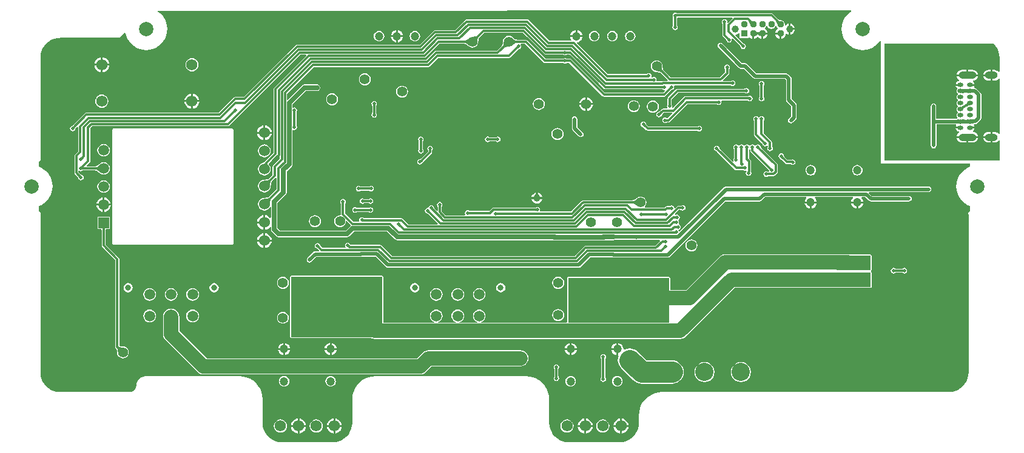
<source format=gbl>
G04*
G04 #@! TF.GenerationSoftware,Altium Limited,Altium Designer,21.6.1 (37)*
G04*
G04 Layer_Physical_Order=2*
G04 Layer_Color=16711680*
%FSLAX25Y25*%
%MOIN*%
G70*
G04*
G04 #@! TF.SameCoordinates,7BDA6066-75DE-4F1A-8C0A-B5BF4F492E69*
G04*
G04*
G04 #@! TF.FilePolarity,Positive*
G04*
G01*
G75*
%ADD16C,0.01968*%
%ADD22C,0.01181*%
%ADD23C,0.02000*%
%ADD46C,0.03937*%
%ADD104C,0.07874*%
%ADD107C,0.05512*%
%ADD108C,0.06000*%
%ADD109C,0.06200*%
%ADD110C,0.07874*%
%ADD111C,0.03780*%
%ADD112R,0.03780X0.03780*%
%ADD113C,0.04724*%
%ADD114C,0.05906*%
%ADD115C,0.03150*%
%ADD116R,0.10000X0.10000*%
%ADD117C,0.10000*%
%ADD118O,0.03150X0.02441*%
%ADD119O,0.09843X0.03937*%
%ADD120O,0.07087X0.03937*%
%ADD121C,0.07087*%
%ADD122R,0.05906X0.05906*%
%ADD123C,0.01968*%
%ADD124C,0.02953*%
%ADD125C,0.02362*%
%ADD126C,0.02500*%
%ADD127C,0.11811*%
%ADD128R,0.18811X0.07874*%
%ADD129R,0.55500X0.24714*%
%ADD130R,0.50000X0.33200*%
G36*
X481846Y244401D02*
X481298Y244066D01*
X479919Y242888D01*
X478741Y241509D01*
X477794Y239962D01*
X477099Y238286D01*
X476676Y236522D01*
X476534Y234714D01*
X476676Y232906D01*
X477099Y231142D01*
X477794Y229466D01*
X478741Y227920D01*
X479919Y226540D01*
X481298Y225362D01*
X482845Y224415D01*
X484521Y223721D01*
X486285Y223297D01*
X488093Y223155D01*
X489901Y223297D01*
X491665Y223721D01*
X493341Y224415D01*
X494887Y225362D01*
X496267Y226540D01*
X497444Y227920D01*
X497612Y228193D01*
X498093Y228057D01*
X498093Y160714D01*
X547148Y160714D01*
X547148Y158942D01*
X545837Y158399D01*
X544291Y157452D01*
X542911Y156274D01*
X541733Y154894D01*
X540786Y153348D01*
X540092Y151672D01*
X539668Y149908D01*
X539526Y148100D01*
X539668Y146292D01*
X540092Y144528D01*
X540786Y142852D01*
X541733Y141306D01*
X542911Y139926D01*
X544291Y138748D01*
X545837Y137801D01*
X547148Y137258D01*
X547148Y134712D01*
X546362Y133926D01*
X546121Y133565D01*
X546036Y133139D01*
X546121Y132714D01*
X546237Y132540D01*
X546237Y45738D01*
X546238Y45734D01*
X546104Y44032D01*
X545704Y42369D01*
X545050Y40789D01*
X544156Y39330D01*
X543045Y38030D01*
X541744Y36919D01*
X540286Y36025D01*
X538706Y35370D01*
X537042Y34971D01*
X535341Y34837D01*
X535337Y34838D01*
X377857Y34838D01*
X377857Y34860D01*
X375863Y34703D01*
X373919Y34236D01*
X372071Y33471D01*
X370366Y32426D01*
X368845Y31127D01*
X367547Y29607D01*
X366502Y27901D01*
X365736Y26054D01*
X365270Y24109D01*
X365113Y22116D01*
X365135Y22116D01*
X365135Y18675D01*
X365135Y18672D01*
X365134Y18179D01*
X365097Y17694D01*
X365001Y16474D01*
X364602Y14810D01*
X363947Y13230D01*
X363054Y11771D01*
X361943Y10471D01*
X360642Y9360D01*
X359184Y8466D01*
X357603Y7811D01*
X355940Y7412D01*
X354239Y7278D01*
X354235Y7279D01*
X326676Y7279D01*
X326672Y7278D01*
X324970Y7412D01*
X323307Y7811D01*
X321727Y8466D01*
X320268Y9360D01*
X318968Y10471D01*
X317857Y11771D01*
X316963Y13230D01*
X316308Y14810D01*
X315909Y16474D01*
X315813Y17690D01*
X315776Y18179D01*
X315776Y18179D01*
X315776Y18670D01*
X315776Y30914D01*
X315798Y30914D01*
X315641Y32908D01*
X315174Y34852D01*
X314409Y36700D01*
X313364Y38405D01*
X312065Y39926D01*
X310544Y41224D01*
X308839Y42269D01*
X306992Y43034D01*
X305047Y43501D01*
X303053Y43658D01*
X303053Y43636D01*
X220876Y43636D01*
X220376Y43658D01*
X220376Y43658D01*
X218383Y43501D01*
X216438Y43034D01*
X214591Y42269D01*
X212886Y41224D01*
X211365Y39926D01*
X210066Y38405D01*
X209021Y36700D01*
X208256Y34852D01*
X207789Y32908D01*
X207632Y30914D01*
X207654Y30914D01*
X207654Y18675D01*
X207654Y18672D01*
X207654Y18179D01*
X207617Y17694D01*
X207521Y16474D01*
X207122Y14810D01*
X206467Y13230D01*
X205573Y11771D01*
X204462Y10471D01*
X203162Y9360D01*
X201703Y8466D01*
X200123Y7811D01*
X198460Y7412D01*
X196758Y7278D01*
X196754Y7279D01*
X169195Y7279D01*
X169191Y7278D01*
X167490Y7412D01*
X165827Y7811D01*
X164246Y8466D01*
X162788Y9360D01*
X161487Y10471D01*
X160376Y11771D01*
X159483Y13230D01*
X158828Y14810D01*
X158429Y16474D01*
X158333Y17690D01*
X158296Y18179D01*
X158296Y18179D01*
X158296Y18670D01*
X158296Y30914D01*
X158317Y30914D01*
X158160Y32908D01*
X157694Y34852D01*
X156928Y36700D01*
X155883Y38405D01*
X154585Y39926D01*
X153064Y41224D01*
X151359Y42269D01*
X149511Y43034D01*
X147567Y43501D01*
X145573Y43658D01*
X145573Y43636D01*
X94698Y43636D01*
X94202Y43675D01*
X94202Y43675D01*
X92838Y43495D01*
X91567Y42969D01*
X90476Y42131D01*
X89639Y41040D01*
X89112Y39769D01*
X88933Y38405D01*
X88933Y38405D01*
X88955Y38380D01*
X88837Y37482D01*
X88481Y36623D01*
X87914Y35884D01*
X87176Y35318D01*
X86316Y34962D01*
X85393Y34840D01*
X85393Y34838D01*
X47646Y34838D01*
X47640Y34838D01*
X47148Y34838D01*
X46665Y34875D01*
X45443Y34971D01*
X43780Y35370D01*
X42199Y36025D01*
X40741Y36919D01*
X39440Y38030D01*
X38329Y39330D01*
X37435Y40789D01*
X36781Y42369D01*
X36381Y44032D01*
X36247Y45734D01*
X36248Y45738D01*
X36248Y132540D01*
X36364Y132714D01*
X36449Y133139D01*
X36364Y133565D01*
X36123Y133926D01*
X35337Y134712D01*
X35337Y137258D01*
X36648Y137801D01*
X38194Y138748D01*
X39574Y139926D01*
X40752Y141306D01*
X41699Y142852D01*
X42393Y144528D01*
X42817Y146292D01*
X42959Y148100D01*
X42817Y149908D01*
X42393Y151672D01*
X41699Y153348D01*
X40752Y154894D01*
X39574Y156274D01*
X38194Y157452D01*
X36648Y158399D01*
X35337Y158942D01*
X35337Y161488D01*
X36123Y162274D01*
X36364Y162635D01*
X36449Y163061D01*
X36364Y163486D01*
X36248Y163660D01*
X36248Y218966D01*
X36247Y218970D01*
X36381Y220671D01*
X36781Y222335D01*
X37435Y223915D01*
X38329Y225374D01*
X39440Y226674D01*
X40741Y227785D01*
X42199Y228679D01*
X43780Y229333D01*
X45443Y229733D01*
X46668Y229829D01*
X47148Y229866D01*
X47293Y229866D01*
X47642Y229866D01*
X79431Y229866D01*
X79780Y229935D01*
X80076Y230133D01*
X82536Y232593D01*
X83088Y232437D01*
X83399Y231142D01*
X84093Y229466D01*
X85040Y227920D01*
X86219Y226540D01*
X87598Y225362D01*
X89144Y224415D01*
X90820Y223721D01*
X92584Y223297D01*
X94392Y223155D01*
X96200Y223297D01*
X97964Y223721D01*
X99640Y224415D01*
X101187Y225362D01*
X102566Y226540D01*
X103744Y227920D01*
X104692Y229466D01*
X105386Y231142D01*
X105809Y232906D01*
X105951Y234714D01*
X105809Y236522D01*
X105386Y238286D01*
X104692Y239962D01*
X103744Y241509D01*
X102566Y242888D01*
X101187Y244066D01*
X100735Y244342D01*
X100871Y244824D01*
X481710Y244883D01*
X481846Y244401D01*
X481846Y244401D02*
G37*
G36*
X560090Y226622D02*
X561201Y225322D01*
X562095Y223863D01*
X562749Y222283D01*
X563149Y220620D01*
X563283Y218915D01*
X563282Y218914D01*
X563282Y218914D01*
X563322Y218712D01*
X563322Y211184D01*
X562822Y211014D01*
X562572Y211340D01*
X561952Y211816D01*
X561230Y212115D01*
X560455Y212217D01*
X559380Y212217D01*
X559380Y209223D01*
X559380Y206228D01*
X560455Y206228D01*
X561230Y206330D01*
X561952Y206629D01*
X562572Y207105D01*
X562822Y207431D01*
X563322Y207261D01*
X563322Y177128D01*
X562822Y176958D01*
X562572Y177284D01*
X561952Y177760D01*
X561230Y178059D01*
X560455Y178161D01*
X559380Y178161D01*
X559380Y175166D01*
X559380Y172172D01*
X560455Y172172D01*
X561230Y172274D01*
X561952Y172573D01*
X562572Y173049D01*
X562822Y173375D01*
X563322Y173205D01*
X563322Y162214D01*
X500093Y162214D01*
X500093Y226714D01*
X559982Y226714D01*
X560090Y226622D01*
X560090Y226622D02*
G37*
%LPC*%
G36*
X385100Y243663D02*
X384521Y243548D01*
X384030Y243220D01*
X383702Y242729D01*
X383587Y242150D01*
X383702Y241570D01*
X383839Y241366D01*
X383868Y240949D01*
X383868Y240855D01*
X383888Y240807D01*
X383888Y237110D01*
X383868Y237064D01*
X383867Y236962D01*
X383860Y236794D01*
X383848Y236675D01*
X383844Y236648D01*
X383841Y236636D01*
X383834Y236616D01*
X383835Y236609D01*
X383602Y236260D01*
X383487Y235681D01*
X383602Y235102D01*
X383930Y234611D01*
X384421Y234283D01*
X385000Y234168D01*
X385579Y234283D01*
X386070Y234611D01*
X386398Y235102D01*
X386513Y235681D01*
X386398Y236260D01*
X386165Y236609D01*
X386166Y236616D01*
X386159Y236636D01*
X386156Y236648D01*
X386153Y236666D01*
X386133Y236969D01*
X386132Y237064D01*
X386112Y237110D01*
X386112Y240610D01*
X386127Y240637D01*
X386301Y240935D01*
X386485Y241047D01*
X386567Y241084D01*
X386602Y241102D01*
X416423Y241102D01*
X416630Y240602D01*
X414123Y238095D01*
X413662Y238341D01*
X413713Y238600D01*
X413598Y239179D01*
X413270Y239670D01*
X412779Y239998D01*
X412200Y240113D01*
X411621Y239998D01*
X411130Y239670D01*
X410802Y239179D01*
X410687Y238600D01*
X410802Y238021D01*
X411035Y237673D01*
X411034Y237665D01*
X411041Y237645D01*
X411044Y237633D01*
X411047Y237615D01*
X411067Y237312D01*
X411068Y237217D01*
X411088Y237171D01*
X411088Y231300D01*
X411088Y231300D01*
X411173Y230874D01*
X411414Y230514D01*
X412903Y229025D01*
X412922Y228977D01*
X412994Y228905D01*
X413107Y228781D01*
X413183Y228688D01*
X413199Y228666D01*
X413205Y228656D01*
X413214Y228637D01*
X413220Y228632D01*
X413302Y228221D01*
X413630Y227730D01*
X414121Y227402D01*
X414700Y227287D01*
X415279Y227402D01*
X415770Y227730D01*
X416098Y228221D01*
X416213Y228800D01*
X416098Y229379D01*
X416057Y229441D01*
X416445Y229760D01*
X420595Y225609D01*
X420601Y225586D01*
X420634Y225565D01*
X420648Y225529D01*
X420782Y225389D01*
X420870Y225283D01*
X420891Y225254D01*
X420896Y225246D01*
X420887Y225200D01*
X421002Y224621D01*
X421330Y224130D01*
X421821Y223802D01*
X422400Y223687D01*
X422979Y223802D01*
X423470Y224130D01*
X423798Y224621D01*
X423913Y225200D01*
X423798Y225779D01*
X423470Y226270D01*
X422979Y226598D01*
X422776Y226639D01*
X422761Y226652D01*
X422761Y226652D01*
X422761Y226652D01*
X422461Y226918D01*
X422392Y226986D01*
X422344Y227005D01*
X418112Y231238D01*
X418291Y231766D01*
X418717Y231822D01*
X419440Y232121D01*
X420053Y232592D01*
X420086Y232587D01*
X420553Y232418D01*
X420553Y229824D01*
X425332Y229824D01*
X425332Y230048D01*
X425832Y230217D01*
X425881Y230153D01*
X426485Y229690D01*
X427188Y229399D01*
X427443Y229365D01*
X427443Y232214D01*
X428442Y232214D01*
X428442Y229365D01*
X428697Y229399D01*
X429400Y229690D01*
X430003Y230153D01*
X430193Y230399D01*
X430692Y230399D01*
X430882Y230153D01*
X431485Y229690D01*
X432188Y229399D01*
X432443Y229365D01*
X432443Y232214D01*
X432942Y232214D01*
X432942Y232714D01*
X435791Y232714D01*
X435758Y232969D01*
X435467Y233671D01*
X435004Y234275D01*
X434400Y234738D01*
X434368Y235293D01*
X434665Y235491D01*
X435184Y236268D01*
X435269Y236282D01*
X435616Y236282D01*
X435701Y236268D01*
X436220Y235491D01*
X437010Y234963D01*
X437943Y234778D01*
X438875Y234963D01*
X439665Y235491D01*
X440184Y236268D01*
X440269Y236282D01*
X440616Y236282D01*
X440701Y236268D01*
X441220Y235491D01*
X441517Y235293D01*
X441485Y234738D01*
X440881Y234275D01*
X440418Y233671D01*
X440127Y232969D01*
X440094Y232714D01*
X442942Y232714D01*
X442942Y232214D01*
X443442Y232214D01*
X443442Y229365D01*
X443697Y229399D01*
X444400Y229690D01*
X445004Y230153D01*
X445467Y230757D01*
X445758Y231460D01*
X445825Y231967D01*
X446338Y232203D01*
X446446Y232121D01*
X447168Y231822D01*
X447442Y231786D01*
X447442Y234714D01*
X447442Y237643D01*
X447168Y237606D01*
X446446Y237307D01*
X445825Y236831D01*
X445808Y236809D01*
X445341Y237021D01*
X445379Y237214D01*
X445194Y238147D01*
X444665Y238937D01*
X443875Y239465D01*
X442942Y239651D01*
X442915Y239645D01*
X442752Y239649D01*
X442595Y239662D01*
X442450Y239685D01*
X442314Y239717D01*
X442189Y239757D01*
X442072Y239806D01*
X441963Y239862D01*
X441860Y239928D01*
X441764Y240002D01*
X441655Y240102D01*
X441612Y240117D01*
X438729Y243000D01*
X438368Y243241D01*
X437943Y243326D01*
X437943Y243326D01*
X386482Y243326D01*
X386438Y243346D01*
X386149Y243353D01*
X386027Y243362D01*
X385995Y243367D01*
X385978Y243370D01*
X385956Y243376D01*
X385939Y243374D01*
X385679Y243548D01*
X385100Y243663D01*
X385100Y243663D02*
G37*
G36*
X448443Y237643D02*
X448443Y235214D01*
X450871Y235214D01*
X450835Y235489D01*
X450535Y236211D01*
X450060Y236831D01*
X449440Y237307D01*
X448717Y237606D01*
X448443Y237643D01*
X448443Y237643D02*
G37*
G36*
X303857Y239936D02*
X303857Y239936D01*
X270424Y239936D01*
X269999Y239852D01*
X269638Y239611D01*
X269638Y239611D01*
X264045Y234017D01*
X253095Y234017D01*
X253095Y234017D01*
X252670Y233933D01*
X252309Y233692D01*
X252309Y233692D01*
X244735Y226117D01*
X177291Y226117D01*
X177291Y226117D01*
X176865Y226033D01*
X176505Y225792D01*
X148080Y197367D01*
X143418Y197367D01*
X143418Y197367D01*
X142993Y197283D01*
X142632Y197042D01*
X134208Y188617D01*
X61546Y188617D01*
X61120Y188533D01*
X60759Y188292D01*
X60759Y188292D01*
X54270Y181802D01*
X54223Y181783D01*
X54150Y181712D01*
X54027Y181598D01*
X53934Y181522D01*
X53912Y181507D01*
X53901Y181500D01*
X53882Y181491D01*
X53877Y181485D01*
X53466Y181404D01*
X52976Y181076D01*
X52648Y180585D01*
X52532Y180006D01*
X52648Y179426D01*
X52976Y178935D01*
X53466Y178607D01*
X54046Y178492D01*
X54625Y178607D01*
X55116Y178935D01*
X55444Y179426D01*
X55525Y179837D01*
X55531Y179842D01*
X55541Y179861D01*
X55547Y179872D01*
X55557Y179886D01*
X55757Y180115D01*
X55824Y180183D01*
X55843Y180230D01*
X56434Y180821D01*
X56934Y180614D01*
X56934Y167466D01*
X55259Y165792D01*
X55018Y165431D01*
X54934Y165006D01*
X54934Y165006D01*
X54934Y155506D01*
X54934Y155506D01*
X55018Y155080D01*
X55259Y154719D01*
X56749Y153230D01*
X56768Y153183D01*
X56839Y153110D01*
X56953Y152987D01*
X57029Y152894D01*
X57044Y152872D01*
X57051Y152861D01*
X57060Y152842D01*
X57066Y152837D01*
X57148Y152426D01*
X57476Y151935D01*
X57967Y151607D01*
X58546Y151492D01*
X59125Y151607D01*
X59616Y151935D01*
X59944Y152426D01*
X60059Y153006D01*
X59944Y153585D01*
X59616Y154076D01*
X59125Y154404D01*
X58714Y154485D01*
X58709Y154491D01*
X58690Y154500D01*
X58680Y154507D01*
X58665Y154517D01*
X58436Y154717D01*
X58368Y154783D01*
X58321Y154803D01*
X57158Y155966D01*
X57158Y156580D01*
X57658Y156814D01*
X57967Y156607D01*
X58546Y156492D01*
X59125Y156607D01*
X59473Y156840D01*
X59481Y156840D01*
X59501Y156846D01*
X59513Y156849D01*
X59530Y156852D01*
X59834Y156873D01*
X59928Y156874D01*
X59975Y156894D01*
X66308Y156894D01*
X66346Y156875D01*
X66537Y156862D01*
X66707Y156830D01*
X66891Y156773D01*
X67091Y156689D01*
X67304Y156577D01*
X67531Y156434D01*
X67764Y156266D01*
X68285Y155820D01*
X68558Y155552D01*
X68586Y155541D01*
X69304Y154990D01*
X70144Y154642D01*
X71046Y154523D01*
X71947Y154642D01*
X72787Y154990D01*
X73508Y155543D01*
X74062Y156264D01*
X74410Y157104D01*
X74528Y158005D01*
X74410Y158907D01*
X74062Y159747D01*
X73508Y160468D01*
X72787Y161021D01*
X71947Y161369D01*
X71046Y161488D01*
X70144Y161369D01*
X69304Y161021D01*
X68596Y160478D01*
X68566Y160467D01*
X68015Y159949D01*
X67770Y159749D01*
X67531Y159577D01*
X67304Y159434D01*
X67090Y159322D01*
X66891Y159238D01*
X66707Y159181D01*
X66537Y159149D01*
X66346Y159136D01*
X66308Y159117D01*
X61883Y159117D01*
X61692Y159579D01*
X63332Y161219D01*
X63332Y161219D01*
X63573Y161580D01*
X63658Y162005D01*
X63658Y180167D01*
X64703Y181212D01*
X139365Y181212D01*
X139365Y181212D01*
X139790Y181297D01*
X140151Y181538D01*
X179144Y220531D01*
X182213Y220531D01*
X182405Y220070D01*
X164770Y202435D01*
X164529Y202074D01*
X164445Y201649D01*
X164445Y201649D01*
X164445Y166598D01*
X159489Y161642D01*
X159248Y161281D01*
X159226Y161173D01*
X158439Y161069D01*
X157588Y160716D01*
X156857Y160155D01*
X156296Y159424D01*
X155943Y158573D01*
X155823Y157659D01*
X155943Y156745D01*
X156296Y155894D01*
X156857Y155163D01*
X157588Y154602D01*
X158439Y154249D01*
X159353Y154129D01*
X160266Y154249D01*
X161118Y154602D01*
X161849Y155163D01*
X162410Y155894D01*
X162763Y156745D01*
X162883Y157659D01*
X162763Y158573D01*
X162410Y159424D01*
X161849Y160155D01*
X161752Y160229D01*
X161720Y160728D01*
X166343Y165351D01*
X166584Y165712D01*
X166669Y166138D01*
X166669Y166138D01*
X166669Y201188D01*
X184331Y218850D01*
X247284Y218850D01*
X247284Y218850D01*
X247709Y218935D01*
X248070Y219176D01*
X255497Y226602D01*
X269176Y226602D01*
X269214Y226584D01*
X269397Y226572D01*
X269557Y226543D01*
X269729Y226492D01*
X269914Y226417D01*
X270109Y226317D01*
X270316Y226190D01*
X270528Y226040D01*
X271000Y225639D01*
X271246Y225398D01*
X271281Y225384D01*
X271951Y224870D01*
X272743Y224542D01*
X273593Y224430D01*
X274443Y224542D01*
X275235Y224870D01*
X275915Y225392D01*
X276437Y226072D01*
X276765Y226864D01*
X276873Y227688D01*
X276890Y227724D01*
X276912Y228408D01*
X276943Y228691D01*
X276988Y228953D01*
X277044Y229189D01*
X277112Y229399D01*
X277189Y229582D01*
X277275Y229739D01*
X277367Y229873D01*
X277489Y230011D01*
X277503Y230051D01*
X280120Y232669D01*
X301307Y232669D01*
X313081Y220895D01*
X313082Y220895D01*
X313442Y220654D01*
X313868Y220569D01*
X323071Y220569D01*
X323117Y220549D01*
X323219Y220549D01*
X323387Y220542D01*
X323506Y220529D01*
X323533Y220525D01*
X323545Y220522D01*
X323565Y220515D01*
X323573Y220516D01*
X323921Y220283D01*
X324500Y220168D01*
X325079Y220283D01*
X325427Y220516D01*
X325435Y220515D01*
X325455Y220522D01*
X325467Y220525D01*
X325484Y220528D01*
X325788Y220549D01*
X325883Y220549D01*
X325929Y220569D01*
X327094Y220569D01*
X345788Y201875D01*
X345788Y201875D01*
X346149Y201634D01*
X346574Y201550D01*
X377571Y201550D01*
X377617Y201530D01*
X377719Y201529D01*
X377887Y201522D01*
X378007Y201510D01*
X378033Y201505D01*
X378045Y201502D01*
X378065Y201496D01*
X378073Y201496D01*
X378421Y201263D01*
X379000Y201148D01*
X379258Y201200D01*
X379505Y200739D01*
X378459Y199693D01*
X346361Y199693D01*
X328086Y217967D01*
X327726Y218208D01*
X327300Y218293D01*
X327300Y218293D01*
X325929Y218293D01*
X325883Y218313D01*
X325781Y218314D01*
X325613Y218321D01*
X325494Y218333D01*
X325467Y218337D01*
X325455Y218340D01*
X325435Y218347D01*
X325427Y218347D01*
X325079Y218579D01*
X324500Y218694D01*
X323921Y218579D01*
X323573Y218347D01*
X323565Y218347D01*
X323545Y218340D01*
X323533Y218337D01*
X323516Y218334D01*
X323212Y218314D01*
X323117Y218313D01*
X323071Y218293D01*
X313965Y218293D01*
X303758Y228500D01*
X303397Y228741D01*
X302971Y228826D01*
X302971Y228826D01*
X298010Y228826D01*
X297972Y228845D01*
X297788Y228856D01*
X297628Y228885D01*
X297456Y228937D01*
X297272Y229011D01*
X297077Y229112D01*
X296870Y229239D01*
X296658Y229388D01*
X296186Y229789D01*
X295939Y230030D01*
X295905Y230044D01*
X295235Y230558D01*
X294443Y230886D01*
X293593Y230998D01*
X292743Y230886D01*
X291951Y230558D01*
X291271Y230036D01*
X290749Y229356D01*
X290421Y228564D01*
X290312Y227740D01*
X290296Y227705D01*
X290273Y227020D01*
X290243Y226738D01*
X290198Y226475D01*
X290142Y226239D01*
X290074Y226030D01*
X289997Y225847D01*
X289911Y225689D01*
X289819Y225555D01*
X289697Y225417D01*
X289683Y225377D01*
X287018Y222712D01*
X253677Y222712D01*
X253251Y222627D01*
X252890Y222386D01*
X252890Y222386D01*
X248216Y217712D01*
X185263Y217712D01*
X185263Y217712D01*
X184837Y217627D01*
X184476Y217386D01*
X168133Y201042D01*
X167892Y200682D01*
X167807Y200256D01*
X167807Y200256D01*
X167807Y163380D01*
X164214Y159786D01*
X163973Y159425D01*
X163888Y159000D01*
X163888Y159000D01*
X163888Y154397D01*
X161971Y152480D01*
X161931Y152466D01*
X161785Y152338D01*
X161640Y152240D01*
X161466Y152149D01*
X161262Y152067D01*
X161026Y151994D01*
X160759Y151934D01*
X160469Y151887D01*
X159769Y151834D01*
X159378Y151830D01*
X159352Y151819D01*
X158439Y151699D01*
X157588Y151346D01*
X156857Y150785D01*
X156296Y150054D01*
X155943Y149203D01*
X155823Y148289D01*
X155943Y147375D01*
X156296Y146524D01*
X156857Y145793D01*
X157588Y145232D01*
X158439Y144879D01*
X159353Y144759D01*
X160266Y144879D01*
X161118Y145232D01*
X161849Y145793D01*
X162410Y146524D01*
X162763Y147375D01*
X162881Y148275D01*
X162894Y148303D01*
X162917Y149076D01*
X162950Y149398D01*
X162997Y149696D01*
X163058Y149963D01*
X163130Y150198D01*
X163213Y150402D01*
X163304Y150576D01*
X163402Y150721D01*
X163530Y150867D01*
X163544Y150907D01*
X165588Y152952D01*
X166088Y152745D01*
X166088Y146597D01*
X161971Y142480D01*
X161931Y142466D01*
X161785Y142338D01*
X161640Y142240D01*
X161466Y142149D01*
X161262Y142067D01*
X161026Y141994D01*
X160759Y141934D01*
X160469Y141887D01*
X159769Y141834D01*
X159378Y141830D01*
X159352Y141819D01*
X158439Y141699D01*
X157588Y141346D01*
X156857Y140785D01*
X156296Y140054D01*
X155943Y139203D01*
X155823Y138289D01*
X155943Y137375D01*
X156296Y136524D01*
X156857Y135793D01*
X157588Y135232D01*
X158439Y134879D01*
X159353Y134759D01*
X160266Y134879D01*
X161118Y135232D01*
X161849Y135793D01*
X162410Y136524D01*
X162452Y136626D01*
X162952Y136527D01*
X162952Y130990D01*
X162452Y130820D01*
X162206Y131142D01*
X161370Y131783D01*
X160397Y132186D01*
X159853Y132258D01*
X159853Y128289D01*
X159853Y124320D01*
X160397Y124392D01*
X161370Y124795D01*
X162206Y125436D01*
X162452Y125758D01*
X162952Y125588D01*
X162952Y124315D01*
X163088Y123632D01*
X163475Y123053D01*
X165943Y120585D01*
X166522Y120198D01*
X167205Y120062D01*
X167205Y120062D01*
X180440Y120062D01*
X180709Y120116D01*
X204700Y120116D01*
X205383Y120252D01*
X205962Y120638D01*
X208586Y123262D01*
X226714Y123262D01*
X231057Y118919D01*
X231636Y118533D01*
X232319Y118397D01*
X232319Y118397D01*
X318660Y118397D01*
X318835Y118362D01*
X318835Y118362D01*
X345840Y118362D01*
X346014Y118397D01*
X351000Y118397D01*
X351683Y118533D01*
X351885Y118668D01*
X363392Y118668D01*
X363800Y118587D01*
X364208Y118668D01*
X376507Y118668D01*
X376714Y118168D01*
X373961Y115414D01*
X335896Y115414D01*
X335471Y115330D01*
X335110Y115089D01*
X335110Y115089D01*
X329789Y109768D01*
X229505Y109768D01*
X223705Y115567D01*
X223344Y115808D01*
X222919Y115893D01*
X222919Y115893D01*
X206638Y115893D01*
X206541Y115989D01*
X206494Y116229D01*
X206166Y116720D01*
X205675Y117048D01*
X205096Y117163D01*
X204516Y117048D01*
X204025Y116720D01*
X203697Y116229D01*
X203582Y115650D01*
X203697Y115070D01*
X203937Y114712D01*
X203768Y114275D01*
X203715Y114212D01*
X191261Y114212D01*
X190297Y115175D01*
X190278Y115223D01*
X190206Y115296D01*
X190093Y115419D01*
X190017Y115512D01*
X190001Y115534D01*
X189995Y115544D01*
X189986Y115563D01*
X189980Y115568D01*
X189898Y115979D01*
X189570Y116470D01*
X189079Y116798D01*
X188500Y116913D01*
X187921Y116798D01*
X187430Y116470D01*
X187102Y115979D01*
X186987Y115400D01*
X187102Y114821D01*
X187430Y114330D01*
X187921Y114002D01*
X188332Y113920D01*
X188337Y113914D01*
X188356Y113905D01*
X188366Y113899D01*
X188381Y113888D01*
X188610Y113689D01*
X188678Y113622D01*
X188725Y113603D01*
X189514Y112813D01*
X189307Y112313D01*
X187300Y112313D01*
X187300Y112313D01*
X186721Y112198D01*
X186230Y111870D01*
X183035Y108676D01*
X182707Y108185D01*
X182592Y107606D01*
X182707Y107026D01*
X183035Y106535D01*
X183526Y106207D01*
X184106Y106092D01*
X184685Y106207D01*
X185176Y106535D01*
X187927Y109287D01*
X198699Y109287D01*
X198969Y109233D01*
X198969Y109233D01*
X212268Y109233D01*
X212268Y109233D01*
X212771Y109333D01*
X220578Y109333D01*
X226081Y103830D01*
X226081Y103830D01*
X226572Y103502D01*
X227151Y103387D01*
X227151Y103387D01*
X332194Y103387D01*
X332194Y103387D01*
X332773Y103502D01*
X333264Y103830D01*
X336710Y107276D01*
X338467Y109033D01*
X350853Y109033D01*
X351087Y108987D01*
X351087Y108987D01*
X381138Y108987D01*
X381138Y108987D01*
X381717Y109102D01*
X382208Y109430D01*
X412565Y139787D01*
X431500Y139787D01*
X431500Y139787D01*
X432079Y139902D01*
X432570Y140230D01*
X434527Y142187D01*
X457043Y142187D01*
X457213Y141687D01*
X457152Y141640D01*
X456613Y140937D01*
X456274Y140120D01*
X456224Y139742D01*
X459550Y139742D01*
X462875Y139742D01*
X462825Y140120D01*
X462487Y140937D01*
X461947Y141640D01*
X461886Y141687D01*
X462056Y142187D01*
X482634Y142187D01*
X482803Y141687D01*
X482742Y141640D01*
X482203Y140937D01*
X481865Y140120D01*
X481815Y139742D01*
X485140Y139742D01*
X488465Y139742D01*
X488416Y140120D01*
X488077Y140937D01*
X487538Y141640D01*
X487477Y141687D01*
X487647Y142187D01*
X489545Y142187D01*
X491502Y140230D01*
X491502Y140230D01*
X491993Y139902D01*
X492572Y139787D01*
X513500Y139787D01*
X514079Y139902D01*
X514570Y140230D01*
X514898Y140721D01*
X515013Y141300D01*
X514898Y141879D01*
X514570Y142370D01*
X514079Y142698D01*
X513500Y142813D01*
X493199Y142813D01*
X491526Y144487D01*
X491733Y144987D01*
X524300Y144987D01*
X524879Y145102D01*
X525370Y145430D01*
X525698Y145921D01*
X525813Y146500D01*
X525698Y147079D01*
X525370Y147570D01*
X524879Y147898D01*
X524300Y148013D01*
X413019Y148013D01*
X413019Y148013D01*
X412440Y147898D01*
X411949Y147570D01*
X411949Y147570D01*
X387556Y123178D01*
X387066Y123326D01*
X386979Y123516D01*
X386973Y123547D01*
X386947Y123585D01*
X386854Y123791D01*
X387067Y124306D01*
X387296Y124352D01*
X387786Y124680D01*
X388115Y125171D01*
X388230Y125750D01*
X388115Y126329D01*
X387786Y126820D01*
X387296Y127148D01*
X387236Y127160D01*
X387045Y127622D01*
X387098Y127702D01*
X387213Y128281D01*
X387098Y128860D01*
X386863Y129212D01*
X386792Y129409D01*
X386955Y129829D01*
X387193Y129988D01*
X387521Y130479D01*
X387636Y131058D01*
X387521Y131637D01*
X387193Y132128D01*
X386702Y132456D01*
X386123Y132571D01*
X385544Y132456D01*
X385195Y132224D01*
X385188Y132224D01*
X385039Y132315D01*
X384956Y132598D01*
X384965Y132928D01*
X387206Y135169D01*
X387771Y135169D01*
X387817Y135149D01*
X387919Y135149D01*
X388087Y135142D01*
X388207Y135129D01*
X388233Y135125D01*
X388245Y135122D01*
X388265Y135115D01*
X388273Y135116D01*
X388621Y134883D01*
X389200Y134768D01*
X389779Y134883D01*
X390270Y135211D01*
X390598Y135702D01*
X390713Y136281D01*
X390598Y136860D01*
X390270Y137351D01*
X389779Y137679D01*
X389200Y137794D01*
X388621Y137679D01*
X388273Y137446D01*
X388265Y137447D01*
X388245Y137440D01*
X388233Y137437D01*
X388215Y137434D01*
X387912Y137414D01*
X387817Y137413D01*
X387771Y137393D01*
X386746Y137393D01*
X386746Y137393D01*
X386320Y137308D01*
X385959Y137067D01*
X385959Y137067D01*
X384986Y136094D01*
X384974Y136094D01*
X384475Y136291D01*
X384398Y136679D01*
X384070Y137170D01*
X383579Y137498D01*
X383000Y137613D01*
X382421Y137498D01*
X382073Y137265D01*
X382065Y137266D01*
X382045Y137259D01*
X382033Y137256D01*
X382015Y137253D01*
X381712Y137233D01*
X381617Y137232D01*
X381571Y137212D01*
X380482Y137212D01*
X380056Y137127D01*
X379695Y136886D01*
X379695Y136886D01*
X379208Y136399D01*
X368478Y136399D01*
X368411Y136598D01*
X368353Y136899D01*
X368844Y137539D01*
X369172Y138331D01*
X369284Y139181D01*
X369172Y140031D01*
X368844Y140823D01*
X368322Y141503D01*
X367642Y142025D01*
X366850Y142353D01*
X366000Y142465D01*
X365150Y142353D01*
X364358Y142025D01*
X363923Y141691D01*
X363826Y141660D01*
X363554Y141429D01*
X363038Y141042D01*
X362809Y140896D01*
X362588Y140772D01*
X362381Y140674D01*
X362188Y140601D01*
X362012Y140551D01*
X361852Y140523D01*
X361673Y140512D01*
X361635Y140493D01*
X334581Y140493D01*
X334581Y140493D01*
X334156Y140408D01*
X333795Y140167D01*
X333795Y140167D01*
X333584Y139957D01*
X333435Y139857D01*
X327796Y134218D01*
X310973Y134218D01*
X310697Y134718D01*
X310789Y135181D01*
X310674Y135760D01*
X310346Y136251D01*
X309855Y136579D01*
X309276Y136694D01*
X308697Y136579D01*
X308348Y136346D01*
X308341Y136347D01*
X308320Y136340D01*
X308309Y136337D01*
X308291Y136334D01*
X307988Y136314D01*
X307893Y136313D01*
X307846Y136293D01*
X285066Y136293D01*
X284640Y136208D01*
X284279Y135967D01*
X284279Y135967D01*
X282899Y134587D01*
X272429Y134587D01*
X272383Y134607D01*
X272281Y134607D01*
X272113Y134614D01*
X271993Y134626D01*
X271967Y134631D01*
X271955Y134634D01*
X271935Y134641D01*
X271927Y134640D01*
X271579Y134873D01*
X271000Y134988D01*
X270421Y134873D01*
X269930Y134545D01*
X269602Y134054D01*
X269487Y133475D01*
X269602Y132896D01*
X269770Y132643D01*
X269503Y132143D01*
X258988Y132143D01*
X256812Y134319D01*
X256812Y136571D01*
X256832Y136617D01*
X256833Y136720D01*
X256839Y136887D01*
X256852Y137006D01*
X256856Y137033D01*
X256859Y137045D01*
X256866Y137065D01*
X256865Y137073D01*
X257098Y137421D01*
X257213Y138000D01*
X257098Y138579D01*
X256770Y139070D01*
X256279Y139398D01*
X255700Y139513D01*
X255121Y139398D01*
X254630Y139070D01*
X254302Y138579D01*
X254187Y138000D01*
X254302Y137421D01*
X254535Y137073D01*
X254534Y137065D01*
X254541Y137045D01*
X254544Y137033D01*
X254547Y137015D01*
X254567Y136712D01*
X254568Y136617D01*
X254588Y136571D01*
X254588Y134819D01*
X254126Y134627D01*
X252797Y135957D01*
X252778Y136004D01*
X252706Y136077D01*
X252593Y136200D01*
X252517Y136293D01*
X252501Y136315D01*
X252495Y136325D01*
X252486Y136344D01*
X252480Y136349D01*
X252398Y136760D01*
X252070Y137251D01*
X251579Y137579D01*
X251000Y137694D01*
X250421Y137579D01*
X249930Y137251D01*
X249602Y136760D01*
X249568Y136591D01*
X249014Y136192D01*
X249000Y136194D01*
X248421Y136079D01*
X247930Y135751D01*
X247602Y135260D01*
X247487Y134681D01*
X247602Y134102D01*
X247930Y133611D01*
X248421Y133283D01*
X248832Y133201D01*
X248837Y133195D01*
X248856Y133186D01*
X248866Y133180D01*
X248881Y133169D01*
X249110Y132970D01*
X249178Y132903D01*
X249224Y132884D01*
X254578Y127531D01*
X254387Y127069D01*
X238685Y127069D01*
X235537Y130217D01*
X235176Y130458D01*
X234750Y130543D01*
X234750Y130543D01*
X214459Y130543D01*
X214426Y130560D01*
X214406Y130554D01*
X214387Y130562D01*
X214191Y130567D01*
X214051Y130578D01*
X214011Y130584D01*
X214000Y130586D01*
X213525Y130904D01*
X212946Y131019D01*
X212367Y130904D01*
X211876Y130576D01*
X211547Y130085D01*
X211432Y129506D01*
X211524Y129043D01*
X211248Y128543D01*
X208330Y128543D01*
X203612Y133261D01*
X203612Y138674D01*
X203898Y139102D01*
X204013Y139681D01*
X203898Y140260D01*
X203570Y140751D01*
X203079Y141079D01*
X202500Y141194D01*
X201921Y141079D01*
X201430Y140751D01*
X201102Y140260D01*
X200987Y139681D01*
X201102Y139102D01*
X201388Y138674D01*
X201388Y132800D01*
X201388Y132800D01*
X201424Y132621D01*
X201057Y132165D01*
X200900Y132186D01*
X200050Y132074D01*
X199258Y131746D01*
X198578Y131224D01*
X198056Y130544D01*
X197728Y129752D01*
X197616Y128902D01*
X197728Y128052D01*
X198056Y127260D01*
X198578Y126579D01*
X199258Y126058D01*
X200050Y125730D01*
X200900Y125618D01*
X201750Y125730D01*
X202542Y126058D01*
X203222Y126579D01*
X203744Y127260D01*
X204072Y128052D01*
X204176Y128844D01*
X204499Y129057D01*
X204614Y129114D01*
X206725Y127003D01*
X206661Y126359D01*
X206585Y126308D01*
X203961Y123684D01*
X180494Y123684D01*
X180494Y123684D01*
X180224Y123631D01*
X167944Y123631D01*
X166521Y125054D01*
X166521Y138957D01*
X171132Y143568D01*
X171519Y144147D01*
X171654Y144830D01*
X171654Y144830D01*
X171654Y156431D01*
X174262Y159038D01*
X174262Y159038D01*
X174648Y159617D01*
X174784Y160300D01*
X174784Y160300D01*
X174784Y178969D01*
X175067Y179120D01*
X175284Y179189D01*
X175800Y179087D01*
X176379Y179202D01*
X176870Y179530D01*
X177198Y180021D01*
X177313Y180600D01*
X177198Y181179D01*
X176965Y181527D01*
X176966Y181535D01*
X176959Y181555D01*
X176956Y181567D01*
X176953Y181585D01*
X176933Y181888D01*
X176932Y181983D01*
X176912Y182029D01*
X176912Y188571D01*
X176932Y188617D01*
X176933Y188719D01*
X176939Y188887D01*
X176952Y189006D01*
X176956Y189033D01*
X176959Y189045D01*
X176966Y189065D01*
X176965Y189073D01*
X177198Y189421D01*
X177313Y190000D01*
X177198Y190579D01*
X176870Y191070D01*
X176379Y191398D01*
X175800Y191513D01*
X175284Y191411D01*
X175067Y191481D01*
X174784Y191631D01*
X174784Y193221D01*
X182185Y200621D01*
X188246Y200621D01*
X188928Y200757D01*
X189507Y201144D01*
X189894Y201723D01*
X190030Y202406D01*
X189894Y203088D01*
X189507Y203667D01*
X188928Y204054D01*
X188246Y204190D01*
X181446Y204190D01*
X180763Y204054D01*
X180184Y203667D01*
X172212Y195695D01*
X171712Y195902D01*
X171712Y199099D01*
X186420Y213807D01*
X249373Y213807D01*
X249373Y213807D01*
X249798Y213892D01*
X250159Y214133D01*
X254834Y218807D01*
X293751Y218807D01*
X293751Y218807D01*
X294177Y218892D01*
X294537Y219133D01*
X298789Y223384D01*
X298836Y223403D01*
X298909Y223475D01*
X299032Y223588D01*
X299125Y223664D01*
X299147Y223680D01*
X299158Y223686D01*
X299177Y223695D01*
X299182Y223701D01*
X299592Y223783D01*
X300083Y224111D01*
X300412Y224602D01*
X300527Y225181D01*
X300412Y225760D01*
X300183Y226102D01*
X300377Y226572D01*
X300404Y226602D01*
X302511Y226602D01*
X312718Y216395D01*
X313079Y216154D01*
X313504Y216069D01*
X313504Y216069D01*
X323071Y216069D01*
X323117Y216049D01*
X323212Y216049D01*
X323516Y216028D01*
X323533Y216025D01*
X323545Y216022D01*
X323565Y216015D01*
X323573Y216016D01*
X323921Y215783D01*
X324500Y215668D01*
X325079Y215783D01*
X325427Y216016D01*
X325435Y216015D01*
X325455Y216022D01*
X325467Y216025D01*
X325484Y216028D01*
X325788Y216049D01*
X325883Y216049D01*
X325929Y216069D01*
X326839Y216069D01*
X345114Y197795D01*
X345114Y197795D01*
X345475Y197554D01*
X345900Y197469D01*
X378920Y197469D01*
X378920Y197469D01*
X379345Y197554D01*
X379706Y197795D01*
X382775Y200864D01*
X382822Y200883D01*
X382895Y200955D01*
X383019Y201069D01*
X383112Y201145D01*
X383134Y201160D01*
X383144Y201167D01*
X383163Y201176D01*
X383168Y201182D01*
X383579Y201263D01*
X384070Y201591D01*
X384398Y202082D01*
X384513Y202661D01*
X384398Y203240D01*
X384366Y203288D01*
X384634Y203788D01*
X415171Y203788D01*
X415217Y203768D01*
X415319Y203767D01*
X415487Y203761D01*
X415606Y203748D01*
X415633Y203744D01*
X415645Y203741D01*
X415665Y203734D01*
X415673Y203735D01*
X416021Y203502D01*
X416600Y203387D01*
X417179Y203502D01*
X417670Y203830D01*
X417998Y204321D01*
X418113Y204900D01*
X417998Y205479D01*
X417670Y205970D01*
X417179Y206298D01*
X416600Y206413D01*
X416021Y206298D01*
X415673Y206065D01*
X415665Y206066D01*
X415645Y206059D01*
X415633Y206056D01*
X415616Y206053D01*
X415312Y206033D01*
X415217Y206032D01*
X415171Y206012D01*
X411491Y206012D01*
X411284Y206512D01*
X414386Y209614D01*
X414386Y209614D01*
X414627Y209975D01*
X414712Y210400D01*
X414712Y210400D01*
X414712Y212271D01*
X414732Y212317D01*
X414733Y212420D01*
X414740Y212587D01*
X414752Y212706D01*
X414756Y212733D01*
X414759Y212745D01*
X414766Y212765D01*
X414765Y212773D01*
X414998Y213121D01*
X415113Y213700D01*
X414998Y214279D01*
X414670Y214770D01*
X414179Y215098D01*
X413600Y215213D01*
X413021Y215098D01*
X412530Y214770D01*
X412202Y214279D01*
X412087Y213700D01*
X412202Y213121D01*
X412435Y212773D01*
X412434Y212765D01*
X412441Y212745D01*
X412444Y212733D01*
X412447Y212716D01*
X412467Y212412D01*
X412468Y212317D01*
X412488Y212271D01*
X412488Y210861D01*
X409621Y207993D01*
X382661Y207993D01*
X378802Y211851D01*
X378788Y211892D01*
X378667Y212030D01*
X378574Y212163D01*
X378489Y212321D01*
X378412Y212504D01*
X378345Y212713D01*
X378290Y212948D01*
X378247Y213203D01*
X378199Y213819D01*
X378197Y214162D01*
X378183Y214194D01*
X378184Y214200D01*
X378072Y215050D01*
X377744Y215842D01*
X377222Y216522D01*
X376542Y217044D01*
X375750Y217372D01*
X374900Y217484D01*
X374050Y217372D01*
X373258Y217044D01*
X372578Y216522D01*
X372056Y215842D01*
X371728Y215050D01*
X371616Y214200D01*
X371728Y213350D01*
X372056Y212558D01*
X372578Y211878D01*
X373258Y211356D01*
X374050Y211028D01*
X374853Y210922D01*
X374894Y210903D01*
X375580Y210877D01*
X375863Y210845D01*
X376126Y210800D01*
X376363Y210742D01*
X376573Y210674D01*
X376756Y210597D01*
X376914Y210511D01*
X377048Y210418D01*
X377185Y210297D01*
X377226Y210283D01*
X380997Y206512D01*
X380790Y206012D01*
X378304Y206012D01*
X377879Y205927D01*
X377753Y205843D01*
X374997Y205843D01*
X374721Y206343D01*
X374813Y206806D01*
X374698Y207385D01*
X374370Y207876D01*
X373879Y208204D01*
X373300Y208320D01*
X372721Y208204D01*
X372563Y208099D01*
X372339Y208149D01*
X371898Y208302D01*
X372013Y208881D01*
X371898Y209460D01*
X371570Y209951D01*
X371079Y210279D01*
X370500Y210394D01*
X369921Y210279D01*
X369430Y209951D01*
X369390Y209892D01*
X369381Y209890D01*
X369351Y209885D01*
X369119Y209868D01*
X369025Y209867D01*
X368979Y209847D01*
X368930Y209857D01*
X368914Y209847D01*
X348094Y209847D01*
X331032Y226908D01*
X331212Y227436D01*
X331707Y227502D01*
X332525Y227840D01*
X333227Y228379D01*
X333766Y229082D01*
X334105Y229899D01*
X334155Y230277D01*
X330829Y230277D01*
X327504Y230277D01*
X327554Y229899D01*
X327892Y229082D01*
X328162Y228730D01*
X327915Y228230D01*
X316024Y228230D01*
X304643Y239611D01*
X304282Y239852D01*
X303857Y239936D01*
X303857Y239936D02*
G37*
G36*
X450871Y234214D02*
X448443Y234214D01*
X448443Y231786D01*
X448717Y231822D01*
X449440Y232121D01*
X450060Y232597D01*
X450535Y233217D01*
X450835Y233939D01*
X450871Y234214D01*
X450871Y234214D02*
G37*
G36*
X232687Y234103D02*
X232687Y231277D01*
X235513Y231277D01*
X235463Y231655D01*
X235124Y232473D01*
X234585Y233175D01*
X233883Y233714D01*
X233065Y234053D01*
X232687Y234103D01*
X232687Y234103D02*
G37*
G36*
X331329Y234103D02*
X331329Y231277D01*
X334155Y231277D01*
X334105Y231655D01*
X333766Y232473D01*
X333227Y233175D01*
X332525Y233714D01*
X331707Y234053D01*
X331329Y234103D01*
X331329Y234103D02*
G37*
G36*
X330329Y234103D02*
X329951Y234053D01*
X329134Y233714D01*
X328431Y233175D01*
X327892Y232473D01*
X327554Y231655D01*
X327504Y231277D01*
X330329Y231277D01*
X330329Y234103D01*
X330329Y234103D02*
G37*
G36*
X231687Y234103D02*
X231310Y234053D01*
X230492Y233714D01*
X229789Y233175D01*
X229251Y232473D01*
X228912Y231655D01*
X228862Y231277D01*
X231687Y231277D01*
X231687Y234103D01*
X231687Y234103D02*
G37*
G36*
X442443Y231714D02*
X440094Y231714D01*
X440127Y231460D01*
X440418Y230757D01*
X440881Y230153D01*
X441485Y229690D01*
X442188Y229399D01*
X442443Y229365D01*
X442443Y231714D01*
X442443Y231714D02*
G37*
G36*
X435791Y231714D02*
X433442Y231714D01*
X433442Y229365D01*
X433697Y229399D01*
X434400Y229690D01*
X435004Y230153D01*
X435467Y230757D01*
X435758Y231460D01*
X435791Y231714D01*
X435791Y231714D02*
G37*
G36*
X360357Y233664D02*
X359610Y233566D01*
X358913Y233277D01*
X358315Y232819D01*
X357857Y232221D01*
X357568Y231524D01*
X357470Y230777D01*
X357568Y230030D01*
X357857Y229334D01*
X358315Y228736D01*
X358913Y228277D01*
X359610Y227989D01*
X360357Y227890D01*
X361104Y227989D01*
X361800Y228277D01*
X362398Y228736D01*
X362857Y229334D01*
X363145Y230030D01*
X363244Y230777D01*
X363145Y231524D01*
X362857Y232221D01*
X362398Y232819D01*
X361800Y233277D01*
X361104Y233566D01*
X360357Y233664D01*
X360357Y233664D02*
G37*
G36*
X350514Y233664D02*
X349767Y233566D01*
X349071Y233277D01*
X348473Y232819D01*
X348014Y232221D01*
X347726Y231524D01*
X347627Y230777D01*
X347726Y230030D01*
X348014Y229334D01*
X348473Y228736D01*
X349071Y228277D01*
X349767Y227989D01*
X350514Y227890D01*
X351261Y227989D01*
X351958Y228277D01*
X352555Y228736D01*
X353014Y229334D01*
X353303Y230030D01*
X353401Y230777D01*
X353303Y231524D01*
X353014Y232221D01*
X352555Y232819D01*
X351958Y233277D01*
X351261Y233566D01*
X350514Y233664D01*
X350514Y233664D02*
G37*
G36*
X340672Y233664D02*
X339925Y233566D01*
X339228Y233277D01*
X338630Y232819D01*
X338172Y232221D01*
X337883Y231524D01*
X337785Y230777D01*
X337883Y230030D01*
X338172Y229334D01*
X338630Y228736D01*
X339228Y228277D01*
X339925Y227989D01*
X340672Y227890D01*
X341419Y227989D01*
X342115Y228277D01*
X342713Y228736D01*
X343172Y229334D01*
X343460Y230030D01*
X343559Y230777D01*
X343460Y231524D01*
X343172Y232221D01*
X342713Y232819D01*
X342115Y233277D01*
X341419Y233566D01*
X340672Y233664D01*
X340672Y233664D02*
G37*
G36*
X242030Y233664D02*
X241283Y233566D01*
X240586Y233277D01*
X239989Y232819D01*
X239530Y232221D01*
X239241Y231524D01*
X239143Y230777D01*
X239241Y230030D01*
X239530Y229334D01*
X239989Y228736D01*
X240586Y228277D01*
X241283Y227989D01*
X242030Y227890D01*
X242777Y227989D01*
X243473Y228277D01*
X244071Y228736D01*
X244530Y229334D01*
X244818Y230030D01*
X244917Y230777D01*
X244818Y231524D01*
X244530Y232221D01*
X244071Y232819D01*
X243473Y233277D01*
X242777Y233566D01*
X242030Y233664D01*
X242030Y233664D02*
G37*
G36*
X222345Y233664D02*
X221598Y233566D01*
X220901Y233277D01*
X220304Y232819D01*
X219845Y232221D01*
X219556Y231524D01*
X219458Y230777D01*
X219556Y230030D01*
X219845Y229334D01*
X220304Y228736D01*
X220901Y228277D01*
X221598Y227989D01*
X222345Y227890D01*
X223092Y227989D01*
X223788Y228277D01*
X224386Y228736D01*
X224845Y229334D01*
X225133Y230030D01*
X225232Y230777D01*
X225133Y231524D01*
X224845Y232221D01*
X224386Y232819D01*
X223788Y233277D01*
X223092Y233566D01*
X222345Y233664D01*
X222345Y233664D02*
G37*
G36*
X235513Y230277D02*
X232687Y230277D01*
X232687Y227452D01*
X233065Y227502D01*
X233883Y227840D01*
X234585Y228379D01*
X235124Y229082D01*
X235463Y229899D01*
X235513Y230277D01*
X235513Y230277D02*
G37*
G36*
X231687Y230277D02*
X228862Y230277D01*
X228912Y229899D01*
X229251Y229082D01*
X229789Y228379D01*
X230492Y227840D01*
X231310Y227502D01*
X231687Y227452D01*
X231687Y230277D01*
X231687Y230277D02*
G37*
G36*
X70546Y219075D02*
X70546Y215506D01*
X74115Y215506D01*
X74040Y216076D01*
X73627Y217073D01*
X72970Y217930D01*
X72113Y218587D01*
X71116Y219000D01*
X70546Y219075D01*
X70546Y219075D02*
G37*
G36*
X69546Y219075D02*
X68975Y219000D01*
X67978Y218587D01*
X67121Y217930D01*
X66464Y217073D01*
X66051Y216076D01*
X65976Y215506D01*
X69546Y215506D01*
X69546Y219075D01*
X69546Y219075D02*
G37*
G36*
X119546Y218637D02*
X118606Y218513D01*
X117730Y218150D01*
X116978Y217573D01*
X116401Y216821D01*
X116038Y215945D01*
X115915Y215005D01*
X116038Y214066D01*
X116401Y213190D01*
X116978Y212438D01*
X117730Y211861D01*
X118606Y211498D01*
X119546Y211374D01*
X120485Y211498D01*
X121361Y211861D01*
X122113Y212438D01*
X122690Y213190D01*
X123053Y214066D01*
X123177Y215005D01*
X123053Y215945D01*
X122690Y216821D01*
X122113Y217573D01*
X121361Y218150D01*
X120485Y218513D01*
X119546Y218637D01*
X119546Y218637D02*
G37*
G36*
X69546Y214506D02*
X65976Y214506D01*
X66051Y213935D01*
X66464Y212938D01*
X67121Y212081D01*
X67978Y211424D01*
X68975Y211011D01*
X69546Y210936D01*
X69546Y214506D01*
X69546Y214506D02*
G37*
G36*
X74115Y214506D02*
X70546Y214506D01*
X70546Y210936D01*
X71116Y211011D01*
X72113Y211424D01*
X72970Y212081D01*
X73627Y212938D01*
X74040Y213935D01*
X74115Y214506D01*
X74115Y214506D02*
G37*
G36*
X214546Y210290D02*
X213696Y210178D01*
X212904Y209850D01*
X212224Y209328D01*
X211702Y208647D01*
X211374Y207856D01*
X211262Y207006D01*
X211374Y206155D01*
X211702Y205363D01*
X212224Y204683D01*
X212904Y204162D01*
X213696Y203833D01*
X214546Y203721D01*
X215396Y203833D01*
X216188Y204162D01*
X216868Y204683D01*
X217390Y205363D01*
X217718Y206155D01*
X217830Y207006D01*
X217718Y207856D01*
X217390Y208647D01*
X216868Y209328D01*
X216188Y209850D01*
X215396Y210178D01*
X214546Y210290D01*
X214546Y210290D02*
G37*
G36*
X424200Y202213D02*
X423621Y202098D01*
X423273Y201865D01*
X423265Y201866D01*
X423245Y201859D01*
X423233Y201856D01*
X423215Y201853D01*
X422912Y201833D01*
X422817Y201832D01*
X422771Y201812D01*
X386300Y201812D01*
X386300Y201812D01*
X385875Y201727D01*
X385514Y201486D01*
X385514Y201486D01*
X381214Y197186D01*
X380973Y196826D01*
X380888Y196400D01*
X380888Y196400D01*
X380888Y193629D01*
X380868Y193583D01*
X380867Y193481D01*
X380860Y193313D01*
X380848Y193193D01*
X380844Y193167D01*
X380841Y193155D01*
X380834Y193135D01*
X380835Y193127D01*
X380602Y192779D01*
X380487Y192200D01*
X380602Y191621D01*
X380742Y191412D01*
X380474Y190912D01*
X378400Y190912D01*
X378400Y190912D01*
X377975Y190827D01*
X377614Y190586D01*
X376425Y189397D01*
X376378Y189378D01*
X376305Y189306D01*
X376181Y189193D01*
X376088Y189117D01*
X376066Y189101D01*
X376056Y189095D01*
X376037Y189086D01*
X376032Y189080D01*
X375621Y188998D01*
X375130Y188670D01*
X374802Y188179D01*
X374687Y187600D01*
X374802Y187021D01*
X375130Y186530D01*
X375621Y186202D01*
X376200Y186087D01*
X376779Y186202D01*
X377270Y186530D01*
X377598Y187021D01*
X377680Y187432D01*
X377686Y187437D01*
X377695Y187456D01*
X377701Y187466D01*
X377712Y187481D01*
X377911Y187710D01*
X377978Y187777D01*
X377997Y187824D01*
X378861Y188688D01*
X383309Y188688D01*
X383516Y188188D01*
X380939Y185612D01*
X380929Y185612D01*
X380883Y185632D01*
X380781Y185633D01*
X380613Y185640D01*
X380493Y185652D01*
X380467Y185656D01*
X380455Y185659D01*
X380435Y185666D01*
X380427Y185665D01*
X380079Y185898D01*
X379500Y186013D01*
X378921Y185898D01*
X378430Y185570D01*
X378102Y185079D01*
X377987Y184500D01*
X378102Y183921D01*
X378430Y183430D01*
X378921Y183102D01*
X379500Y182987D01*
X380079Y183102D01*
X380427Y183335D01*
X380435Y183334D01*
X380455Y183341D01*
X380467Y183344D01*
X380485Y183347D01*
X380788Y183367D01*
X380883Y183368D01*
X380929Y183388D01*
X381400Y183388D01*
X381400Y183388D01*
X381825Y183473D01*
X382186Y183714D01*
X391786Y193313D01*
X407571Y193313D01*
X407617Y193293D01*
X407720Y193293D01*
X407887Y193286D01*
X408006Y193273D01*
X408033Y193269D01*
X408045Y193266D01*
X408065Y193259D01*
X408073Y193260D01*
X408421Y193027D01*
X409000Y192912D01*
X409579Y193027D01*
X410070Y193355D01*
X410398Y193846D01*
X410513Y194425D01*
X410416Y194913D01*
X410680Y195413D01*
X424643Y195413D01*
X424686Y195394D01*
X424693Y195396D01*
X424699Y195394D01*
X424800Y195393D01*
X424966Y195385D01*
X425083Y195372D01*
X425108Y195368D01*
X425117Y195365D01*
X425137Y195358D01*
X425137Y195358D01*
X425521Y195102D01*
X426100Y194987D01*
X426679Y195102D01*
X427170Y195430D01*
X427498Y195921D01*
X427613Y196500D01*
X427498Y197079D01*
X427170Y197570D01*
X426679Y197898D01*
X426100Y198013D01*
X425521Y197898D01*
X425208Y197689D01*
X425195Y197690D01*
X425174Y197683D01*
X425160Y197680D01*
X425140Y197677D01*
X424833Y197658D01*
X424737Y197657D01*
X424690Y197637D01*
X390625Y197637D01*
X390625Y197637D01*
X390200Y197553D01*
X389839Y197311D01*
X383700Y191172D01*
X383311Y191491D01*
X383398Y191621D01*
X383513Y192200D01*
X383398Y192779D01*
X383165Y193127D01*
X383166Y193135D01*
X383159Y193155D01*
X383156Y193167D01*
X383153Y193184D01*
X383133Y193488D01*
X383132Y193583D01*
X383112Y193629D01*
X383112Y195939D01*
X386761Y199588D01*
X422771Y199588D01*
X422817Y199568D01*
X422920Y199567D01*
X423087Y199560D01*
X423207Y199548D01*
X423233Y199544D01*
X423245Y199541D01*
X423265Y199534D01*
X423273Y199535D01*
X423621Y199302D01*
X424200Y199187D01*
X424779Y199302D01*
X425270Y199630D01*
X425598Y200121D01*
X425713Y200700D01*
X425598Y201279D01*
X425270Y201770D01*
X424779Y202098D01*
X424200Y202213D01*
X424200Y202213D02*
G37*
G36*
X235000Y203484D02*
X234150Y203372D01*
X233358Y203044D01*
X232678Y202522D01*
X232156Y201842D01*
X231828Y201050D01*
X231716Y200200D01*
X231828Y199350D01*
X232156Y198558D01*
X232678Y197878D01*
X233358Y197356D01*
X234150Y197028D01*
X235000Y196916D01*
X235850Y197028D01*
X236642Y197356D01*
X237322Y197878D01*
X237844Y198558D01*
X238172Y199350D01*
X238284Y200200D01*
X238172Y201050D01*
X237844Y201842D01*
X237322Y202522D01*
X236642Y203044D01*
X235850Y203372D01*
X235000Y203484D01*
X235000Y203484D02*
G37*
G36*
X120046Y199075D02*
X120046Y195505D01*
X123615Y195505D01*
X123540Y196076D01*
X123127Y197073D01*
X122470Y197930D01*
X121613Y198587D01*
X120616Y199000D01*
X120046Y199075D01*
X120046Y199075D02*
G37*
G36*
X119046Y199075D02*
X118475Y199000D01*
X117478Y198587D01*
X116621Y197930D01*
X115964Y197073D01*
X115551Y196076D01*
X115476Y195505D01*
X119046Y195505D01*
X119046Y199075D01*
X119046Y199075D02*
G37*
G36*
X432500Y206143D02*
X431921Y206028D01*
X431430Y205700D01*
X431102Y205209D01*
X430987Y204630D01*
X431102Y204051D01*
X431335Y203702D01*
X431334Y203695D01*
X431341Y203675D01*
X431344Y203663D01*
X431347Y203645D01*
X431367Y203342D01*
X431368Y203247D01*
X431388Y203201D01*
X431388Y197829D01*
X431368Y197783D01*
X431367Y197680D01*
X431360Y197513D01*
X431348Y197394D01*
X431344Y197367D01*
X431341Y197355D01*
X431334Y197335D01*
X431335Y197327D01*
X431102Y196979D01*
X430987Y196400D01*
X431102Y195821D01*
X431430Y195330D01*
X431921Y195002D01*
X432500Y194887D01*
X433079Y195002D01*
X433570Y195330D01*
X433898Y195821D01*
X434013Y196400D01*
X433898Y196979D01*
X433665Y197327D01*
X433666Y197335D01*
X433659Y197355D01*
X433656Y197367D01*
X433653Y197385D01*
X433633Y197688D01*
X433632Y197783D01*
X433612Y197829D01*
X433612Y203201D01*
X433632Y203247D01*
X433633Y203349D01*
X433639Y203517D01*
X433652Y203636D01*
X433656Y203663D01*
X433659Y203675D01*
X433666Y203695D01*
X433665Y203702D01*
X433898Y204051D01*
X434013Y204630D01*
X433898Y205209D01*
X433570Y205700D01*
X433079Y206028D01*
X432500Y206143D01*
X432500Y206143D02*
G37*
G36*
X336700Y197124D02*
X336700Y193902D01*
X339922Y193902D01*
X339859Y194382D01*
X339481Y195296D01*
X338879Y196080D01*
X338094Y196682D01*
X337180Y197061D01*
X336700Y197124D01*
X336700Y197124D02*
G37*
G36*
X335700Y197124D02*
X335220Y197061D01*
X334306Y196682D01*
X333521Y196080D01*
X332919Y195296D01*
X332541Y194382D01*
X332477Y193902D01*
X335700Y193902D01*
X335700Y197124D01*
X335700Y197124D02*
G37*
G36*
X196546Y199290D02*
X195696Y199178D01*
X194904Y198849D01*
X194223Y198328D01*
X193702Y197648D01*
X193374Y196855D01*
X193262Y196005D01*
X193374Y195156D01*
X193702Y194363D01*
X194223Y193683D01*
X194904Y193161D01*
X195696Y192833D01*
X196546Y192721D01*
X197396Y192833D01*
X198188Y193161D01*
X198868Y193683D01*
X199390Y194363D01*
X199718Y195156D01*
X199830Y196005D01*
X199718Y196855D01*
X199390Y197648D01*
X198868Y198328D01*
X198188Y198849D01*
X197396Y199178D01*
X196546Y199290D01*
X196546Y199290D02*
G37*
G36*
X70046Y198637D02*
X69106Y198513D01*
X68230Y198150D01*
X67478Y197573D01*
X66901Y196821D01*
X66538Y195945D01*
X66415Y195006D01*
X66538Y194066D01*
X66901Y193190D01*
X67478Y192438D01*
X68230Y191861D01*
X69106Y191498D01*
X70046Y191375D01*
X70986Y191498D01*
X71861Y191861D01*
X72613Y192438D01*
X73190Y193190D01*
X73553Y194066D01*
X73677Y195006D01*
X73553Y195945D01*
X73190Y196821D01*
X72613Y197573D01*
X71861Y198150D01*
X70986Y198513D01*
X70046Y198637D01*
X70046Y198637D02*
G37*
G36*
X119046Y194506D02*
X115476Y194506D01*
X115551Y193935D01*
X115964Y192938D01*
X116621Y192081D01*
X117478Y191424D01*
X118475Y191011D01*
X119046Y190936D01*
X119046Y194506D01*
X119046Y194506D02*
G37*
G36*
X123615Y194506D02*
X120046Y194506D01*
X120046Y190936D01*
X120616Y191011D01*
X121613Y191424D01*
X122470Y192081D01*
X123127Y192938D01*
X123540Y193935D01*
X123615Y194506D01*
X123615Y194506D02*
G37*
G36*
X310100Y196686D02*
X309250Y196574D01*
X308458Y196246D01*
X307778Y195724D01*
X307256Y195044D01*
X306928Y194252D01*
X306816Y193402D01*
X306928Y192552D01*
X307256Y191760D01*
X307778Y191079D01*
X308458Y190558D01*
X309250Y190229D01*
X310100Y190118D01*
X310950Y190229D01*
X311742Y190558D01*
X312422Y191079D01*
X312944Y191760D01*
X313272Y192552D01*
X313384Y193402D01*
X313272Y194252D01*
X312944Y195044D01*
X312422Y195724D01*
X311742Y196246D01*
X310950Y196574D01*
X310100Y196686D01*
X310100Y196686D02*
G37*
G36*
X335700Y192902D02*
X332477Y192902D01*
X332541Y192421D01*
X332919Y191507D01*
X333521Y190723D01*
X334306Y190121D01*
X335220Y189742D01*
X335700Y189679D01*
X335700Y192902D01*
X335700Y192902D02*
G37*
G36*
X339922Y192902D02*
X336700Y192902D01*
X336700Y189679D01*
X337180Y189742D01*
X338094Y190121D01*
X338879Y190723D01*
X339481Y191507D01*
X339859Y192421D01*
X339922Y192902D01*
X339922Y192902D02*
G37*
G36*
X362300Y195465D02*
X361450Y195353D01*
X360658Y195025D01*
X359978Y194503D01*
X359456Y193823D01*
X359128Y193031D01*
X359016Y192181D01*
X359128Y191331D01*
X359456Y190539D01*
X359978Y189859D01*
X360658Y189337D01*
X361450Y189009D01*
X362300Y188897D01*
X363150Y189009D01*
X363942Y189337D01*
X364622Y189859D01*
X365144Y190539D01*
X365472Y191331D01*
X365584Y192181D01*
X365472Y193031D01*
X365144Y193823D01*
X364622Y194503D01*
X363942Y195025D01*
X363150Y195353D01*
X362300Y195465D01*
X362300Y195465D02*
G37*
G36*
X372800Y195284D02*
X371950Y195172D01*
X371158Y194844D01*
X370478Y194322D01*
X369956Y193642D01*
X369628Y192850D01*
X369516Y192000D01*
X369628Y191150D01*
X369956Y190358D01*
X370478Y189678D01*
X371158Y189156D01*
X371950Y188828D01*
X372800Y188716D01*
X373650Y188828D01*
X374442Y189156D01*
X375122Y189678D01*
X375644Y190358D01*
X375972Y191150D01*
X376084Y192000D01*
X375972Y192850D01*
X375644Y193642D01*
X375122Y194322D01*
X374442Y194844D01*
X373650Y195172D01*
X372800Y195284D01*
X372800Y195284D02*
G37*
G36*
X432500Y186694D02*
X431921Y186579D01*
X431430Y186251D01*
X431301Y186058D01*
X430699Y186058D01*
X430570Y186251D01*
X430079Y186579D01*
X429500Y186694D01*
X428921Y186579D01*
X428430Y186251D01*
X428102Y185760D01*
X427987Y185181D01*
X428102Y184602D01*
X428335Y184254D01*
X428334Y184246D01*
X428341Y184226D01*
X428344Y184214D01*
X428347Y184197D01*
X428367Y183893D01*
X428368Y183798D01*
X428388Y183752D01*
X428388Y176600D01*
X428388Y176600D01*
X428473Y176174D01*
X428714Y175814D01*
X432703Y171825D01*
X432722Y171777D01*
X432794Y171704D01*
X432907Y171581D01*
X432983Y171488D01*
X432999Y171466D01*
X433005Y171456D01*
X433014Y171437D01*
X433020Y171432D01*
X433102Y171021D01*
X433430Y170530D01*
X433921Y170202D01*
X434500Y170087D01*
X435079Y170202D01*
X435570Y170530D01*
X435588Y170557D01*
X435845Y170491D01*
X436037Y170398D01*
X436031Y169922D01*
X435802Y169579D01*
X435687Y169000D01*
X435802Y168421D01*
X436130Y167930D01*
X436621Y167602D01*
X437200Y167487D01*
X437779Y167602D01*
X438270Y167930D01*
X438598Y168421D01*
X438713Y169000D01*
X438598Y169579D01*
X438365Y169927D01*
X438366Y169935D01*
X438359Y169955D01*
X438356Y169967D01*
X438353Y169984D01*
X438333Y170288D01*
X438332Y170383D01*
X438312Y170429D01*
X438312Y172300D01*
X438227Y172725D01*
X437986Y173086D01*
X437986Y173086D01*
X433612Y177461D01*
X433612Y183752D01*
X433632Y183798D01*
X433633Y183901D01*
X433639Y184068D01*
X433652Y184188D01*
X433656Y184214D01*
X433659Y184226D01*
X433666Y184246D01*
X433665Y184254D01*
X433898Y184602D01*
X434013Y185181D01*
X433898Y185760D01*
X433570Y186251D01*
X433079Y186579D01*
X432500Y186694D01*
X432500Y186694D02*
G37*
G36*
X219638Y195113D02*
X219059Y194998D01*
X218568Y194670D01*
X218240Y194179D01*
X218124Y193600D01*
X218240Y193021D01*
X218543Y192568D01*
X218544Y192561D01*
X218567Y192265D01*
X218568Y192173D01*
X218576Y192155D01*
X218570Y192136D01*
X218588Y192101D01*
X218588Y188929D01*
X218568Y188883D01*
X218567Y188780D01*
X218561Y188613D01*
X218548Y188494D01*
X218544Y188467D01*
X218541Y188455D01*
X218534Y188435D01*
X218535Y188427D01*
X218302Y188079D01*
X218187Y187500D01*
X218302Y186921D01*
X218630Y186430D01*
X219121Y186102D01*
X219700Y185987D01*
X220279Y186102D01*
X220770Y186430D01*
X221098Y186921D01*
X221213Y187500D01*
X221098Y188079D01*
X220865Y188427D01*
X220866Y188435D01*
X220859Y188455D01*
X220856Y188467D01*
X220853Y188485D01*
X220833Y188788D01*
X220832Y188883D01*
X220812Y188929D01*
X220812Y192216D01*
X220832Y192260D01*
X220838Y192548D01*
X220848Y192671D01*
X220853Y192702D01*
X220856Y192719D01*
X220862Y192741D01*
X220860Y192758D01*
X221036Y193021D01*
X221151Y193600D01*
X221036Y194179D01*
X220708Y194670D01*
X220217Y194998D01*
X219638Y195113D01*
X219638Y195113D02*
G37*
G36*
X409900Y227129D02*
X409315Y227013D01*
X408819Y226681D01*
X408487Y226185D01*
X408371Y225600D01*
X408487Y225015D01*
X408819Y224519D01*
X420069Y213268D01*
X420565Y212937D01*
X421150Y212820D01*
X422898Y212820D01*
X428100Y207619D01*
X428596Y207287D01*
X429181Y207171D01*
X445492Y207171D01*
X445987Y206676D01*
X445987Y195600D01*
X445987Y195600D01*
X446102Y195021D01*
X446430Y194530D01*
X448755Y192205D01*
X448755Y186576D01*
X447500Y185321D01*
X447172Y184830D01*
X447057Y184251D01*
X447172Y183672D01*
X447500Y183181D01*
X447991Y182853D01*
X448570Y182738D01*
X449149Y182853D01*
X449640Y183181D01*
X451339Y184880D01*
X451339Y184880D01*
X451667Y185371D01*
X451782Y185950D01*
X451782Y192831D01*
X451782Y192832D01*
X451667Y193411D01*
X451339Y193902D01*
X449013Y196227D01*
X449013Y207303D01*
X449013Y207303D01*
X448898Y207882D01*
X448570Y208373D01*
X448570Y208373D01*
X447173Y209770D01*
X446682Y210098D01*
X446103Y210213D01*
X446103Y210213D01*
X445781Y210213D01*
X445700Y210229D01*
X429815Y210229D01*
X424613Y215431D01*
X424117Y215763D01*
X423531Y215879D01*
X421784Y215879D01*
X410981Y226681D01*
X410485Y227013D01*
X409900Y227129D01*
X409900Y227129D02*
G37*
G36*
X367600Y183713D02*
X367021Y183598D01*
X366530Y183270D01*
X366202Y182779D01*
X366087Y182200D01*
X366202Y181621D01*
X366530Y181130D01*
X367021Y180802D01*
X367432Y180720D01*
X367437Y180714D01*
X367456Y180705D01*
X367466Y180699D01*
X367481Y180688D01*
X367710Y180489D01*
X367777Y180422D01*
X367825Y180403D01*
X369133Y179095D01*
X369493Y178854D01*
X369919Y178769D01*
X369919Y178769D01*
X396871Y178769D01*
X396917Y178749D01*
X397020Y178749D01*
X397187Y178742D01*
X397306Y178729D01*
X397333Y178725D01*
X397345Y178722D01*
X397365Y178715D01*
X397373Y178716D01*
X397721Y178483D01*
X398300Y178368D01*
X398879Y178483D01*
X399370Y178811D01*
X399698Y179302D01*
X399813Y179881D01*
X399698Y180460D01*
X399370Y180951D01*
X398879Y181279D01*
X398300Y181394D01*
X397721Y181279D01*
X397373Y181046D01*
X397365Y181047D01*
X397345Y181040D01*
X397333Y181037D01*
X397316Y181034D01*
X397012Y181014D01*
X396917Y181013D01*
X396871Y180993D01*
X370379Y180993D01*
X369397Y181975D01*
X369378Y182023D01*
X369306Y182096D01*
X369193Y182219D01*
X369117Y182312D01*
X369101Y182334D01*
X369095Y182344D01*
X369086Y182363D01*
X369080Y182368D01*
X368998Y182779D01*
X368670Y183270D01*
X368179Y183598D01*
X367600Y183713D01*
X367600Y183713D02*
G37*
G36*
X159853Y181628D02*
X159853Y178159D01*
X163321Y178159D01*
X163250Y178703D01*
X162847Y179676D01*
X162206Y180512D01*
X161370Y181153D01*
X160397Y181556D01*
X159853Y181628D01*
X159853Y181628D02*
G37*
G36*
X158853Y181628D02*
X158308Y181556D01*
X157335Y181153D01*
X156500Y180512D01*
X155859Y179676D01*
X155456Y178703D01*
X155384Y178159D01*
X158853Y178159D01*
X158853Y181628D01*
X158853Y181628D02*
G37*
G36*
X329800Y186629D02*
X329215Y186513D01*
X328719Y186181D01*
X328387Y185685D01*
X328271Y185100D01*
X328271Y180147D01*
X328387Y179562D01*
X328719Y179066D01*
X332119Y175666D01*
X332615Y175334D01*
X333200Y175218D01*
X333785Y175334D01*
X334281Y175666D01*
X334613Y176162D01*
X334729Y176747D01*
X334613Y177332D01*
X334281Y177829D01*
X331329Y180781D01*
X331329Y185100D01*
X331213Y185685D01*
X330881Y186181D01*
X330385Y186513D01*
X329800Y186629D01*
X329800Y186629D02*
G37*
G36*
X287553Y175528D02*
X286974Y175413D01*
X286605Y175166D01*
X286601Y175166D01*
X286582Y175160D01*
X286571Y175157D01*
X286555Y175154D01*
X286253Y175133D01*
X286159Y175132D01*
X286157Y175131D01*
X286154Y175132D01*
X286109Y175112D01*
X283429Y175112D01*
X283383Y175132D01*
X283280Y175133D01*
X283113Y175139D01*
X282994Y175152D01*
X282967Y175156D01*
X282955Y175159D01*
X282935Y175166D01*
X282927Y175165D01*
X282579Y175398D01*
X282000Y175513D01*
X281421Y175398D01*
X280930Y175070D01*
X280602Y174579D01*
X280487Y174000D01*
X280602Y173421D01*
X280930Y172930D01*
X281421Y172602D01*
X282000Y172487D01*
X282579Y172602D01*
X282927Y172835D01*
X282935Y172834D01*
X282955Y172841D01*
X282967Y172844D01*
X282984Y172847D01*
X283288Y172867D01*
X283383Y172868D01*
X283429Y172888D01*
X286135Y172888D01*
X286182Y172868D01*
X286284Y172867D01*
X286453Y172861D01*
X286574Y172849D01*
X286601Y172844D01*
X286614Y172841D01*
X286635Y172835D01*
X286646Y172836D01*
X286974Y172617D01*
X287553Y172501D01*
X288132Y172617D01*
X288623Y172945D01*
X288951Y173435D01*
X289066Y174015D01*
X288951Y174594D01*
X288623Y175085D01*
X288132Y175413D01*
X287553Y175528D01*
X287553Y175528D02*
G37*
G36*
X163321Y177159D02*
X159853Y177159D01*
X159853Y173690D01*
X160397Y173762D01*
X161370Y174165D01*
X162206Y174806D01*
X162847Y175642D01*
X163250Y176615D01*
X163321Y177159D01*
X163321Y177159D02*
G37*
G36*
X158853Y177159D02*
X155384Y177159D01*
X155456Y176615D01*
X155859Y175642D01*
X156500Y174806D01*
X157335Y174165D01*
X158308Y173762D01*
X158853Y173690D01*
X158853Y177159D01*
X158853Y177159D02*
G37*
G36*
X320400Y180184D02*
X319550Y180072D01*
X318758Y179744D01*
X318078Y179222D01*
X317556Y178542D01*
X317228Y177750D01*
X317116Y176900D01*
X317228Y176050D01*
X317556Y175258D01*
X318078Y174578D01*
X318758Y174056D01*
X319550Y173728D01*
X320400Y173616D01*
X321250Y173728D01*
X322042Y174056D01*
X322722Y174578D01*
X323244Y175258D01*
X323572Y176050D01*
X323684Y176900D01*
X323572Y177750D01*
X323244Y178542D01*
X322722Y179222D01*
X322042Y179744D01*
X321250Y180072D01*
X320400Y180184D01*
X320400Y180184D02*
G37*
G36*
X430500Y171194D02*
X429921Y171079D01*
X429430Y170751D01*
X429301Y170558D01*
X428699Y170558D01*
X428570Y170751D01*
X428079Y171079D01*
X427500Y171194D01*
X426921Y171079D01*
X426430Y170751D01*
X426301Y170558D01*
X425699Y170558D01*
X425570Y170751D01*
X425079Y171079D01*
X424500Y171194D01*
X423921Y171079D01*
X423430Y170751D01*
X423301Y170558D01*
X422699Y170558D01*
X422570Y170751D01*
X422079Y171079D01*
X421500Y171194D01*
X420921Y171079D01*
X420430Y170751D01*
X420301Y170558D01*
X419699Y170558D01*
X419570Y170751D01*
X419079Y171079D01*
X418500Y171194D01*
X417921Y171079D01*
X417430Y170751D01*
X417102Y170260D01*
X416987Y169681D01*
X417102Y169102D01*
X417335Y168754D01*
X417334Y168746D01*
X417341Y168726D01*
X417344Y168714D01*
X417347Y168697D01*
X417367Y168393D01*
X417368Y168298D01*
X417388Y168252D01*
X417388Y164036D01*
X417368Y163989D01*
X417367Y163887D01*
X417360Y163719D01*
X417348Y163600D01*
X417344Y163573D01*
X417341Y163561D01*
X417334Y163541D01*
X417335Y163534D01*
X417102Y163185D01*
X416987Y162606D01*
X417102Y162027D01*
X417240Y161821D01*
X416851Y161503D01*
X409630Y168724D01*
X409611Y168771D01*
X409539Y168844D01*
X409425Y168967D01*
X409350Y169060D01*
X409334Y169082D01*
X409328Y169093D01*
X409318Y169111D01*
X409313Y169116D01*
X409231Y169527D01*
X408903Y170018D01*
X408412Y170346D01*
X407833Y170461D01*
X407254Y170346D01*
X406763Y170018D01*
X406435Y169527D01*
X406320Y168948D01*
X406435Y168369D01*
X406763Y167878D01*
X407254Y167550D01*
X407665Y167468D01*
X407670Y167463D01*
X407689Y167453D01*
X407699Y167447D01*
X407714Y167437D01*
X407943Y167237D01*
X408010Y167170D01*
X408057Y167151D01*
X417814Y157395D01*
X418175Y157154D01*
X418600Y157069D01*
X418600Y157069D01*
X422071Y157069D01*
X422117Y157049D01*
X422220Y157048D01*
X422387Y157042D01*
X422507Y157029D01*
X422533Y157025D01*
X422545Y157022D01*
X422565Y157015D01*
X422573Y157016D01*
X422921Y156783D01*
X423500Y156668D01*
X423919Y156751D01*
X424239Y156334D01*
X424002Y155979D01*
X423887Y155400D01*
X424002Y154821D01*
X424330Y154330D01*
X424821Y154002D01*
X425400Y153887D01*
X425979Y154002D01*
X426470Y154330D01*
X426798Y154821D01*
X426913Y155400D01*
X426798Y155979D01*
X426764Y156030D01*
X426745Y156963D01*
X426742Y156969D01*
X426744Y156975D01*
X426725Y157017D01*
X426725Y161887D01*
X426725Y161887D01*
X426640Y162312D01*
X426399Y162673D01*
X425612Y163461D01*
X425612Y168252D01*
X425632Y168298D01*
X425633Y168401D01*
X425635Y168461D01*
X425961Y168709D01*
X425974Y168714D01*
X426363Y168460D01*
X426367Y168393D01*
X426368Y168298D01*
X426388Y168252D01*
X426388Y167700D01*
X426388Y167700D01*
X426473Y167274D01*
X426714Y166914D01*
X436403Y157225D01*
X436422Y157177D01*
X436494Y157105D01*
X436607Y156981D01*
X436683Y156888D01*
X436699Y156866D01*
X436705Y156856D01*
X436714Y156837D01*
X436720Y156832D01*
X436784Y156512D01*
X436519Y156012D01*
X436429Y156012D01*
X436383Y156032D01*
X436280Y156033D01*
X436113Y156040D01*
X435993Y156052D01*
X435967Y156056D01*
X435955Y156059D01*
X435935Y156066D01*
X435927Y156065D01*
X435579Y156298D01*
X435000Y156413D01*
X434421Y156298D01*
X433930Y155970D01*
X433602Y155479D01*
X433487Y154900D01*
X433602Y154321D01*
X433930Y153830D01*
X434421Y153502D01*
X435000Y153387D01*
X435579Y153502D01*
X435927Y153735D01*
X435935Y153734D01*
X435955Y153741D01*
X435967Y153744D01*
X435985Y153747D01*
X436288Y153767D01*
X436383Y153768D01*
X436429Y153788D01*
X439034Y153788D01*
X439034Y153788D01*
X439460Y153873D01*
X439820Y154114D01*
X441061Y155354D01*
X441302Y155715D01*
X441387Y156141D01*
X441387Y156141D01*
X441387Y159906D01*
X441302Y160332D01*
X441061Y160693D01*
X441061Y160693D01*
X432297Y169457D01*
X432278Y169504D01*
X432206Y169577D01*
X432093Y169700D01*
X432017Y169793D01*
X432001Y169815D01*
X431995Y169825D01*
X431986Y169844D01*
X431980Y169849D01*
X431898Y170260D01*
X431570Y170751D01*
X431079Y171079D01*
X430500Y171194D01*
X430500Y171194D02*
G37*
G36*
X245300Y175513D02*
X244721Y175398D01*
X244230Y175070D01*
X243902Y174579D01*
X243787Y174000D01*
X243902Y173421D01*
X244135Y173073D01*
X244134Y173065D01*
X244141Y173045D01*
X244144Y173033D01*
X244147Y173015D01*
X244167Y172712D01*
X244168Y172617D01*
X244188Y172571D01*
X244188Y169055D01*
X244168Y169008D01*
X244167Y168906D01*
X244161Y168738D01*
X244148Y168619D01*
X244144Y168592D01*
X244141Y168580D01*
X244134Y168560D01*
X244135Y168553D01*
X243902Y168204D01*
X243787Y167625D01*
X243902Y167046D01*
X244230Y166555D01*
X244721Y166227D01*
X245300Y166112D01*
X245879Y166227D01*
X246370Y166555D01*
X246698Y167046D01*
X246813Y167625D01*
X246698Y168204D01*
X246465Y168553D01*
X246466Y168560D01*
X246459Y168580D01*
X246456Y168592D01*
X246453Y168610D01*
X246433Y168913D01*
X246432Y169008D01*
X246412Y169055D01*
X246412Y172571D01*
X246432Y172617D01*
X246433Y172720D01*
X246440Y172887D01*
X246452Y173006D01*
X246456Y173033D01*
X246459Y173045D01*
X246466Y173065D01*
X246465Y173073D01*
X246698Y173421D01*
X246813Y174000D01*
X246698Y174579D01*
X246370Y175070D01*
X245879Y175398D01*
X245300Y175513D01*
X245300Y175513D02*
G37*
G36*
X71046Y171488D02*
X70144Y171369D01*
X69304Y171021D01*
X68583Y170468D01*
X68030Y169747D01*
X67682Y168907D01*
X67563Y168006D01*
X67682Y167104D01*
X68030Y166264D01*
X68583Y165543D01*
X69304Y164989D01*
X70144Y164642D01*
X71046Y164523D01*
X71947Y164642D01*
X72787Y164989D01*
X73508Y165543D01*
X74062Y166264D01*
X74410Y167104D01*
X74528Y168006D01*
X74410Y168907D01*
X74062Y169747D01*
X73508Y170468D01*
X72787Y171021D01*
X71947Y171369D01*
X71046Y171488D01*
X71046Y171488D02*
G37*
G36*
X159353Y171189D02*
X158439Y171069D01*
X157588Y170716D01*
X156857Y170155D01*
X156296Y169424D01*
X155943Y168573D01*
X155823Y167659D01*
X155943Y166745D01*
X156296Y165894D01*
X156857Y165163D01*
X157588Y164602D01*
X158439Y164249D01*
X159353Y164129D01*
X160266Y164249D01*
X161118Y164602D01*
X161849Y165163D01*
X162410Y165894D01*
X162763Y166745D01*
X162883Y167659D01*
X162763Y168573D01*
X162410Y169424D01*
X161849Y170155D01*
X161118Y170716D01*
X160266Y171069D01*
X159353Y171189D01*
X159353Y171189D02*
G37*
G36*
X250400Y170413D02*
X249821Y170298D01*
X249330Y169970D01*
X249002Y169479D01*
X248887Y168900D01*
X249002Y168321D01*
X249235Y167973D01*
X249234Y167965D01*
X249241Y167945D01*
X249244Y167933D01*
X249247Y167915D01*
X249267Y167612D01*
X249268Y167517D01*
X249288Y167471D01*
X249288Y167361D01*
X245261Y163334D01*
X245215Y163315D01*
X245145Y163247D01*
X245024Y163140D01*
X244985Y163109D01*
X244954Y163088D01*
X244947Y163084D01*
X244800Y163113D01*
X244221Y162998D01*
X243730Y162670D01*
X243402Y162179D01*
X243287Y161600D01*
X243402Y161021D01*
X243730Y160530D01*
X244221Y160202D01*
X244800Y160087D01*
X245379Y160202D01*
X245870Y160530D01*
X246198Y161021D01*
X246210Y161082D01*
X246855Y161755D01*
X246858Y161761D01*
X246864Y161764D01*
X246880Y161807D01*
X251186Y166114D01*
X251186Y166114D01*
X251427Y166474D01*
X251512Y166900D01*
X251512Y166900D01*
X251512Y167471D01*
X251532Y167517D01*
X251533Y167620D01*
X251539Y167787D01*
X251552Y167906D01*
X251556Y167933D01*
X251559Y167945D01*
X251566Y167965D01*
X251565Y167973D01*
X251798Y168321D01*
X251913Y168900D01*
X251798Y169479D01*
X251470Y169970D01*
X250979Y170298D01*
X250400Y170413D01*
X250400Y170413D02*
G37*
G36*
X443325Y166313D02*
X442746Y166198D01*
X442255Y165870D01*
X441927Y165379D01*
X441812Y164800D01*
X441927Y164221D01*
X442255Y163730D01*
X442746Y163402D01*
X442865Y163378D01*
X443534Y162766D01*
X443542Y162763D01*
X443546Y162756D01*
X443584Y162743D01*
X445606Y160722D01*
X445606Y160722D01*
X445966Y160481D01*
X446392Y160396D01*
X446392Y160396D01*
X448052Y160396D01*
X448077Y160382D01*
X448109Y160390D01*
X448139Y160377D01*
X448333Y160372D01*
X448471Y160360D01*
X448508Y160354D01*
X448515Y160353D01*
X448530Y160330D01*
X449021Y160002D01*
X449600Y159887D01*
X450179Y160002D01*
X450670Y160330D01*
X450998Y160821D01*
X451113Y161400D01*
X450998Y161979D01*
X450670Y162470D01*
X450179Y162798D01*
X449600Y162913D01*
X449021Y162798D01*
X448827Y162668D01*
X448408Y162640D01*
X448313Y162640D01*
X448266Y162620D01*
X446852Y162620D01*
X445079Y164393D01*
X445061Y164440D01*
X444989Y164513D01*
X444936Y164571D01*
X444847Y164678D01*
X444827Y164706D01*
X444822Y164715D01*
X444838Y164800D01*
X444723Y165379D01*
X444395Y165870D01*
X443904Y166198D01*
X443325Y166313D01*
X443325Y166313D02*
G37*
G36*
X485140Y159845D02*
X484393Y159747D01*
X483697Y159458D01*
X483099Y159000D01*
X482640Y158402D01*
X482352Y157705D01*
X482253Y156958D01*
X482352Y156211D01*
X482640Y155515D01*
X483099Y154917D01*
X483697Y154458D01*
X484393Y154170D01*
X485140Y154071D01*
X485887Y154170D01*
X486584Y154458D01*
X487182Y154917D01*
X487640Y155515D01*
X487929Y156211D01*
X488027Y156958D01*
X487929Y157705D01*
X487640Y158402D01*
X487182Y159000D01*
X486584Y159458D01*
X485887Y159747D01*
X485140Y159845D01*
X485140Y159845D02*
G37*
G36*
X459550Y159845D02*
X458802Y159747D01*
X458106Y159458D01*
X457508Y159000D01*
X457050Y158402D01*
X456761Y157705D01*
X456663Y156958D01*
X456761Y156211D01*
X457050Y155515D01*
X457508Y154917D01*
X458106Y154458D01*
X458802Y154170D01*
X459550Y154071D01*
X460297Y154170D01*
X460993Y154458D01*
X461591Y154917D01*
X462050Y155515D01*
X462338Y156211D01*
X462436Y156958D01*
X462338Y157705D01*
X462050Y158402D01*
X461591Y159000D01*
X460993Y159458D01*
X460297Y159747D01*
X459550Y159845D01*
X459550Y159845D02*
G37*
G36*
X217900Y148413D02*
X217321Y148298D01*
X216973Y148065D01*
X216965Y148066D01*
X216945Y148059D01*
X216933Y148056D01*
X216915Y148053D01*
X216612Y148033D01*
X216517Y148032D01*
X216471Y148012D01*
X212529Y148012D01*
X212483Y148032D01*
X212381Y148033D01*
X212213Y148039D01*
X212093Y148052D01*
X212067Y148056D01*
X212055Y148059D01*
X212035Y148066D01*
X212027Y148065D01*
X211679Y148298D01*
X211100Y148413D01*
X210521Y148298D01*
X210030Y147970D01*
X209702Y147479D01*
X209587Y146900D01*
X209702Y146321D01*
X210030Y145830D01*
X210521Y145502D01*
X211100Y145387D01*
X211679Y145502D01*
X212027Y145735D01*
X212035Y145734D01*
X212055Y145741D01*
X212067Y145744D01*
X212085Y145747D01*
X212388Y145767D01*
X212483Y145768D01*
X212529Y145788D01*
X216471Y145788D01*
X216517Y145768D01*
X216619Y145767D01*
X216787Y145761D01*
X216906Y145748D01*
X216933Y145744D01*
X216945Y145741D01*
X216965Y145734D01*
X216973Y145735D01*
X217321Y145502D01*
X217900Y145387D01*
X218479Y145502D01*
X218970Y145830D01*
X219298Y146321D01*
X219413Y146900D01*
X219298Y147479D01*
X218970Y147970D01*
X218479Y148298D01*
X217900Y148413D01*
X217900Y148413D02*
G37*
G36*
X71046Y151488D02*
X70144Y151369D01*
X69304Y151022D01*
X68583Y150468D01*
X68030Y149747D01*
X67682Y148907D01*
X67563Y148005D01*
X67682Y147104D01*
X68030Y146264D01*
X68583Y145543D01*
X69304Y144990D01*
X70144Y144642D01*
X71046Y144523D01*
X71947Y144642D01*
X72787Y144990D01*
X73508Y145543D01*
X74062Y146264D01*
X74410Y147104D01*
X74528Y148005D01*
X74410Y148907D01*
X74062Y149747D01*
X73508Y150468D01*
X72787Y151022D01*
X71947Y151369D01*
X71046Y151488D01*
X71046Y151488D02*
G37*
G36*
X308505Y144616D02*
X308324Y144592D01*
X307601Y144293D01*
X306981Y143817D01*
X306505Y143197D01*
X306206Y142475D01*
X306183Y142295D01*
X306242Y142297D01*
X306432Y142314D01*
X306610Y142344D01*
X306777Y142385D01*
X306931Y142438D01*
X307074Y142503D01*
X307204Y142580D01*
X307323Y142668D01*
X307429Y142769D01*
X307524Y142881D01*
X307524Y142399D01*
X307531Y142401D01*
X307646Y142450D01*
X307755Y142508D01*
X307858Y142574D01*
X307954Y142649D01*
X308044Y142734D01*
X308044Y140666D01*
X307954Y140751D01*
X307858Y140826D01*
X307755Y140892D01*
X307646Y140950D01*
X307531Y140999D01*
X307524Y141001D01*
X307524Y140519D01*
X307429Y140631D01*
X307323Y140732D01*
X307204Y140820D01*
X307074Y140897D01*
X306931Y140962D01*
X306777Y141015D01*
X306610Y141056D01*
X306432Y141086D01*
X306242Y141103D01*
X306183Y141105D01*
X306206Y140925D01*
X306505Y140203D01*
X306981Y139583D01*
X307601Y139107D01*
X308324Y138808D01*
X309098Y138706D01*
X309873Y138808D01*
X310595Y139107D01*
X311216Y139583D01*
X311691Y140203D01*
X311990Y140925D01*
X312014Y141105D01*
X311955Y141103D01*
X311765Y141086D01*
X311586Y141056D01*
X311420Y141015D01*
X311266Y140962D01*
X311123Y140897D01*
X310993Y140820D01*
X310874Y140732D01*
X310768Y140631D01*
X310673Y140519D01*
X310673Y141001D01*
X310666Y140999D01*
X310551Y140950D01*
X310442Y140892D01*
X310339Y140826D01*
X310243Y140751D01*
X310153Y140666D01*
X310153Y142734D01*
X310243Y142649D01*
X310339Y142574D01*
X310442Y142508D01*
X310551Y142450D01*
X310666Y142401D01*
X310673Y142399D01*
X310673Y142881D01*
X310768Y142769D01*
X310874Y142668D01*
X310993Y142580D01*
X311123Y142503D01*
X311266Y142438D01*
X311420Y142385D01*
X311586Y142344D01*
X311765Y142314D01*
X311955Y142297D01*
X312014Y142295D01*
X311990Y142475D01*
X311691Y143197D01*
X311216Y143817D01*
X310595Y144293D01*
X309873Y144592D01*
X309695Y144616D01*
X309697Y144556D01*
X309714Y144366D01*
X309744Y144187D01*
X309785Y144021D01*
X309838Y143867D01*
X309903Y143724D01*
X309980Y143594D01*
X310068Y143475D01*
X310169Y143368D01*
X310281Y143274D01*
X309799Y143274D01*
X309801Y143267D01*
X309850Y143151D01*
X309907Y143042D01*
X309974Y142940D01*
X310049Y142843D01*
X310133Y142753D01*
X308066Y142755D01*
X308150Y142845D01*
X308226Y142942D01*
X308292Y143044D01*
X308350Y143153D01*
X308399Y143268D01*
X308401Y143275D01*
X307919Y143276D01*
X308031Y143370D01*
X308131Y143477D01*
X308220Y143595D01*
X308297Y143726D01*
X308362Y143868D01*
X308415Y144022D01*
X308456Y144189D01*
X308486Y144367D01*
X308504Y144557D01*
X308505Y144616D01*
X308505Y144616D02*
G37*
G36*
X217600Y141513D02*
X217021Y141398D01*
X216673Y141165D01*
X216665Y141166D01*
X216645Y141159D01*
X216633Y141156D01*
X216616Y141153D01*
X216312Y141133D01*
X216217Y141132D01*
X216171Y141112D01*
X214672Y141112D01*
X214625Y141132D01*
X214523Y141133D01*
X214355Y141139D01*
X214236Y141152D01*
X214210Y141156D01*
X214198Y141159D01*
X214178Y141166D01*
X214170Y141165D01*
X213822Y141398D01*
X213243Y141513D01*
X212663Y141398D01*
X212173Y141070D01*
X211844Y140579D01*
X211729Y140000D01*
X211844Y139421D01*
X212173Y138930D01*
X212663Y138602D01*
X213243Y138487D01*
X213822Y138602D01*
X214170Y138835D01*
X214178Y138834D01*
X214198Y138841D01*
X214209Y138844D01*
X214227Y138847D01*
X214530Y138867D01*
X214625Y138868D01*
X214672Y138888D01*
X216171Y138888D01*
X216217Y138868D01*
X216319Y138867D01*
X216487Y138860D01*
X216606Y138848D01*
X216633Y138844D01*
X216645Y138841D01*
X216665Y138834D01*
X216673Y138835D01*
X217021Y138602D01*
X217600Y138487D01*
X218179Y138602D01*
X218670Y138930D01*
X218998Y139421D01*
X219113Y140000D01*
X218998Y140579D01*
X218670Y141070D01*
X218179Y141398D01*
X217600Y141513D01*
X217600Y141513D02*
G37*
G36*
X71546Y141927D02*
X71546Y138505D01*
X74967Y138505D01*
X74897Y139037D01*
X74498Y139999D01*
X73865Y140825D01*
X73039Y141458D01*
X72078Y141857D01*
X71546Y141927D01*
X71546Y141927D02*
G37*
G36*
X70546Y141927D02*
X70014Y141857D01*
X69052Y141458D01*
X68226Y140825D01*
X67593Y139999D01*
X67195Y139037D01*
X67125Y138505D01*
X70546Y138505D01*
X70546Y141927D01*
X70546Y141927D02*
G37*
G36*
X488465Y138742D02*
X485640Y138742D01*
X485640Y135916D01*
X486018Y135966D01*
X486836Y136305D01*
X487538Y136844D01*
X488077Y137546D01*
X488416Y138364D01*
X488465Y138742D01*
X488465Y138742D02*
G37*
G36*
X462875Y138742D02*
X460050Y138742D01*
X460050Y135916D01*
X460427Y135966D01*
X461245Y136305D01*
X461947Y136844D01*
X462487Y137546D01*
X462825Y138364D01*
X462875Y138742D01*
X462875Y138742D02*
G37*
G36*
X484640Y138742D02*
X481815Y138742D01*
X481865Y138364D01*
X482203Y137546D01*
X482742Y136844D01*
X483445Y136305D01*
X484262Y135966D01*
X484640Y135916D01*
X484640Y138742D01*
X484640Y138742D02*
G37*
G36*
X459050Y138742D02*
X456224Y138742D01*
X456274Y138364D01*
X456613Y137546D01*
X457152Y136844D01*
X457854Y136305D01*
X458672Y135966D01*
X459050Y135916D01*
X459050Y138742D01*
X459050Y138742D02*
G37*
G36*
X74967Y137505D02*
X71546Y137505D01*
X71546Y134084D01*
X72078Y134154D01*
X73039Y134553D01*
X73865Y135186D01*
X74498Y136012D01*
X74897Y136974D01*
X74967Y137505D01*
X74967Y137505D02*
G37*
G36*
X70546Y137505D02*
X67125Y137505D01*
X67195Y136974D01*
X67593Y136012D01*
X68226Y135186D01*
X69052Y134553D01*
X70014Y134154D01*
X70546Y134084D01*
X70546Y137505D01*
X70546Y137505D02*
G37*
G36*
X209093Y136661D02*
X208514Y136545D01*
X208023Y136217D01*
X207695Y135726D01*
X207580Y135147D01*
X207695Y134568D01*
X208023Y134077D01*
X208514Y133749D01*
X209093Y133634D01*
X209672Y133749D01*
X209988Y133960D01*
X210000Y133959D01*
X210021Y133966D01*
X210035Y133968D01*
X210055Y133972D01*
X210361Y133991D01*
X210457Y133992D01*
X210504Y134012D01*
X216145Y134012D01*
X216189Y133992D01*
X216194Y133994D01*
X216200Y133992D01*
X216301Y133991D01*
X216467Y133984D01*
X216584Y133971D01*
X216609Y133966D01*
X216619Y133964D01*
X216638Y133957D01*
X216639Y133957D01*
X217021Y133702D01*
X217600Y133587D01*
X218179Y133702D01*
X218670Y134030D01*
X218998Y134521D01*
X219113Y135100D01*
X218998Y135679D01*
X218670Y136170D01*
X218179Y136498D01*
X217600Y136613D01*
X217021Y136498D01*
X216705Y136287D01*
X216693Y136288D01*
X216672Y136282D01*
X216658Y136279D01*
X216638Y136275D01*
X216332Y136256D01*
X216236Y136255D01*
X216189Y136235D01*
X210548Y136235D01*
X210504Y136255D01*
X210499Y136253D01*
X210493Y136255D01*
X210392Y136256D01*
X210226Y136264D01*
X210109Y136276D01*
X210084Y136281D01*
X210074Y136283D01*
X210054Y136290D01*
X210054Y136290D01*
X209672Y136545D01*
X209093Y136661D01*
X209093Y136661D02*
G37*
G36*
X158853Y132258D02*
X158308Y132186D01*
X157335Y131783D01*
X156500Y131142D01*
X155859Y130306D01*
X155456Y129333D01*
X155384Y128789D01*
X158853Y128789D01*
X158853Y132258D01*
X158853Y132258D02*
G37*
G36*
X187100Y132184D02*
X186250Y132072D01*
X185458Y131744D01*
X184778Y131222D01*
X184256Y130542D01*
X183928Y129750D01*
X183816Y128900D01*
X183928Y128050D01*
X184256Y127258D01*
X184778Y126578D01*
X185458Y126056D01*
X186250Y125728D01*
X187100Y125616D01*
X187950Y125728D01*
X188742Y126056D01*
X189422Y126578D01*
X189944Y127258D01*
X190272Y128050D01*
X190384Y128900D01*
X190272Y129750D01*
X189944Y130542D01*
X189422Y131222D01*
X188742Y131744D01*
X187950Y132072D01*
X187100Y132184D01*
X187100Y132184D02*
G37*
G36*
X158853Y127789D02*
X155384Y127789D01*
X155456Y127245D01*
X155859Y126272D01*
X156500Y125436D01*
X157335Y124795D01*
X158308Y124392D01*
X158853Y124320D01*
X158853Y127789D01*
X158853Y127789D02*
G37*
G36*
X159853Y122258D02*
X159853Y118789D01*
X163321Y118789D01*
X163250Y119333D01*
X162847Y120306D01*
X162206Y121142D01*
X161370Y121783D01*
X160397Y122186D01*
X159853Y122258D01*
X159853Y122258D02*
G37*
G36*
X158853Y122258D02*
X158308Y122186D01*
X157335Y121783D01*
X156500Y121142D01*
X155859Y120306D01*
X155456Y119333D01*
X155384Y118789D01*
X158853Y118789D01*
X158853Y122258D01*
X158853Y122258D02*
G37*
G36*
X141546Y179917D02*
X76546Y179917D01*
X76197Y179847D01*
X75901Y179650D01*
X75704Y179354D01*
X75634Y179006D01*
X75634Y117006D01*
X75704Y116657D01*
X75901Y116361D01*
X76197Y116164D01*
X76546Y116094D01*
X141546Y116094D01*
X141894Y116164D01*
X142190Y116361D01*
X142387Y116657D01*
X142457Y117006D01*
X142457Y179006D01*
X142387Y179354D01*
X142190Y179650D01*
X141894Y179847D01*
X141546Y179917D01*
X141546Y179917D02*
G37*
G36*
X163321Y117789D02*
X159853Y117789D01*
X159853Y114320D01*
X160397Y114392D01*
X161370Y114795D01*
X162206Y115436D01*
X162847Y116272D01*
X163250Y117245D01*
X163321Y117789D01*
X163321Y117789D02*
G37*
G36*
X158853Y117789D02*
X155384Y117789D01*
X155456Y117245D01*
X155859Y116272D01*
X156500Y115436D01*
X157335Y114795D01*
X158308Y114392D01*
X158853Y114320D01*
X158853Y117789D01*
X158853Y117789D02*
G37*
G36*
X394000Y118865D02*
X393150Y118753D01*
X392358Y118425D01*
X391678Y117903D01*
X391156Y117223D01*
X390828Y116431D01*
X390716Y115581D01*
X390828Y114731D01*
X391156Y113939D01*
X391678Y113259D01*
X392358Y112737D01*
X393150Y112409D01*
X394000Y112297D01*
X394850Y112409D01*
X395642Y112737D01*
X396322Y113259D01*
X396844Y113939D01*
X397172Y114731D01*
X397284Y115581D01*
X397172Y116431D01*
X396844Y117223D01*
X396322Y117903D01*
X395642Y118425D01*
X394850Y118753D01*
X394000Y118865D01*
X394000Y118865D02*
G37*
G36*
X511000Y103194D02*
X510421Y103079D01*
X510073Y102847D01*
X510065Y102847D01*
X510045Y102840D01*
X510033Y102837D01*
X510015Y102834D01*
X509712Y102814D01*
X509617Y102813D01*
X509571Y102793D01*
X506477Y102793D01*
X506430Y102813D01*
X506328Y102814D01*
X506160Y102821D01*
X506041Y102833D01*
X506014Y102837D01*
X506002Y102840D01*
X505982Y102847D01*
X505975Y102847D01*
X505626Y103079D01*
X505047Y103194D01*
X504468Y103079D01*
X503977Y102751D01*
X503649Y102260D01*
X503534Y101681D01*
X503649Y101102D01*
X503977Y100611D01*
X504468Y100283D01*
X505047Y100168D01*
X505626Y100283D01*
X505975Y100516D01*
X505982Y100515D01*
X506002Y100522D01*
X506014Y100525D01*
X506032Y100528D01*
X506335Y100549D01*
X506430Y100549D01*
X506477Y100569D01*
X509571Y100569D01*
X509617Y100549D01*
X509720Y100549D01*
X509887Y100542D01*
X510007Y100529D01*
X510033Y100525D01*
X510045Y100522D01*
X510065Y100515D01*
X510073Y100516D01*
X510421Y100283D01*
X511000Y100168D01*
X511579Y100283D01*
X512070Y100611D01*
X512398Y101102D01*
X512513Y101681D01*
X512398Y102260D01*
X512070Y102751D01*
X511579Y103079D01*
X511000Y103194D01*
X511000Y103194D02*
G37*
G36*
X320746Y98290D02*
X319896Y98178D01*
X319104Y97850D01*
X318424Y97328D01*
X317902Y96648D01*
X317574Y95855D01*
X317462Y95006D01*
X317574Y94156D01*
X317902Y93363D01*
X318424Y92683D01*
X319104Y92162D01*
X319896Y91833D01*
X320746Y91721D01*
X321596Y91833D01*
X322388Y92162D01*
X323068Y92683D01*
X323590Y93363D01*
X323918Y94156D01*
X324030Y95006D01*
X323918Y95855D01*
X323590Y96648D01*
X323068Y97328D01*
X322388Y97850D01*
X321596Y98178D01*
X320746Y98290D01*
X320746Y98290D02*
G37*
G36*
X169546Y98290D02*
X168696Y98178D01*
X167904Y97850D01*
X167224Y97328D01*
X166702Y96648D01*
X166374Y95855D01*
X166262Y95006D01*
X166374Y94156D01*
X166702Y93363D01*
X167224Y92683D01*
X167904Y92162D01*
X168696Y91833D01*
X169546Y91721D01*
X170396Y91833D01*
X171188Y92162D01*
X171868Y92683D01*
X172390Y93363D01*
X172718Y94156D01*
X172830Y95006D01*
X172718Y95855D01*
X172390Y96648D01*
X171868Y97328D01*
X171188Y97850D01*
X170396Y98178D01*
X169546Y98290D01*
X169546Y98290D02*
G37*
G36*
X480100Y110656D02*
X412500Y110656D01*
X411342Y110504D01*
X410262Y110057D01*
X409336Y109346D01*
X391146Y91156D01*
X382284Y91156D01*
X382284Y97714D01*
X382125Y98097D01*
X381743Y98255D01*
X326242Y98255D01*
X325860Y98097D01*
X325701Y97714D01*
X325701Y73481D01*
X325209Y72981D01*
X278426Y72981D01*
X278305Y73445D01*
X279145Y73793D01*
X279867Y74346D01*
X280420Y75067D01*
X280768Y75907D01*
X280887Y76809D01*
X280768Y77710D01*
X280420Y78550D01*
X279867Y79271D01*
X279145Y79825D01*
X278305Y80172D01*
X277404Y80291D01*
X276503Y80172D01*
X275663Y79825D01*
X274941Y79271D01*
X274388Y78550D01*
X274040Y77710D01*
X273921Y76809D01*
X274040Y75907D01*
X274388Y75067D01*
X274941Y74346D01*
X275663Y73793D01*
X276503Y73445D01*
X276382Y72981D01*
X266615Y72981D01*
X266494Y73445D01*
X267334Y73793D01*
X268055Y74346D01*
X268609Y75067D01*
X268957Y75907D01*
X269075Y76809D01*
X268957Y77710D01*
X268609Y78550D01*
X268055Y79271D01*
X267334Y79825D01*
X266494Y80172D01*
X265593Y80291D01*
X264692Y80172D01*
X263852Y79825D01*
X263130Y79271D01*
X262577Y78550D01*
X262229Y77710D01*
X262110Y76809D01*
X262229Y75907D01*
X262577Y75067D01*
X263130Y74346D01*
X263852Y73793D01*
X264692Y73445D01*
X264571Y72981D01*
X254803Y72981D01*
X254683Y73445D01*
X255523Y73793D01*
X256244Y74346D01*
X256798Y75067D01*
X257146Y75907D01*
X257264Y76809D01*
X257146Y77710D01*
X256798Y78550D01*
X256244Y79271D01*
X255523Y79825D01*
X254683Y80172D01*
X253782Y80291D01*
X252881Y80172D01*
X252041Y79825D01*
X251319Y79271D01*
X250766Y78550D01*
X250418Y77710D01*
X250299Y76809D01*
X250418Y75907D01*
X250766Y75067D01*
X251319Y74346D01*
X252041Y73793D01*
X252881Y73445D01*
X252760Y72981D01*
X224587Y72981D01*
X224587Y98405D01*
X224428Y98788D01*
X224046Y98947D01*
X174046Y98947D01*
X173663Y98788D01*
X173504Y98405D01*
X173504Y65206D01*
X173663Y64823D01*
X174046Y64664D01*
X217717Y64664D01*
X217762Y64630D01*
X218842Y64183D01*
X220000Y64030D01*
X375505Y64030D01*
X375942Y64088D01*
X387882Y64088D01*
X389040Y64240D01*
X390120Y64687D01*
X391046Y65399D01*
X417854Y92206D01*
X475500Y92206D01*
X479500Y92206D01*
X479956Y92266D01*
X492500Y92266D01*
X492883Y92424D01*
X493041Y92807D01*
X493041Y100681D01*
X492883Y101064D01*
X492607Y101178D01*
X492607Y101684D01*
X492883Y101798D01*
X493041Y102181D01*
X493041Y110055D01*
X492883Y110438D01*
X492500Y110596D01*
X480556Y110596D01*
X480100Y110656D01*
X480100Y110656D02*
G37*
G36*
X289215Y94877D02*
X288236Y94683D01*
X287407Y94129D01*
X286853Y93299D01*
X286658Y92321D01*
X286853Y91342D01*
X287407Y90512D01*
X288236Y89958D01*
X289215Y89763D01*
X290194Y89958D01*
X291023Y90512D01*
X291577Y91342D01*
X291772Y92321D01*
X291577Y93299D01*
X291023Y94129D01*
X290194Y94683D01*
X289215Y94877D01*
X289215Y94877D02*
G37*
G36*
X241971Y94877D02*
X240992Y94683D01*
X240163Y94129D01*
X239609Y93299D01*
X239414Y92321D01*
X239609Y91342D01*
X240163Y90512D01*
X240992Y89958D01*
X241971Y89763D01*
X242949Y89958D01*
X243779Y90512D01*
X244333Y91342D01*
X244528Y92321D01*
X244333Y93299D01*
X243779Y94129D01*
X242949Y94683D01*
X241971Y94877D01*
X241971Y94877D02*
G37*
G36*
X131715Y94877D02*
X130736Y94683D01*
X129907Y94129D01*
X129353Y93299D01*
X129158Y92321D01*
X129353Y91342D01*
X129907Y90512D01*
X130736Y89958D01*
X131715Y89763D01*
X132694Y89958D01*
X133523Y90512D01*
X134077Y91342D01*
X134272Y92321D01*
X134077Y93299D01*
X133523Y94129D01*
X132694Y94683D01*
X131715Y94877D01*
X131715Y94877D02*
G37*
G36*
X84471Y94877D02*
X83492Y94683D01*
X82663Y94129D01*
X82108Y93299D01*
X81914Y92321D01*
X82108Y91342D01*
X82663Y90512D01*
X83492Y89958D01*
X84471Y89763D01*
X85449Y89958D01*
X86279Y90512D01*
X86833Y91342D01*
X87028Y92321D01*
X86833Y93299D01*
X86279Y94129D01*
X85449Y94683D01*
X84471Y94877D01*
X84471Y94877D02*
G37*
G36*
X277404Y92102D02*
X276503Y91984D01*
X275663Y91636D01*
X274941Y91082D01*
X274388Y90361D01*
X274040Y89521D01*
X273921Y88620D01*
X274040Y87718D01*
X274388Y86878D01*
X274941Y86157D01*
X275663Y85604D01*
X276503Y85256D01*
X277404Y85137D01*
X278305Y85256D01*
X279145Y85604D01*
X279867Y86157D01*
X280420Y86878D01*
X280768Y87718D01*
X280887Y88620D01*
X280768Y89521D01*
X280420Y90361D01*
X279867Y91082D01*
X279145Y91636D01*
X278305Y91984D01*
X277404Y92102D01*
X277404Y92102D02*
G37*
G36*
X265593Y92102D02*
X264692Y91984D01*
X263852Y91636D01*
X263130Y91082D01*
X262577Y90361D01*
X262229Y89521D01*
X262110Y88620D01*
X262229Y87718D01*
X262577Y86878D01*
X263130Y86157D01*
X263852Y85604D01*
X264692Y85256D01*
X265593Y85137D01*
X266494Y85256D01*
X267334Y85604D01*
X268055Y86157D01*
X268609Y86878D01*
X268957Y87718D01*
X269075Y88620D01*
X268957Y89521D01*
X268609Y90361D01*
X268055Y91082D01*
X267334Y91636D01*
X266494Y91984D01*
X265593Y92102D01*
X265593Y92102D02*
G37*
G36*
X253782Y92102D02*
X252881Y91984D01*
X252041Y91636D01*
X251319Y91082D01*
X250766Y90361D01*
X250418Y89521D01*
X250299Y88620D01*
X250418Y87718D01*
X250766Y86878D01*
X251319Y86157D01*
X252041Y85604D01*
X252881Y85256D01*
X253782Y85137D01*
X254683Y85256D01*
X255523Y85604D01*
X256244Y86157D01*
X256798Y86878D01*
X257146Y87718D01*
X257264Y88620D01*
X257146Y89521D01*
X256798Y90361D01*
X256244Y91082D01*
X255523Y91636D01*
X254683Y91984D01*
X253782Y92102D01*
X253782Y92102D02*
G37*
G36*
X119904Y92102D02*
X119003Y91984D01*
X118163Y91636D01*
X117441Y91082D01*
X116888Y90361D01*
X116540Y89521D01*
X116421Y88620D01*
X116540Y87718D01*
X116888Y86878D01*
X117441Y86157D01*
X118163Y85604D01*
X119003Y85256D01*
X119904Y85137D01*
X120805Y85256D01*
X121645Y85604D01*
X122366Y86157D01*
X122920Y86878D01*
X123268Y87718D01*
X123387Y88620D01*
X123268Y89521D01*
X122920Y90361D01*
X122366Y91082D01*
X121645Y91636D01*
X120805Y91984D01*
X119904Y92102D01*
X119904Y92102D02*
G37*
G36*
X108093Y92102D02*
X107192Y91984D01*
X106352Y91636D01*
X105630Y91082D01*
X105077Y90361D01*
X104729Y89521D01*
X104610Y88620D01*
X104729Y87718D01*
X105077Y86878D01*
X105630Y86157D01*
X106352Y85604D01*
X107192Y85256D01*
X108093Y85137D01*
X108994Y85256D01*
X109834Y85604D01*
X110555Y86157D01*
X111109Y86878D01*
X111457Y87718D01*
X111575Y88620D01*
X111457Y89521D01*
X111109Y90361D01*
X110555Y91082D01*
X109834Y91636D01*
X108994Y91984D01*
X108093Y92102D01*
X108093Y92102D02*
G37*
G36*
X96282Y92102D02*
X95381Y91984D01*
X94541Y91636D01*
X93819Y91082D01*
X93266Y90361D01*
X92918Y89521D01*
X92799Y88620D01*
X92918Y87718D01*
X93266Y86878D01*
X93819Y86157D01*
X94541Y85604D01*
X95381Y85256D01*
X96282Y85137D01*
X97183Y85256D01*
X98023Y85604D01*
X98744Y86157D01*
X99298Y86878D01*
X99646Y87718D01*
X99764Y88620D01*
X99646Y89521D01*
X99298Y90361D01*
X98744Y91082D01*
X98023Y91636D01*
X97183Y91984D01*
X96282Y92102D01*
X96282Y92102D02*
G37*
G36*
X320746Y80589D02*
X319896Y80478D01*
X319104Y80150D01*
X318424Y79628D01*
X317902Y78948D01*
X317574Y78155D01*
X317462Y77306D01*
X317574Y76456D01*
X317902Y75664D01*
X318424Y74983D01*
X319104Y74462D01*
X319896Y74133D01*
X320746Y74022D01*
X321596Y74133D01*
X322388Y74462D01*
X323068Y74983D01*
X323590Y75664D01*
X323918Y76456D01*
X324030Y77306D01*
X323918Y78155D01*
X323590Y78948D01*
X323068Y79628D01*
X322388Y80150D01*
X321596Y80478D01*
X320746Y80589D01*
X320746Y80589D02*
G37*
G36*
X119904Y80291D02*
X119003Y80172D01*
X118163Y79825D01*
X117441Y79271D01*
X116888Y78550D01*
X116540Y77710D01*
X116421Y76809D01*
X116540Y75907D01*
X116888Y75067D01*
X117441Y74346D01*
X118163Y73793D01*
X119003Y73445D01*
X119904Y73326D01*
X120805Y73445D01*
X121645Y73793D01*
X122366Y74346D01*
X122920Y75067D01*
X123268Y75907D01*
X123387Y76809D01*
X123268Y77710D01*
X122920Y78550D01*
X122366Y79271D01*
X121645Y79825D01*
X120805Y80172D01*
X119904Y80291D01*
X119904Y80291D02*
G37*
G36*
X96282Y80291D02*
X95381Y80172D01*
X94541Y79825D01*
X93819Y79271D01*
X93266Y78550D01*
X92918Y77710D01*
X92799Y76809D01*
X92918Y75907D01*
X93266Y75067D01*
X93819Y74346D01*
X94541Y73793D01*
X95381Y73445D01*
X96282Y73326D01*
X97183Y73445D01*
X98023Y73793D01*
X98744Y74346D01*
X99298Y75067D01*
X99646Y75907D01*
X99764Y76809D01*
X99646Y77710D01*
X99298Y78550D01*
X98744Y79271D01*
X98023Y79825D01*
X97183Y80172D01*
X96282Y80291D01*
X96282Y80291D02*
G37*
G36*
X169546Y79089D02*
X168696Y78977D01*
X167904Y78649D01*
X167224Y78127D01*
X166702Y77447D01*
X166374Y76655D01*
X166262Y75805D01*
X166374Y74955D01*
X166702Y74163D01*
X167224Y73483D01*
X167904Y72961D01*
X168696Y72633D01*
X169546Y72521D01*
X170396Y72633D01*
X171188Y72961D01*
X171868Y73483D01*
X172390Y74163D01*
X172718Y74955D01*
X172830Y75805D01*
X172718Y76655D01*
X172390Y77447D01*
X171868Y78127D01*
X171188Y78649D01*
X170396Y78977D01*
X169546Y79089D01*
X169546Y79089D02*
G37*
G36*
X352750Y61858D02*
X352373Y61809D01*
X351555Y61470D01*
X350852Y60931D01*
X350313Y60229D01*
X349975Y59411D01*
X349925Y59033D01*
X352750Y59033D01*
X352750Y61858D01*
X352750Y61858D02*
G37*
G36*
X328160Y61858D02*
X328160Y59033D01*
X330985Y59033D01*
X330936Y59411D01*
X330597Y60229D01*
X330058Y60931D01*
X329355Y61470D01*
X328538Y61809D01*
X328160Y61858D01*
X328160Y61858D02*
G37*
G36*
X327160Y61858D02*
X326782Y61809D01*
X325964Y61470D01*
X325262Y60931D01*
X324723Y60229D01*
X324384Y59411D01*
X324335Y59033D01*
X327160Y59033D01*
X327160Y61858D01*
X327160Y61858D02*
G37*
G36*
X196270Y61858D02*
X196270Y59033D01*
X199095Y59033D01*
X199046Y59411D01*
X198707Y60229D01*
X198168Y60931D01*
X197466Y61470D01*
X196648Y61809D01*
X196270Y61858D01*
X196270Y61858D02*
G37*
G36*
X195270Y61858D02*
X194892Y61809D01*
X194074Y61470D01*
X193372Y60931D01*
X192833Y60229D01*
X192494Y59411D01*
X192445Y59033D01*
X195270Y59033D01*
X195270Y61858D01*
X195270Y61858D02*
G37*
G36*
X170679Y61858D02*
X170679Y59033D01*
X173505Y59033D01*
X173455Y59411D01*
X173116Y60229D01*
X172578Y60931D01*
X171875Y61470D01*
X171057Y61809D01*
X170679Y61858D01*
X170679Y61858D02*
G37*
G36*
X169679Y61858D02*
X169302Y61809D01*
X168484Y61470D01*
X167782Y60931D01*
X167243Y60229D01*
X166904Y59411D01*
X166854Y59033D01*
X169679Y59033D01*
X169679Y61858D01*
X169679Y61858D02*
G37*
G36*
X352750Y58033D02*
X349925Y58033D01*
X349975Y57655D01*
X350313Y56837D01*
X350852Y56135D01*
X351555Y55596D01*
X352373Y55257D01*
X352750Y55208D01*
X352750Y58033D01*
X352750Y58033D02*
G37*
G36*
X330985Y58033D02*
X328160Y58033D01*
X328160Y55208D01*
X328538Y55257D01*
X329355Y55596D01*
X330058Y56135D01*
X330597Y56837D01*
X330936Y57655D01*
X330985Y58033D01*
X330985Y58033D02*
G37*
G36*
X327160Y58033D02*
X324335Y58033D01*
X324384Y57655D01*
X324723Y56837D01*
X325262Y56135D01*
X325964Y55596D01*
X326782Y55257D01*
X327160Y55208D01*
X327160Y58033D01*
X327160Y58033D02*
G37*
G36*
X199095Y58033D02*
X196270Y58033D01*
X196270Y55208D01*
X196648Y55257D01*
X197466Y55596D01*
X198168Y56135D01*
X198707Y56837D01*
X199046Y57655D01*
X199095Y58033D01*
X199095Y58033D02*
G37*
G36*
X195270Y58033D02*
X192445Y58033D01*
X192494Y57655D01*
X192833Y56837D01*
X193372Y56135D01*
X194074Y55596D01*
X194892Y55257D01*
X195270Y55208D01*
X195270Y58033D01*
X195270Y58033D02*
G37*
G36*
X173505Y58033D02*
X170679Y58033D01*
X170679Y55208D01*
X171057Y55257D01*
X171875Y55596D01*
X172578Y56135D01*
X173116Y56837D01*
X173455Y57655D01*
X173505Y58033D01*
X173505Y58033D02*
G37*
G36*
X169679Y58033D02*
X166854Y58033D01*
X166904Y57655D01*
X167243Y56837D01*
X167782Y56135D01*
X168484Y55596D01*
X169302Y55257D01*
X169679Y55208D01*
X169679Y58033D01*
X169679Y58033D02*
G37*
G36*
X74498Y131458D02*
X67593Y131458D01*
X67593Y124553D01*
X69760Y124553D01*
X69808Y124527D01*
X69823Y124525D01*
X69823Y124524D01*
X69847Y124466D01*
X69872Y124371D01*
X69894Y124241D01*
X69909Y124077D01*
X69914Y123869D01*
X69934Y123825D01*
X69934Y115506D01*
X69934Y115506D01*
X70018Y115080D01*
X70259Y114719D01*
X77434Y107545D01*
X77434Y59762D01*
X77434Y59761D01*
X77518Y59336D01*
X77693Y59075D01*
X77726Y58982D01*
X77862Y58830D01*
X77966Y58687D01*
X78057Y58530D01*
X78135Y58358D01*
X78200Y58168D01*
X78251Y57960D01*
X78288Y57733D01*
X78309Y57487D01*
X78315Y57222D01*
X78303Y56922D01*
X78307Y56911D01*
X78302Y56901D01*
X78326Y56843D01*
X78309Y56714D01*
X78421Y55864D01*
X78749Y55072D01*
X79271Y54392D01*
X79951Y53870D01*
X80743Y53542D01*
X81593Y53430D01*
X82443Y53542D01*
X83235Y53870D01*
X83915Y54392D01*
X84437Y55072D01*
X84765Y55864D01*
X84877Y56714D01*
X84765Y57564D01*
X84437Y58356D01*
X83915Y59036D01*
X83235Y59558D01*
X82443Y59886D01*
X81593Y59998D01*
X81464Y59981D01*
X81406Y60005D01*
X81396Y60000D01*
X81385Y60005D01*
X81085Y59993D01*
X80820Y59998D01*
X80574Y60019D01*
X80347Y60056D01*
X80139Y60107D01*
X79949Y60172D01*
X79777Y60250D01*
X79658Y60319D01*
X79658Y108005D01*
X79573Y108431D01*
X79332Y108792D01*
X79332Y108792D01*
X72158Y115966D01*
X72158Y123825D01*
X72177Y123869D01*
X72183Y124077D01*
X72197Y124241D01*
X72219Y124371D01*
X72245Y124466D01*
X72268Y124524D01*
X72269Y124525D01*
X72283Y124527D01*
X72332Y124553D01*
X74498Y124553D01*
X74498Y131458D01*
X74498Y131458D02*
G37*
G36*
X108093Y80784D02*
X106935Y80632D01*
X105855Y80184D01*
X104928Y79473D01*
X104217Y78546D01*
X103770Y77467D01*
X103618Y76309D01*
X103618Y66769D01*
X103770Y65611D01*
X104217Y64532D01*
X104928Y63605D01*
X122692Y45841D01*
X123619Y45130D01*
X124698Y44683D01*
X125857Y44530D01*
X245046Y44530D01*
X246204Y44683D01*
X247283Y45130D01*
X248210Y45841D01*
X251394Y49025D01*
X300000Y49025D01*
X301158Y49177D01*
X302238Y49624D01*
X303165Y50336D01*
X303876Y51262D01*
X304323Y52342D01*
X304475Y53500D01*
X304323Y54658D01*
X303876Y55738D01*
X303165Y56665D01*
X302238Y57376D01*
X301158Y57823D01*
X300000Y57975D01*
X249540Y57975D01*
X248382Y57823D01*
X247303Y57376D01*
X246376Y56665D01*
X243192Y53481D01*
X127710Y53481D01*
X112568Y68623D01*
X112568Y76309D01*
X112416Y77467D01*
X111969Y78546D01*
X111257Y79473D01*
X110331Y80184D01*
X109251Y80632D01*
X108093Y80784D01*
X108093Y80784D02*
G37*
G36*
X319746Y50119D02*
X319166Y50004D01*
X318676Y49676D01*
X318348Y49185D01*
X318232Y48605D01*
X318348Y48026D01*
X318580Y47678D01*
X318580Y47671D01*
X318587Y47650D01*
X318589Y47639D01*
X318593Y47621D01*
X318613Y47318D01*
X318614Y47223D01*
X318634Y47176D01*
X318634Y43892D01*
X318614Y43847D01*
X318607Y43560D01*
X318597Y43438D01*
X318592Y43407D01*
X318589Y43391D01*
X318583Y43370D01*
X318585Y43353D01*
X318402Y43079D01*
X318287Y42500D01*
X318402Y41921D01*
X318730Y41430D01*
X319221Y41102D01*
X319800Y40987D01*
X320379Y41102D01*
X320870Y41430D01*
X321198Y41921D01*
X321313Y42500D01*
X321198Y43079D01*
X320904Y43519D01*
X320904Y43520D01*
X320901Y43532D01*
X320878Y43829D01*
X320877Y43921D01*
X320871Y43937D01*
X320876Y43953D01*
X320858Y43991D01*
X320858Y47176D01*
X320877Y47223D01*
X320878Y47325D01*
X320885Y47493D01*
X320897Y47612D01*
X320902Y47639D01*
X320905Y47650D01*
X320912Y47671D01*
X320911Y47678D01*
X321144Y48026D01*
X321259Y48605D01*
X321144Y49185D01*
X320816Y49676D01*
X320325Y50004D01*
X319746Y50119D01*
X319746Y50119D02*
G37*
G36*
X345500Y55713D02*
X344921Y55598D01*
X344430Y55270D01*
X344102Y54779D01*
X343987Y54200D01*
X344102Y53621D01*
X344385Y53197D01*
X344385Y53196D01*
X344388Y53188D01*
X344390Y53175D01*
X344413Y52877D01*
X344414Y52784D01*
X344419Y52772D01*
X344415Y52758D01*
X344434Y52719D01*
X344434Y43435D01*
X344414Y43388D01*
X344413Y43286D01*
X344406Y43118D01*
X344394Y42999D01*
X344389Y42972D01*
X344387Y42961D01*
X344380Y42941D01*
X344380Y42933D01*
X344147Y42585D01*
X344032Y42006D01*
X344147Y41426D01*
X344476Y40935D01*
X344967Y40607D01*
X345546Y40492D01*
X346125Y40607D01*
X346616Y40935D01*
X346944Y41426D01*
X347059Y42006D01*
X346944Y42585D01*
X346711Y42933D01*
X346712Y42941D01*
X346705Y42961D01*
X346702Y42972D01*
X346699Y42990D01*
X346678Y43293D01*
X346677Y43388D01*
X346658Y43435D01*
X346658Y52807D01*
X346677Y52854D01*
X346678Y52958D01*
X346684Y53129D01*
X346695Y53253D01*
X346700Y53283D01*
X346703Y53298D01*
X346709Y53320D01*
X346708Y53335D01*
X346898Y53621D01*
X347013Y54200D01*
X346898Y54779D01*
X346570Y55270D01*
X346079Y55598D01*
X345500Y55713D01*
X345500Y55713D02*
G37*
G36*
X421200Y51447D02*
X419764Y51258D01*
X418426Y50704D01*
X417277Y49823D01*
X416396Y48674D01*
X415842Y47336D01*
X415653Y45900D01*
X415842Y44464D01*
X416396Y43126D01*
X417277Y41977D01*
X418426Y41096D01*
X419764Y40542D01*
X421200Y40352D01*
X422636Y40542D01*
X423974Y41096D01*
X425123Y41977D01*
X426004Y43126D01*
X426558Y44464D01*
X426748Y45900D01*
X426558Y47336D01*
X426004Y48674D01*
X425123Y49823D01*
X423974Y50704D01*
X422636Y51258D01*
X421200Y51447D01*
X421200Y51447D02*
G37*
G36*
X401200Y51447D02*
X399764Y51258D01*
X398426Y50704D01*
X397277Y49823D01*
X396396Y48674D01*
X395842Y47336D01*
X395653Y45900D01*
X395842Y44464D01*
X396396Y43126D01*
X397277Y41977D01*
X398426Y41096D01*
X399764Y40542D01*
X401200Y40352D01*
X402636Y40542D01*
X403974Y41096D01*
X405123Y41977D01*
X406004Y43126D01*
X406558Y44464D01*
X406747Y45900D01*
X406558Y47336D01*
X406004Y48674D01*
X405123Y49823D01*
X403974Y50704D01*
X402636Y51258D01*
X401200Y51447D01*
X401200Y51447D02*
G37*
G36*
X353750Y61858D02*
X353750Y58533D01*
X353750Y55051D01*
X353984Y54734D01*
X353687Y53756D01*
X353563Y52500D01*
X353687Y51244D01*
X354053Y50037D01*
X354648Y48924D01*
X355449Y47949D01*
X362049Y41349D01*
X363024Y40548D01*
X364137Y39953D01*
X365344Y39587D01*
X366600Y39463D01*
X383300Y39463D01*
X384556Y39587D01*
X385763Y39953D01*
X386599Y40400D01*
X386700Y40400D01*
X386700Y40454D01*
X386876Y40548D01*
X387851Y41349D01*
X388652Y42324D01*
X389247Y43437D01*
X389613Y44644D01*
X389737Y45900D01*
X389613Y47156D01*
X389247Y48363D01*
X388652Y49476D01*
X387851Y50451D01*
X386876Y51252D01*
X386700Y51346D01*
X386700Y51400D01*
X386599Y51400D01*
X385763Y51847D01*
X384556Y52213D01*
X383300Y52337D01*
X369266Y52337D01*
X364551Y57051D01*
X363576Y57852D01*
X362463Y58447D01*
X361256Y58813D01*
X360000Y58937D01*
X358744Y58813D01*
X357537Y58447D01*
X357044Y58183D01*
X356633Y58468D01*
X356642Y58533D01*
X356526Y59411D01*
X356187Y60229D01*
X355648Y60931D01*
X354946Y61470D01*
X354128Y61809D01*
X353750Y61858D01*
X353750Y61858D02*
G37*
G36*
X353250Y43703D02*
X352503Y43605D01*
X351807Y43317D01*
X351209Y42858D01*
X350750Y42260D01*
X350462Y41564D01*
X350363Y40817D01*
X350462Y40069D01*
X350750Y39373D01*
X351209Y38775D01*
X351807Y38316D01*
X352503Y38028D01*
X353250Y37930D01*
X353998Y38028D01*
X354694Y38316D01*
X355292Y38775D01*
X355750Y39373D01*
X356039Y40069D01*
X356137Y40817D01*
X356039Y41564D01*
X355750Y42260D01*
X355292Y42858D01*
X354694Y43317D01*
X353998Y43605D01*
X353250Y43703D01*
X353250Y43703D02*
G37*
G36*
X327660Y43703D02*
X326913Y43605D01*
X326216Y43317D01*
X325619Y42858D01*
X325160Y42260D01*
X324871Y41564D01*
X324773Y40817D01*
X324871Y40069D01*
X325160Y39373D01*
X325619Y38775D01*
X326216Y38316D01*
X326913Y38028D01*
X327660Y37930D01*
X328407Y38028D01*
X329103Y38316D01*
X329701Y38775D01*
X330160Y39373D01*
X330448Y40069D01*
X330547Y40817D01*
X330448Y41564D01*
X330160Y42260D01*
X329701Y42858D01*
X329103Y43317D01*
X328407Y43605D01*
X327660Y43703D01*
X327660Y43703D02*
G37*
G36*
X195770Y43703D02*
X195023Y43605D01*
X194327Y43317D01*
X193729Y42858D01*
X193270Y42260D01*
X192982Y41564D01*
X192883Y40817D01*
X192982Y40069D01*
X193270Y39373D01*
X193729Y38775D01*
X194327Y38316D01*
X195023Y38028D01*
X195770Y37930D01*
X196517Y38028D01*
X197213Y38316D01*
X197811Y38775D01*
X198270Y39373D01*
X198559Y40069D01*
X198657Y40817D01*
X198559Y41564D01*
X198270Y42260D01*
X197811Y42858D01*
X197213Y43317D01*
X196517Y43605D01*
X195770Y43703D01*
X195770Y43703D02*
G37*
G36*
X170179Y43703D02*
X169432Y43605D01*
X168736Y43317D01*
X168138Y42858D01*
X167679Y42260D01*
X167391Y41564D01*
X167293Y40817D01*
X167391Y40069D01*
X167679Y39373D01*
X168138Y38775D01*
X168736Y38316D01*
X169432Y38028D01*
X170179Y37930D01*
X170927Y38028D01*
X171623Y38316D01*
X172221Y38775D01*
X172680Y39373D01*
X172968Y40069D01*
X173066Y40817D01*
X172968Y41564D01*
X172680Y42260D01*
X172221Y42858D01*
X171623Y43317D01*
X170927Y43605D01*
X170179Y43703D01*
X170179Y43703D02*
G37*
G36*
X355798Y20280D02*
X355798Y16710D01*
X359367Y16710D01*
X359292Y17281D01*
X358879Y18278D01*
X358222Y19134D01*
X357365Y19792D01*
X356368Y20205D01*
X355798Y20280D01*
X355798Y20280D02*
G37*
G36*
X354798Y20280D02*
X354227Y20205D01*
X353230Y19792D01*
X352374Y19134D01*
X351716Y18278D01*
X351303Y17281D01*
X351228Y16710D01*
X354798Y16710D01*
X354798Y20280D01*
X354798Y20280D02*
G37*
G36*
X336113Y20280D02*
X336113Y16710D01*
X339682Y16710D01*
X339607Y17281D01*
X339194Y18278D01*
X338537Y19134D01*
X337680Y19792D01*
X336683Y20205D01*
X336113Y20280D01*
X336113Y20280D02*
G37*
G36*
X335113Y20280D02*
X334542Y20205D01*
X333545Y19792D01*
X332688Y19134D01*
X332031Y18278D01*
X331618Y17281D01*
X331543Y16710D01*
X335113Y16710D01*
X335113Y20280D01*
X335113Y20280D02*
G37*
G36*
X198317Y20280D02*
X198317Y16710D01*
X201887Y16710D01*
X201812Y17281D01*
X201399Y18278D01*
X200742Y19134D01*
X199885Y19792D01*
X198888Y20205D01*
X198317Y20280D01*
X198317Y20280D02*
G37*
G36*
X197317Y20280D02*
X196747Y20205D01*
X195750Y19792D01*
X194893Y19134D01*
X194236Y18278D01*
X193823Y17281D01*
X193748Y16710D01*
X197317Y16710D01*
X197317Y20280D01*
X197317Y20280D02*
G37*
G36*
X178632Y20280D02*
X178632Y16710D01*
X182202Y16710D01*
X182127Y17281D01*
X181714Y18278D01*
X181056Y19134D01*
X180200Y19792D01*
X179203Y20205D01*
X178632Y20280D01*
X178632Y20280D02*
G37*
G36*
X177632Y20280D02*
X177062Y20205D01*
X176065Y19792D01*
X175208Y19134D01*
X174551Y18278D01*
X174138Y17281D01*
X174063Y16710D01*
X177632Y16710D01*
X177632Y20280D01*
X177632Y20280D02*
G37*
G36*
X345298Y19841D02*
X344358Y19718D01*
X343482Y19355D01*
X342730Y18778D01*
X342153Y18026D01*
X341790Y17150D01*
X341667Y16210D01*
X341790Y15270D01*
X342153Y14395D01*
X342730Y13643D01*
X343482Y13066D01*
X344358Y12703D01*
X345298Y12579D01*
X346237Y12703D01*
X347113Y13066D01*
X347865Y13643D01*
X348442Y14395D01*
X348805Y15270D01*
X348929Y16210D01*
X348805Y17150D01*
X348442Y18026D01*
X347865Y18778D01*
X347113Y19355D01*
X346237Y19718D01*
X345298Y19841D01*
X345298Y19841D02*
G37*
G36*
X325613Y19841D02*
X324673Y19718D01*
X323797Y19355D01*
X323045Y18778D01*
X322468Y18026D01*
X322105Y17150D01*
X321982Y16210D01*
X322105Y15270D01*
X322468Y14395D01*
X323045Y13643D01*
X323797Y13066D01*
X324673Y12703D01*
X325613Y12579D01*
X326552Y12703D01*
X327428Y13066D01*
X328180Y13643D01*
X328757Y14395D01*
X329120Y15270D01*
X329244Y16210D01*
X329120Y17150D01*
X328757Y18026D01*
X328180Y18778D01*
X327428Y19355D01*
X326552Y19718D01*
X325613Y19841D01*
X325613Y19841D02*
G37*
G36*
X187817Y19841D02*
X186878Y19718D01*
X186002Y19355D01*
X185250Y18778D01*
X184673Y18026D01*
X184310Y17150D01*
X184186Y16210D01*
X184310Y15270D01*
X184673Y14395D01*
X185250Y13643D01*
X186002Y13066D01*
X186878Y12703D01*
X187817Y12579D01*
X188757Y12703D01*
X189633Y13066D01*
X190385Y13643D01*
X190962Y14395D01*
X191325Y15270D01*
X191448Y16210D01*
X191325Y17150D01*
X190962Y18026D01*
X190385Y18778D01*
X189633Y19355D01*
X188757Y19718D01*
X187817Y19841D01*
X187817Y19841D02*
G37*
G36*
X168132Y19841D02*
X167192Y19718D01*
X166317Y19355D01*
X165565Y18778D01*
X164988Y18026D01*
X164625Y17150D01*
X164501Y16210D01*
X164625Y15270D01*
X164988Y14395D01*
X165565Y13643D01*
X166317Y13066D01*
X167192Y12703D01*
X168132Y12579D01*
X169072Y12703D01*
X169948Y13066D01*
X170700Y13643D01*
X171277Y14395D01*
X171640Y15270D01*
X171763Y16210D01*
X171640Y17150D01*
X171277Y18026D01*
X170700Y18778D01*
X169948Y19355D01*
X169072Y19718D01*
X168132Y19841D01*
X168132Y19841D02*
G37*
G36*
X359367Y15710D02*
X355798Y15710D01*
X355798Y12141D01*
X356368Y12216D01*
X357365Y12629D01*
X358222Y13286D01*
X358879Y14142D01*
X359292Y15140D01*
X359367Y15710D01*
X359367Y15710D02*
G37*
G36*
X354798Y15710D02*
X351228Y15710D01*
X351303Y15140D01*
X351716Y14142D01*
X352374Y13286D01*
X353230Y12629D01*
X354227Y12216D01*
X354798Y12141D01*
X354798Y15710D01*
X354798Y15710D02*
G37*
G36*
X339682Y15710D02*
X336113Y15710D01*
X336113Y12141D01*
X336683Y12216D01*
X337680Y12629D01*
X338537Y13286D01*
X339194Y14142D01*
X339607Y15140D01*
X339682Y15710D01*
X339682Y15710D02*
G37*
G36*
X335113Y15710D02*
X331543Y15710D01*
X331618Y15140D01*
X332031Y14142D01*
X332688Y13286D01*
X333545Y12629D01*
X334542Y12216D01*
X335113Y12141D01*
X335113Y15710D01*
X335113Y15710D02*
G37*
G36*
X201887Y15710D02*
X198317Y15710D01*
X198317Y12141D01*
X198888Y12216D01*
X199885Y12629D01*
X200742Y13286D01*
X201399Y14142D01*
X201812Y15140D01*
X201887Y15710D01*
X201887Y15710D02*
G37*
G36*
X197317Y15710D02*
X193748Y15710D01*
X193823Y15140D01*
X194236Y14142D01*
X194893Y13286D01*
X195750Y12629D01*
X196747Y12216D01*
X197317Y12141D01*
X197317Y15710D01*
X197317Y15710D02*
G37*
G36*
X182202Y15710D02*
X178632Y15710D01*
X178632Y12141D01*
X179203Y12216D01*
X180200Y12629D01*
X181056Y13286D01*
X181714Y14142D01*
X182127Y15140D01*
X182202Y15710D01*
X182202Y15710D02*
G37*
G36*
X177632Y15710D02*
X174063Y15710D01*
X174138Y15140D01*
X174551Y14142D01*
X175208Y13286D01*
X176065Y12629D01*
X177062Y12216D01*
X177632Y12141D01*
X177632Y15710D01*
X177632Y15710D02*
G37*
%LPD*%
G36*
X385779Y242868D02*
X385811Y242855D01*
X385853Y242843D01*
X385905Y242833D01*
X385967Y242824D01*
X386121Y242812D01*
X386425Y242805D01*
X386523Y241624D01*
X386412Y241622D01*
X386138Y241605D01*
X386065Y241595D01*
X386002Y241582D01*
X385949Y241567D01*
X385905Y241550D01*
X385871Y241530D01*
X385847Y241508D01*
X385756Y242883D01*
X385779Y242868D01*
X385779Y242868D02*
G37*
G36*
X385714Y241380D02*
X385690Y241356D01*
X385670Y241322D01*
X385651Y241278D01*
X385635Y241225D01*
X385621Y241162D01*
X385610Y241090D01*
X385595Y240917D01*
X385591Y240706D01*
X384409Y240858D01*
X384409Y240969D01*
X384377Y241427D01*
X384367Y241468D01*
X384356Y241499D01*
X384343Y241520D01*
X385714Y241380D01*
X385714Y241380D02*
G37*
G36*
X441415Y239587D02*
X441549Y239484D01*
X441692Y239393D01*
X441843Y239315D01*
X442002Y239248D01*
X442170Y239195D01*
X442346Y239153D01*
X442530Y239124D01*
X442723Y239108D01*
X442924Y239104D01*
X441053Y237233D01*
X441049Y237434D01*
X441032Y237627D01*
X441003Y237811D01*
X440962Y237987D01*
X440908Y238154D01*
X440842Y238314D01*
X440764Y238465D01*
X440673Y238607D01*
X440569Y238742D01*
X440454Y238868D01*
X441289Y239703D01*
X441415Y239587D01*
X441415Y239587D02*
G37*
G36*
X426415Y239587D02*
X426549Y239484D01*
X426692Y239393D01*
X426843Y239315D01*
X427002Y239248D01*
X427170Y239195D01*
X427346Y239153D01*
X427530Y239124D01*
X427723Y239108D01*
X427924Y239104D01*
X426053Y237233D01*
X426049Y237434D01*
X426032Y237627D01*
X426003Y237811D01*
X425962Y237987D01*
X425908Y238154D01*
X425842Y238314D01*
X425764Y238465D01*
X425673Y238607D01*
X425569Y238742D01*
X425454Y238868D01*
X426289Y239703D01*
X426415Y239587D01*
X426415Y239587D02*
G37*
G36*
X412870Y237873D02*
X412853Y237839D01*
X412839Y237796D01*
X412826Y237743D01*
X412815Y237680D01*
X412799Y237526D01*
X412791Y237333D01*
X412790Y237222D01*
X411610Y237222D01*
X411609Y237333D01*
X411585Y237680D01*
X411574Y237743D01*
X411561Y237796D01*
X411547Y237839D01*
X411530Y237873D01*
X411511Y237897D01*
X412889Y237897D01*
X412870Y237873D01*
X412870Y237873D02*
G37*
G36*
X385592Y236948D02*
X385615Y236601D01*
X385626Y236538D01*
X385639Y236485D01*
X385653Y236442D01*
X385670Y236408D01*
X385689Y236384D01*
X384311Y236384D01*
X384330Y236408D01*
X384347Y236442D01*
X384361Y236485D01*
X384374Y236538D01*
X384385Y236601D01*
X384401Y236755D01*
X384408Y236948D01*
X384409Y237059D01*
X385591Y237059D01*
X385592Y236948D01*
X385592Y236948D02*
G37*
G36*
X431593Y230891D02*
X431448Y231031D01*
X431300Y231155D01*
X431149Y231265D01*
X430996Y231360D01*
X430839Y231440D01*
X430680Y231506D01*
X430518Y231558D01*
X430442Y231574D01*
X430368Y231558D01*
X430205Y231506D01*
X430046Y231440D01*
X429889Y231360D01*
X429736Y231265D01*
X429585Y231155D01*
X429437Y231031D01*
X429292Y230891D01*
X429292Y233537D01*
X429437Y233398D01*
X429585Y233273D01*
X429736Y233163D01*
X429889Y233068D01*
X430046Y232988D01*
X430205Y232922D01*
X430368Y232871D01*
X430442Y232854D01*
X430518Y232871D01*
X430680Y232922D01*
X430839Y232988D01*
X430996Y233068D01*
X431149Y233163D01*
X431300Y233273D01*
X431448Y233398D01*
X431593Y233537D01*
X431593Y230891D01*
X431593Y230891D02*
G37*
G36*
X414222Y230114D02*
X414485Y229885D01*
X414537Y229849D01*
X414583Y229820D01*
X414624Y229800D01*
X414660Y229788D01*
X414690Y229784D01*
X413716Y228810D01*
X413712Y228840D01*
X413700Y228876D01*
X413680Y228917D01*
X413651Y228963D01*
X413615Y229015D01*
X413517Y229136D01*
X413386Y229278D01*
X413308Y229357D01*
X414143Y230192D01*
X414222Y230114D01*
X414222Y230114D02*
G37*
G36*
X422091Y226523D02*
X422432Y226220D01*
X422466Y226198D01*
X422494Y226184D01*
X422516Y226177D01*
X421425Y225335D01*
X421425Y225370D01*
X421417Y225409D01*
X421400Y225453D01*
X421374Y225503D01*
X421340Y225557D01*
X421297Y225616D01*
X421186Y225749D01*
X421040Y225902D01*
X422011Y226601D01*
X422091Y226523D01*
X422091Y226523D02*
G37*
G36*
X277083Y230369D02*
X276940Y230207D01*
X276813Y230023D01*
X276701Y229816D01*
X276604Y229587D01*
X276523Y229336D01*
X276457Y229062D01*
X276407Y228765D01*
X276372Y228447D01*
X276349Y227742D01*
X273621Y230470D01*
X273984Y230474D01*
X274644Y230528D01*
X274940Y230578D01*
X275215Y230644D01*
X275466Y230725D01*
X275695Y230822D01*
X275902Y230934D01*
X276086Y231062D01*
X276248Y231204D01*
X277083Y230369D01*
X277083Y230369D02*
G37*
G36*
X295821Y229389D02*
X296326Y228961D01*
X296571Y228787D01*
X296811Y228639D01*
X297047Y228519D01*
X297277Y228425D01*
X297502Y228358D01*
X297723Y228318D01*
X297938Y228305D01*
X297938Y227124D01*
X297723Y227110D01*
X297502Y227070D01*
X297277Y227003D01*
X297047Y226909D01*
X296811Y226789D01*
X296571Y226642D01*
X296326Y226468D01*
X296076Y226267D01*
X295561Y225785D01*
X295561Y229643D01*
X295821Y229389D01*
X295821Y229389D02*
G37*
G36*
X271625Y225785D02*
X271365Y226039D01*
X270860Y226468D01*
X270615Y226642D01*
X270374Y226789D01*
X270139Y226909D01*
X269909Y227003D01*
X269683Y227070D01*
X269463Y227110D01*
X269248Y227124D01*
X269248Y228305D01*
X269463Y228318D01*
X269683Y228358D01*
X269909Y228425D01*
X270139Y228519D01*
X270374Y228639D01*
X270615Y228787D01*
X270860Y228961D01*
X271110Y229161D01*
X271625Y229643D01*
X271625Y225785D01*
X271625Y225785D02*
G37*
G36*
X293565Y224958D02*
X293202Y224954D01*
X292542Y224900D01*
X292245Y224850D01*
X291971Y224784D01*
X291720Y224703D01*
X291491Y224606D01*
X291284Y224494D01*
X291100Y224367D01*
X290938Y224224D01*
X290103Y225059D01*
X290246Y225221D01*
X290373Y225405D01*
X290485Y225612D01*
X290582Y225841D01*
X290663Y226093D01*
X290729Y226366D01*
X290779Y226663D01*
X290814Y226982D01*
X290837Y227687D01*
X293565Y224958D01*
X293565Y224958D02*
G37*
G36*
X299004Y224197D02*
X298973Y224193D01*
X298938Y224181D01*
X298896Y224161D01*
X298850Y224132D01*
X298798Y224096D01*
X298678Y223998D01*
X298536Y223867D01*
X298457Y223789D01*
X297621Y224624D01*
X297699Y224703D01*
X297928Y224966D01*
X297965Y225018D01*
X297993Y225064D01*
X298013Y225105D01*
X298025Y225141D01*
X298029Y225171D01*
X299004Y224197D01*
X299004Y224197D02*
G37*
G36*
X325227Y222351D02*
X325261Y222335D01*
X325304Y222320D01*
X325357Y222307D01*
X325420Y222296D01*
X325574Y222281D01*
X325767Y222273D01*
X325878Y222272D01*
X325878Y221091D01*
X325767Y221090D01*
X325420Y221066D01*
X325357Y221055D01*
X325304Y221042D01*
X325261Y221028D01*
X325227Y221011D01*
X325203Y220992D01*
X325203Y222370D01*
X325227Y222351D01*
X325227Y222351D02*
G37*
G36*
X323797Y220992D02*
X323773Y221011D01*
X323739Y221028D01*
X323696Y221042D01*
X323643Y221055D01*
X323580Y221066D01*
X323426Y221082D01*
X323233Y221090D01*
X323122Y221091D01*
X323122Y222272D01*
X323233Y222273D01*
X323580Y222296D01*
X323643Y222307D01*
X323696Y222320D01*
X323739Y222335D01*
X323773Y222351D01*
X323797Y222370D01*
X323797Y220992D01*
X323797Y220992D02*
G37*
G36*
X325227Y217851D02*
X325261Y217835D01*
X325304Y217820D01*
X325357Y217807D01*
X325420Y217796D01*
X325574Y217780D01*
X325767Y217773D01*
X325878Y217772D01*
X325878Y216590D01*
X325767Y216590D01*
X325420Y216566D01*
X325357Y216555D01*
X325304Y216542D01*
X325261Y216528D01*
X325227Y216511D01*
X325203Y216492D01*
X324500Y217181D01*
X325203Y217870D01*
X325227Y217851D01*
X325227Y217851D02*
G37*
G36*
X324500Y217181D02*
X323797Y216492D01*
X323773Y216511D01*
X323739Y216528D01*
X323696Y216542D01*
X323643Y216555D01*
X323580Y216566D01*
X323233Y216590D01*
X323122Y216590D01*
X323122Y217772D01*
X323233Y217773D01*
X323580Y217796D01*
X323643Y217807D01*
X323696Y217820D01*
X323739Y217835D01*
X323773Y217851D01*
X323797Y217870D01*
X324500Y217181D01*
X324500Y217181D02*
G37*
G36*
X414270Y212973D02*
X414254Y212939D01*
X414239Y212896D01*
X414226Y212843D01*
X414215Y212780D01*
X414199Y212626D01*
X414191Y212433D01*
X414190Y212322D01*
X413010Y212322D01*
X413008Y212433D01*
X412985Y212780D01*
X412974Y212843D01*
X412961Y212896D01*
X412947Y212939D01*
X412930Y212973D01*
X412911Y212997D01*
X414289Y212997D01*
X414270Y212973D01*
X414270Y212973D02*
G37*
G36*
X377658Y213796D02*
X377709Y213137D01*
X377759Y212841D01*
X377823Y212567D01*
X377904Y212316D01*
X378000Y212087D01*
X378112Y211880D01*
X378240Y211696D01*
X378383Y211533D01*
X377544Y210702D01*
X377382Y210845D01*
X377198Y210972D01*
X376991Y211085D01*
X376762Y211182D01*
X376511Y211263D01*
X376236Y211330D01*
X375940Y211381D01*
X375620Y211418D01*
X374914Y211444D01*
X377656Y214159D01*
X377658Y213796D01*
X377658Y213796D02*
G37*
G36*
X369907Y208096D02*
X369889Y208105D01*
X369860Y208113D01*
X369821Y208121D01*
X369772Y208127D01*
X369642Y208137D01*
X369256Y208145D01*
X369031Y209326D01*
X369142Y209327D01*
X369415Y209347D01*
X369487Y209359D01*
X369549Y209373D01*
X369602Y209391D01*
X369645Y209411D01*
X369679Y209433D01*
X369703Y209458D01*
X369907Y208096D01*
X369907Y208096D02*
G37*
G36*
X372707Y206021D02*
X372689Y206030D01*
X372660Y206038D01*
X372621Y206046D01*
X372572Y206052D01*
X372442Y206062D01*
X372057Y206070D01*
X371831Y207251D01*
X371942Y207252D01*
X372215Y207272D01*
X372287Y207284D01*
X372349Y207299D01*
X372402Y207316D01*
X372445Y207336D01*
X372479Y207358D01*
X372503Y207383D01*
X372707Y206021D01*
X372707Y206021D02*
G37*
G36*
X415897Y204211D02*
X415873Y204230D01*
X415839Y204246D01*
X415796Y204261D01*
X415743Y204274D01*
X415680Y204285D01*
X415526Y204301D01*
X415333Y204309D01*
X415222Y204309D01*
X415222Y205490D01*
X415333Y205491D01*
X415680Y205515D01*
X415743Y205526D01*
X415796Y205539D01*
X415839Y205554D01*
X415873Y205570D01*
X415897Y205589D01*
X415897Y204211D01*
X415897Y204211D02*
G37*
G36*
X378297Y201972D02*
X378273Y201991D01*
X378239Y202008D01*
X378196Y202023D01*
X378143Y202035D01*
X378080Y202046D01*
X377926Y202062D01*
X377733Y202070D01*
X377622Y202071D01*
X377622Y203252D01*
X377733Y203253D01*
X378080Y203277D01*
X378143Y203287D01*
X378196Y203300D01*
X378239Y203315D01*
X378273Y203332D01*
X378297Y203350D01*
X378297Y201972D01*
X378297Y201972D02*
G37*
G36*
X382990Y201677D02*
X382960Y201673D01*
X382924Y201661D01*
X382883Y201641D01*
X382837Y201613D01*
X382785Y201576D01*
X382664Y201478D01*
X382522Y201347D01*
X382443Y201270D01*
X381608Y202105D01*
X381686Y202184D01*
X381915Y202446D01*
X381951Y202498D01*
X381980Y202544D01*
X382000Y202586D01*
X382012Y202621D01*
X382016Y202652D01*
X382990Y201677D01*
X382990Y201677D02*
G37*
G36*
X176470Y189273D02*
X176453Y189239D01*
X176439Y189196D01*
X176426Y189143D01*
X176415Y189080D01*
X176399Y188926D01*
X176391Y188733D01*
X176391Y188622D01*
X175209Y188622D01*
X175208Y188733D01*
X175185Y189080D01*
X175174Y189143D01*
X175161Y189196D01*
X175146Y189239D01*
X175130Y189273D01*
X175111Y189297D01*
X176489Y189297D01*
X176470Y189273D01*
X176470Y189273D02*
G37*
G36*
X143536Y189021D02*
X143506Y189017D01*
X143470Y189005D01*
X143429Y188985D01*
X143382Y188957D01*
X143330Y188920D01*
X143210Y188822D01*
X143068Y188691D01*
X142989Y188614D01*
X142154Y189449D01*
X142231Y189528D01*
X142460Y189790D01*
X142497Y189842D01*
X142525Y189889D01*
X142546Y189930D01*
X142558Y189965D01*
X142561Y189996D01*
X143536Y189021D01*
X143536Y189021D02*
G37*
G36*
X176391Y181867D02*
X176415Y181520D01*
X176426Y181457D01*
X176439Y181404D01*
X176453Y181361D01*
X176470Y181327D01*
X176489Y181303D01*
X175111Y181303D01*
X175130Y181327D01*
X175146Y181361D01*
X175161Y181404D01*
X175174Y181457D01*
X175185Y181520D01*
X175201Y181674D01*
X175208Y181867D01*
X175209Y181978D01*
X176391Y181978D01*
X176391Y181867D01*
X176391Y181867D02*
G37*
G36*
X55438Y180562D02*
X55360Y180483D01*
X55131Y180221D01*
X55094Y180169D01*
X55066Y180122D01*
X55046Y180081D01*
X55034Y180046D01*
X55030Y180015D01*
X54056Y180990D01*
X54086Y180993D01*
X54122Y181006D01*
X54163Y181026D01*
X54209Y181054D01*
X54261Y181091D01*
X54381Y181189D01*
X54523Y181320D01*
X54602Y181397D01*
X55438Y180562D01*
X55438Y180562D02*
G37*
G36*
X59938Y163562D02*
X59860Y163483D01*
X59631Y163221D01*
X59594Y163169D01*
X59566Y163122D01*
X59546Y163081D01*
X59534Y163046D01*
X59530Y163015D01*
X58556Y163990D01*
X58586Y163994D01*
X58622Y164006D01*
X58663Y164026D01*
X58709Y164054D01*
X58761Y164091D01*
X58881Y164189D01*
X59023Y164320D01*
X59102Y164398D01*
X59938Y163562D01*
X59938Y163562D02*
G37*
G36*
X59904Y158596D02*
X59924Y158596D01*
X59924Y158576D01*
X59938Y158562D01*
X59924Y158548D01*
X59924Y157415D01*
X59813Y157414D01*
X59466Y157390D01*
X59403Y157379D01*
X59350Y157367D01*
X59306Y157352D01*
X59273Y157335D01*
X59249Y157317D01*
X59249Y158297D01*
X58556Y158990D01*
X58586Y158993D01*
X58622Y159006D01*
X58663Y159026D01*
X58709Y159054D01*
X58761Y159091D01*
X58881Y159189D01*
X59023Y159320D01*
X59102Y159397D01*
X59904Y158596D01*
X59904Y158596D02*
G37*
G36*
X68937Y155939D02*
X68651Y156219D01*
X68099Y156692D01*
X67833Y156884D01*
X67574Y157046D01*
X67322Y157179D01*
X67077Y157282D01*
X66838Y157356D01*
X66606Y157400D01*
X66381Y157415D01*
X66381Y158596D01*
X66606Y158611D01*
X66838Y158655D01*
X67077Y158729D01*
X67322Y158832D01*
X67574Y158965D01*
X67833Y159128D01*
X68099Y159319D01*
X68372Y159541D01*
X68937Y160072D01*
X68937Y155939D01*
X68937Y155939D02*
G37*
G36*
X58068Y154320D02*
X58330Y154091D01*
X58382Y154054D01*
X58429Y154026D01*
X58470Y154006D01*
X58506Y153993D01*
X58536Y153990D01*
X57561Y153015D01*
X57558Y153046D01*
X57546Y153081D01*
X57525Y153122D01*
X57497Y153169D01*
X57460Y153221D01*
X57362Y153341D01*
X57231Y153483D01*
X57154Y153562D01*
X57989Y154397D01*
X58068Y154320D01*
X58068Y154320D02*
G37*
G36*
X163123Y151224D02*
X162973Y151052D01*
X162839Y150855D01*
X162721Y150630D01*
X162620Y150379D01*
X162535Y150102D01*
X162466Y149798D01*
X162413Y149468D01*
X162377Y149111D01*
X162353Y148319D01*
X159383Y151289D01*
X159792Y151293D01*
X160532Y151349D01*
X160862Y151402D01*
X161166Y151471D01*
X161443Y151556D01*
X161694Y151657D01*
X161918Y151775D01*
X162116Y151909D01*
X162288Y152059D01*
X163123Y151224D01*
X163123Y151224D02*
G37*
G36*
X163123Y141224D02*
X162973Y141052D01*
X162839Y140855D01*
X162721Y140630D01*
X162620Y140379D01*
X162535Y140102D01*
X162466Y139798D01*
X162413Y139468D01*
X162377Y139111D01*
X162353Y138319D01*
X159383Y141289D01*
X159792Y141293D01*
X160532Y141349D01*
X160862Y141402D01*
X161166Y141471D01*
X161443Y141556D01*
X161694Y141657D01*
X161918Y141775D01*
X162116Y141909D01*
X162288Y142059D01*
X163123Y141224D01*
X163123Y141224D02*
G37*
G36*
X363897Y137400D02*
X363662Y137664D01*
X363197Y138109D01*
X362967Y138290D01*
X362738Y138443D01*
X362511Y138568D01*
X362286Y138665D01*
X362062Y138735D01*
X361839Y138777D01*
X361618Y138791D01*
X361706Y139972D01*
X361915Y139984D01*
X362133Y140023D01*
X362359Y140086D01*
X362593Y140176D01*
X362836Y140291D01*
X363087Y140431D01*
X363347Y140597D01*
X363892Y141006D01*
X364177Y141248D01*
X363897Y137400D01*
X363897Y137400D02*
G37*
G36*
X256370Y137273D02*
X256353Y137239D01*
X256339Y137196D01*
X256326Y137143D01*
X256315Y137080D01*
X256299Y136926D01*
X256292Y136733D01*
X256291Y136622D01*
X255110Y136622D01*
X255108Y136733D01*
X255085Y137080D01*
X255074Y137143D01*
X255061Y137196D01*
X255047Y137239D01*
X255030Y137273D01*
X255011Y137297D01*
X256389Y137297D01*
X256370Y137273D01*
X256370Y137273D02*
G37*
G36*
X388497Y135592D02*
X388473Y135611D01*
X388439Y135628D01*
X388396Y135642D01*
X388343Y135655D01*
X388280Y135666D01*
X388126Y135682D01*
X387933Y135690D01*
X387822Y135691D01*
X387822Y136872D01*
X387933Y136873D01*
X388280Y136896D01*
X388343Y136907D01*
X388396Y136920D01*
X388439Y136935D01*
X388473Y136951D01*
X388497Y136970D01*
X388497Y135592D01*
X388497Y135592D02*
G37*
G36*
X382297Y135411D02*
X382273Y135430D01*
X382239Y135447D01*
X382196Y135461D01*
X382143Y135474D01*
X382080Y135485D01*
X381926Y135501D01*
X381733Y135509D01*
X381622Y135509D01*
X381622Y136691D01*
X381733Y136691D01*
X382080Y136715D01*
X382143Y136726D01*
X382196Y136739D01*
X382239Y136753D01*
X382273Y136770D01*
X382297Y136789D01*
X382297Y135411D01*
X382297Y135411D02*
G37*
G36*
X251988Y136141D02*
X252000Y136105D01*
X252020Y136064D01*
X252049Y136018D01*
X252085Y135966D01*
X252183Y135845D01*
X252314Y135703D01*
X252392Y135624D01*
X251557Y134789D01*
X251478Y134867D01*
X251216Y135096D01*
X251164Y135132D01*
X251117Y135161D01*
X251076Y135181D01*
X251040Y135193D01*
X251010Y135197D01*
X251984Y136171D01*
X251988Y136141D01*
X251988Y136141D02*
G37*
G36*
X308573Y134492D02*
X308549Y134511D01*
X308515Y134528D01*
X308471Y134542D01*
X308418Y134555D01*
X308356Y134566D01*
X308201Y134582D01*
X308009Y134590D01*
X307898Y134591D01*
X307898Y135772D01*
X308009Y135773D01*
X308356Y135796D01*
X308418Y135807D01*
X308471Y135820D01*
X308515Y135835D01*
X308549Y135851D01*
X308573Y135870D01*
X308573Y134492D01*
X308573Y134492D02*
G37*
G36*
X249988Y134641D02*
X250000Y134605D01*
X250020Y134564D01*
X250049Y134518D01*
X250085Y134466D01*
X250183Y134345D01*
X250314Y134203D01*
X250392Y134124D01*
X249557Y133289D01*
X249478Y133367D01*
X249216Y133596D01*
X249164Y133632D01*
X249117Y133661D01*
X249076Y133681D01*
X249040Y133693D01*
X249010Y133697D01*
X249984Y134671D01*
X249988Y134641D01*
X249988Y134641D02*
G37*
G36*
X271727Y134145D02*
X271761Y134128D01*
X271804Y134114D01*
X271857Y134101D01*
X271920Y134090D01*
X272074Y134074D01*
X272267Y134066D01*
X272378Y134065D01*
X272378Y132884D01*
X272267Y132883D01*
X271920Y132860D01*
X271857Y132849D01*
X271804Y132836D01*
X271761Y132821D01*
X271727Y132805D01*
X271703Y132786D01*
X271703Y134164D01*
X271727Y134145D01*
X271727Y134145D02*
G37*
G36*
X287227Y133777D02*
X287261Y133760D01*
X287304Y133745D01*
X287357Y133732D01*
X287420Y133721D01*
X287574Y133706D01*
X287767Y133698D01*
X287878Y133697D01*
X287878Y132516D01*
X287767Y132515D01*
X287420Y132491D01*
X287357Y132480D01*
X287304Y132467D01*
X287261Y132453D01*
X287227Y132436D01*
X287203Y132417D01*
X287203Y133795D01*
X287227Y133777D01*
X287227Y133777D02*
G37*
G36*
X379397Y132111D02*
X379373Y132130D01*
X379339Y132147D01*
X379296Y132161D01*
X379243Y132174D01*
X379180Y132185D01*
X379026Y132201D01*
X378833Y132209D01*
X378722Y132209D01*
X378722Y133391D01*
X378833Y133391D01*
X379180Y133415D01*
X379243Y133426D01*
X379296Y133439D01*
X379339Y133454D01*
X379373Y133470D01*
X379397Y133489D01*
X379397Y132111D01*
X379397Y132111D02*
G37*
G36*
X367027Y133470D02*
X367061Y133454D01*
X367104Y133439D01*
X367157Y133426D01*
X367220Y133415D01*
X367374Y133399D01*
X367567Y133391D01*
X367678Y133391D01*
X367678Y132209D01*
X367567Y132209D01*
X367220Y132185D01*
X367157Y132174D01*
X367104Y132161D01*
X367061Y132147D01*
X367027Y132130D01*
X367003Y132111D01*
X367003Y133489D01*
X367027Y133470D01*
X367027Y133470D02*
G37*
G36*
X385420Y130369D02*
X385396Y130388D01*
X385362Y130405D01*
X385319Y130419D01*
X385266Y130432D01*
X385203Y130443D01*
X385049Y130459D01*
X384856Y130467D01*
X384745Y130468D01*
X384745Y131649D01*
X384856Y131650D01*
X385203Y131673D01*
X385266Y131684D01*
X385319Y131697D01*
X385362Y131712D01*
X385396Y131728D01*
X385420Y131747D01*
X385420Y130369D01*
X385420Y130369D02*
G37*
G36*
X213723Y130117D02*
X213758Y130097D01*
X213801Y130079D01*
X213855Y130064D01*
X213917Y130051D01*
X213990Y130040D01*
X214163Y130026D01*
X214374Y130021D01*
X214262Y128840D01*
X214150Y128839D01*
X213742Y128813D01*
X213690Y128803D01*
X213648Y128792D01*
X213616Y128779D01*
X213594Y128765D01*
X213699Y130139D01*
X213723Y130117D01*
X213723Y130117D02*
G37*
G36*
X384949Y127645D02*
X384938Y127650D01*
X384917Y127655D01*
X384884Y127659D01*
X384784Y127666D01*
X384336Y127673D01*
X384309Y128854D01*
X384421Y128854D01*
X384915Y128883D01*
X384927Y128890D01*
X384949Y127645D01*
X384949Y127645D02*
G37*
G36*
X233988Y127141D02*
X234000Y127105D01*
X234020Y127064D01*
X234049Y127018D01*
X234085Y126966D01*
X234183Y126845D01*
X234314Y126703D01*
X234392Y126624D01*
X233557Y125789D01*
X233478Y125867D01*
X233215Y126096D01*
X233163Y126132D01*
X233117Y126161D01*
X233076Y126181D01*
X233040Y126193D01*
X233010Y126197D01*
X233984Y127171D01*
X233988Y127141D01*
X233988Y127141D02*
G37*
G36*
X386014Y125061D02*
X385989Y125080D01*
X385956Y125096D01*
X385912Y125111D01*
X385859Y125124D01*
X385796Y125135D01*
X385642Y125150D01*
X385449Y125158D01*
X385338Y125159D01*
X385338Y126340D01*
X385449Y126341D01*
X385796Y126365D01*
X385859Y126376D01*
X385912Y126389D01*
X385956Y126403D01*
X385989Y126420D01*
X386014Y126439D01*
X386014Y125061D01*
X386014Y125061D02*
G37*
G36*
X384983Y122182D02*
X384965Y122190D01*
X384938Y122198D01*
X384899Y122205D01*
X384851Y122211D01*
X384641Y122223D01*
X384337Y122227D01*
X384104Y123408D01*
X384214Y123409D01*
X384487Y123429D01*
X384559Y123441D01*
X384621Y123455D01*
X384674Y123472D01*
X384716Y123492D01*
X384749Y123514D01*
X384773Y123538D01*
X384983Y122182D01*
X384983Y122182D02*
G37*
G36*
X378831Y117067D02*
X378807Y117090D01*
X378772Y117111D01*
X378729Y117130D01*
X378676Y117146D01*
X378613Y117159D01*
X378541Y117170D01*
X378368Y117185D01*
X378156Y117190D01*
X378308Y118371D01*
X378419Y118372D01*
X378877Y118404D01*
X378918Y118414D01*
X378949Y118425D01*
X378970Y118438D01*
X378831Y117067D01*
X378831Y117067D02*
G37*
G36*
X189488Y115360D02*
X189500Y115324D01*
X189520Y115283D01*
X189549Y115236D01*
X189585Y115184D01*
X189683Y115064D01*
X189814Y114922D01*
X189892Y114843D01*
X189057Y114008D01*
X188978Y114086D01*
X188716Y114315D01*
X188663Y114351D01*
X188617Y114380D01*
X188576Y114400D01*
X188540Y114412D01*
X188510Y114416D01*
X189484Y115390D01*
X189488Y115360D01*
X189488Y115360D02*
G37*
G36*
X379590Y113997D02*
X379560Y113993D01*
X379524Y113981D01*
X379483Y113961D01*
X379436Y113932D01*
X379384Y113896D01*
X379264Y113798D01*
X379122Y113667D01*
X379043Y113589D01*
X378208Y114424D01*
X378286Y114503D01*
X378515Y114766D01*
X378551Y114818D01*
X378580Y114864D01*
X378600Y114905D01*
X378612Y114941D01*
X378616Y114971D01*
X379590Y113997D01*
X379590Y113997D02*
G37*
G36*
X423497Y200011D02*
X423473Y200030D01*
X423439Y200046D01*
X423396Y200061D01*
X423343Y200074D01*
X423280Y200085D01*
X423126Y200101D01*
X422933Y200109D01*
X422822Y200109D01*
X422822Y201291D01*
X422933Y201291D01*
X423280Y201315D01*
X423343Y201326D01*
X423396Y201339D01*
X423439Y201354D01*
X423473Y201370D01*
X423497Y201389D01*
X423497Y200011D01*
X423497Y200011D02*
G37*
G36*
X425380Y195829D02*
X425355Y195849D01*
X425321Y195867D01*
X425278Y195883D01*
X425224Y195897D01*
X425162Y195908D01*
X425007Y195925D01*
X424815Y195934D01*
X424704Y195935D01*
X424742Y197116D01*
X424853Y197117D01*
X425200Y197139D01*
X425262Y197149D01*
X425315Y197160D01*
X425358Y197174D01*
X425391Y197189D01*
X425415Y197207D01*
X425380Y195829D01*
X425380Y195829D02*
G37*
G36*
X408297Y193736D02*
X408273Y193755D01*
X408239Y193772D01*
X408196Y193786D01*
X408143Y193799D01*
X408080Y193810D01*
X407926Y193826D01*
X407733Y193834D01*
X407622Y193835D01*
X407622Y195016D01*
X407733Y195017D01*
X408080Y195040D01*
X408143Y195051D01*
X408196Y195064D01*
X408239Y195079D01*
X408273Y195096D01*
X408297Y195114D01*
X408297Y193736D01*
X408297Y193736D02*
G37*
G36*
X382592Y193467D02*
X382615Y193120D01*
X382626Y193057D01*
X382639Y193004D01*
X382653Y192961D01*
X382670Y192927D01*
X382689Y192903D01*
X381311Y192903D01*
X381330Y192927D01*
X381347Y192961D01*
X381361Y193004D01*
X381374Y193057D01*
X381385Y193120D01*
X381401Y193274D01*
X381409Y193467D01*
X381410Y193578D01*
X382591Y193578D01*
X382592Y193467D01*
X382592Y193467D02*
G37*
G36*
X377592Y188157D02*
X377514Y188078D01*
X377285Y187815D01*
X377249Y187764D01*
X377220Y187717D01*
X377200Y187676D01*
X377188Y187640D01*
X377184Y187610D01*
X376210Y188584D01*
X376240Y188588D01*
X376276Y188600D01*
X376317Y188620D01*
X376363Y188649D01*
X376415Y188685D01*
X376536Y188783D01*
X376678Y188914D01*
X376757Y188992D01*
X377592Y188157D01*
X377592Y188157D02*
G37*
G36*
X380227Y185170D02*
X380261Y185153D01*
X380304Y185139D01*
X380357Y185126D01*
X380420Y185115D01*
X380574Y185099D01*
X380767Y185091D01*
X380878Y185091D01*
X380878Y183909D01*
X380767Y183908D01*
X380420Y183885D01*
X380357Y183874D01*
X380304Y183861D01*
X380261Y183846D01*
X380227Y183830D01*
X380203Y183811D01*
X380203Y185189D01*
X380227Y185170D01*
X380227Y185170D02*
G37*
G36*
X433170Y203903D02*
X433153Y203869D01*
X433139Y203826D01*
X433126Y203773D01*
X433115Y203710D01*
X433099Y203556D01*
X433091Y203363D01*
X433090Y203252D01*
X431910Y203252D01*
X431909Y203363D01*
X431885Y203710D01*
X431874Y203773D01*
X431861Y203826D01*
X431847Y203869D01*
X431830Y203903D01*
X431811Y203927D01*
X433189Y203927D01*
X433170Y203903D01*
X433170Y203903D02*
G37*
G36*
X433091Y197667D02*
X433115Y197320D01*
X433126Y197257D01*
X433139Y197204D01*
X433153Y197161D01*
X433170Y197127D01*
X433189Y197103D01*
X431811Y197103D01*
X431830Y197127D01*
X431847Y197161D01*
X431861Y197204D01*
X431874Y197257D01*
X431885Y197320D01*
X431901Y197474D01*
X431909Y197667D01*
X431910Y197778D01*
X433090Y197778D01*
X433091Y197667D01*
X433091Y197667D02*
G37*
G36*
X433170Y184454D02*
X433153Y184420D01*
X433139Y184377D01*
X433126Y184324D01*
X433115Y184261D01*
X433099Y184107D01*
X433091Y183914D01*
X433090Y183803D01*
X431910Y183803D01*
X431909Y183914D01*
X431885Y184261D01*
X431874Y184324D01*
X431861Y184377D01*
X431847Y184420D01*
X431830Y184454D01*
X431811Y184478D01*
X433189Y184478D01*
X433170Y184454D01*
X433170Y184454D02*
G37*
G36*
X430170Y184454D02*
X430154Y184420D01*
X430139Y184377D01*
X430126Y184324D01*
X430115Y184261D01*
X430099Y184107D01*
X430091Y183914D01*
X430091Y183803D01*
X428909Y183803D01*
X428908Y183914D01*
X428885Y184261D01*
X428874Y184324D01*
X428861Y184377D01*
X428847Y184420D01*
X428830Y184454D01*
X428811Y184478D01*
X430189Y184478D01*
X430170Y184454D01*
X430170Y184454D02*
G37*
G36*
X434022Y172914D02*
X434284Y172685D01*
X434337Y172649D01*
X434383Y172620D01*
X434424Y172600D01*
X434460Y172588D01*
X434490Y172584D01*
X433516Y171610D01*
X433512Y171640D01*
X433500Y171676D01*
X433480Y171717D01*
X433451Y171764D01*
X433415Y171816D01*
X433317Y171936D01*
X433186Y172078D01*
X433108Y172157D01*
X433943Y172992D01*
X434022Y172914D01*
X434022Y172914D02*
G37*
G36*
X437791Y170267D02*
X437815Y169920D01*
X437826Y169857D01*
X437839Y169804D01*
X437853Y169761D01*
X437870Y169727D01*
X437889Y169703D01*
X436511Y169703D01*
X436530Y169727D01*
X436547Y169761D01*
X436561Y169804D01*
X436574Y169857D01*
X436585Y169920D01*
X436601Y170074D01*
X436609Y170267D01*
X436610Y170378D01*
X437790Y170378D01*
X437791Y170267D01*
X437791Y170267D02*
G37*
G36*
X220355Y192920D02*
X220341Y192887D01*
X220329Y192845D01*
X220319Y192793D01*
X220310Y192731D01*
X220298Y192577D01*
X220290Y192273D01*
X219110Y192179D01*
X219108Y192290D01*
X219081Y192636D01*
X219068Y192699D01*
X219053Y192753D01*
X219036Y192796D01*
X219016Y192830D01*
X218995Y192855D01*
X220370Y192942D01*
X220355Y192920D01*
X220355Y192920D02*
G37*
G36*
X220291Y188767D02*
X220315Y188420D01*
X220326Y188357D01*
X220339Y188304D01*
X220354Y188261D01*
X220370Y188227D01*
X220389Y188203D01*
X219011Y188203D01*
X219030Y188227D01*
X219046Y188261D01*
X219061Y188304D01*
X219074Y188357D01*
X219085Y188420D01*
X219101Y188574D01*
X219109Y188767D01*
X219110Y188878D01*
X220290Y188878D01*
X220291Y188767D01*
X220291Y188767D02*
G37*
G36*
X368588Y182160D02*
X368600Y182124D01*
X368620Y182083D01*
X368649Y182036D01*
X368685Y181984D01*
X368783Y181864D01*
X368914Y181722D01*
X368992Y181643D01*
X368157Y180808D01*
X368078Y180886D01*
X367815Y181115D01*
X367763Y181151D01*
X367717Y181180D01*
X367676Y181200D01*
X367640Y181212D01*
X367610Y181216D01*
X368584Y182190D01*
X368588Y182160D01*
X368588Y182160D02*
G37*
G36*
X397597Y179192D02*
X397573Y179211D01*
X397539Y179228D01*
X397496Y179242D01*
X397443Y179255D01*
X397380Y179266D01*
X397226Y179282D01*
X397033Y179290D01*
X396922Y179291D01*
X396922Y180472D01*
X397033Y180473D01*
X397380Y180496D01*
X397443Y180507D01*
X397496Y180520D01*
X397539Y180535D01*
X397573Y180551D01*
X397597Y180570D01*
X397597Y179192D01*
X397597Y179192D02*
G37*
G36*
X286860Y173315D02*
X286837Y173333D01*
X286803Y173349D01*
X286760Y173363D01*
X286707Y173375D01*
X286644Y173386D01*
X286490Y173401D01*
X286297Y173408D01*
X286186Y173409D01*
X286164Y174591D01*
X286275Y174592D01*
X286622Y174616D01*
X286685Y174627D01*
X286738Y174641D01*
X286782Y174656D01*
X286816Y174674D01*
X286840Y174693D01*
X286860Y173315D01*
X286860Y173315D02*
G37*
G36*
X282727Y174670D02*
X282761Y174653D01*
X282804Y174639D01*
X282857Y174626D01*
X282920Y174615D01*
X283074Y174599D01*
X283267Y174592D01*
X283378Y174591D01*
X283378Y173409D01*
X283267Y173408D01*
X282920Y173385D01*
X282857Y173374D01*
X282804Y173361D01*
X282761Y173346D01*
X282727Y173330D01*
X282703Y173311D01*
X282703Y174689D01*
X282727Y174670D01*
X282727Y174670D02*
G37*
G36*
X428170Y168954D02*
X428154Y168920D01*
X428139Y168877D01*
X428126Y168824D01*
X428115Y168761D01*
X428099Y168607D01*
X428091Y168414D01*
X428090Y168303D01*
X426909Y168303D01*
X426908Y168414D01*
X426885Y168761D01*
X426874Y168824D01*
X426861Y168877D01*
X426847Y168920D01*
X426830Y168954D01*
X426811Y168978D01*
X428189Y168978D01*
X428170Y168954D01*
X428170Y168954D02*
G37*
G36*
X425170Y168954D02*
X425153Y168920D01*
X425139Y168877D01*
X425126Y168824D01*
X425115Y168761D01*
X425099Y168607D01*
X425092Y168414D01*
X425091Y168303D01*
X423910Y168303D01*
X423909Y168414D01*
X423885Y168761D01*
X423874Y168824D01*
X423861Y168877D01*
X423846Y168920D01*
X423830Y168954D01*
X423811Y168978D01*
X425189Y168978D01*
X425170Y168954D01*
X425170Y168954D02*
G37*
G36*
X422170Y168954D02*
X422154Y168920D01*
X422139Y168877D01*
X422126Y168824D01*
X422115Y168761D01*
X422099Y168607D01*
X422091Y168414D01*
X422090Y168303D01*
X420910Y168303D01*
X420908Y168414D01*
X420885Y168761D01*
X420874Y168824D01*
X420861Y168877D01*
X420847Y168920D01*
X420830Y168954D01*
X420811Y168978D01*
X422189Y168978D01*
X422170Y168954D01*
X422170Y168954D02*
G37*
G36*
X419170Y168954D02*
X419153Y168920D01*
X419139Y168877D01*
X419126Y168824D01*
X419115Y168761D01*
X419099Y168607D01*
X419092Y168414D01*
X419091Y168303D01*
X417909Y168303D01*
X417908Y168414D01*
X417885Y168761D01*
X417874Y168824D01*
X417861Y168877D01*
X417846Y168920D01*
X417830Y168954D01*
X417811Y168978D01*
X419189Y168978D01*
X419170Y168954D01*
X419170Y168954D02*
G37*
G36*
X431488Y169641D02*
X431500Y169605D01*
X431520Y169564D01*
X431549Y169518D01*
X431586Y169466D01*
X431683Y169345D01*
X431814Y169203D01*
X431892Y169124D01*
X431057Y168289D01*
X430978Y168367D01*
X430716Y168596D01*
X430663Y168632D01*
X430617Y168661D01*
X430576Y168681D01*
X430540Y168693D01*
X430510Y168697D01*
X431484Y169671D01*
X431488Y169641D01*
X431488Y169641D02*
G37*
G36*
X408821Y168908D02*
X408833Y168872D01*
X408853Y168831D01*
X408882Y168785D01*
X408918Y168733D01*
X409016Y168613D01*
X409147Y168471D01*
X409225Y168391D01*
X408390Y167556D01*
X408311Y167634D01*
X408048Y167863D01*
X407996Y167899D01*
X407950Y167928D01*
X407909Y167948D01*
X407873Y167960D01*
X407843Y167964D01*
X408817Y168938D01*
X408821Y168908D01*
X408821Y168908D02*
G37*
G36*
X419092Y163873D02*
X419115Y163526D01*
X419126Y163463D01*
X419139Y163410D01*
X419153Y163367D01*
X419170Y163333D01*
X419189Y163309D01*
X417811Y163309D01*
X417830Y163333D01*
X417846Y163367D01*
X417861Y163410D01*
X417874Y163463D01*
X417885Y163526D01*
X417901Y163681D01*
X417908Y163873D01*
X417909Y163984D01*
X419091Y163984D01*
X419092Y163873D01*
X419092Y163873D02*
G37*
G36*
X422092Y161574D02*
X422109Y161300D01*
X422120Y161228D01*
X422133Y161165D01*
X422148Y161112D01*
X422166Y161068D01*
X422186Y161034D01*
X422208Y161009D01*
X420834Y160904D01*
X420849Y160926D01*
X420861Y160959D01*
X420873Y161001D01*
X420882Y161052D01*
X420891Y161114D01*
X420903Y161267D01*
X420910Y161572D01*
X422090Y161685D01*
X422092Y161574D01*
X422092Y161574D02*
G37*
G36*
X422797Y157492D02*
X422773Y157511D01*
X422739Y157528D01*
X422696Y157542D01*
X422643Y157555D01*
X422580Y157566D01*
X422426Y157582D01*
X422233Y157590D01*
X422122Y157591D01*
X422122Y158772D01*
X422233Y158773D01*
X422580Y158796D01*
X422643Y158807D01*
X422696Y158820D01*
X422739Y158835D01*
X422773Y158851D01*
X422797Y158870D01*
X422797Y157492D01*
X422797Y157492D02*
G37*
G36*
X437722Y158314D02*
X437985Y158085D01*
X438036Y158049D01*
X438083Y158020D01*
X438124Y158000D01*
X438160Y157988D01*
X438190Y157984D01*
X437216Y157010D01*
X437212Y157040D01*
X437200Y157076D01*
X437180Y157117D01*
X437151Y157164D01*
X437114Y157215D01*
X437017Y157336D01*
X436886Y157478D01*
X436808Y157557D01*
X437643Y158392D01*
X437722Y158314D01*
X437722Y158314D02*
G37*
G36*
X426225Y155937D02*
X424880Y156235D01*
X424907Y156258D01*
X424931Y156290D01*
X424953Y156333D01*
X424971Y156384D01*
X424987Y156446D01*
X425000Y156517D01*
X425010Y156598D01*
X425021Y156789D01*
X425023Y156899D01*
X426204Y156951D01*
X426225Y155937D01*
X426225Y155937D02*
G37*
G36*
X435727Y155570D02*
X435761Y155553D01*
X435804Y155539D01*
X435857Y155526D01*
X435920Y155515D01*
X436074Y155499D01*
X436267Y155491D01*
X436378Y155491D01*
X436378Y154309D01*
X436267Y154308D01*
X435920Y154285D01*
X435857Y154274D01*
X435804Y154261D01*
X435761Y154246D01*
X435727Y154230D01*
X435703Y154211D01*
X435703Y155589D01*
X435727Y155570D01*
X435727Y155570D02*
G37*
G36*
X245970Y173273D02*
X245953Y173239D01*
X245939Y173196D01*
X245926Y173143D01*
X245915Y173080D01*
X245899Y172926D01*
X245891Y172733D01*
X245890Y172622D01*
X244709Y172622D01*
X244708Y172733D01*
X244685Y173080D01*
X244674Y173143D01*
X244661Y173196D01*
X244647Y173239D01*
X244630Y173273D01*
X244611Y173297D01*
X245989Y173297D01*
X245970Y173273D01*
X245970Y173273D02*
G37*
G36*
X245891Y168892D02*
X245915Y168545D01*
X245926Y168482D01*
X245939Y168429D01*
X245953Y168386D01*
X245970Y168352D01*
X245989Y168328D01*
X244611Y168328D01*
X244630Y168352D01*
X244647Y168386D01*
X244661Y168429D01*
X244674Y168482D01*
X244685Y168545D01*
X244701Y168699D01*
X244708Y168892D01*
X244709Y169003D01*
X245890Y169003D01*
X245891Y168892D01*
X245891Y168892D02*
G37*
G36*
X251070Y168173D02*
X251054Y168139D01*
X251039Y168096D01*
X251026Y168043D01*
X251015Y167980D01*
X250999Y167826D01*
X250992Y167633D01*
X250991Y167522D01*
X249810Y167522D01*
X249809Y167633D01*
X249785Y167980D01*
X249774Y168043D01*
X249761Y168096D01*
X249746Y168139D01*
X249730Y168173D01*
X249711Y168197D01*
X251089Y168197D01*
X251070Y168173D01*
X251070Y168173D02*
G37*
G36*
X246465Y162130D02*
X245763Y161398D01*
X245022Y162559D01*
X245057Y162556D01*
X245097Y162562D01*
X245142Y162576D01*
X245192Y162600D01*
X245247Y162632D01*
X245306Y162673D01*
X245370Y162724D01*
X245514Y162851D01*
X245592Y162928D01*
X246465Y162130D01*
X246465Y162130D02*
G37*
G36*
X444293Y164596D02*
X444301Y164556D01*
X444317Y164512D01*
X444342Y164462D01*
X444375Y164408D01*
X444417Y164348D01*
X444528Y164215D01*
X444596Y164141D01*
X444673Y164062D01*
X443899Y163165D01*
X443176Y163827D01*
X444295Y164631D01*
X444293Y164596D01*
X444293Y164596D02*
G37*
G36*
X448826Y160792D02*
X448801Y160816D01*
X448767Y160837D01*
X448724Y160856D01*
X448671Y160873D01*
X448608Y160886D01*
X448536Y160898D01*
X448363Y160913D01*
X448151Y160918D01*
X448316Y162099D01*
X448428Y162099D01*
X448885Y162130D01*
X448926Y162139D01*
X448956Y162150D01*
X448977Y162162D01*
X448826Y160792D01*
X448826Y160792D02*
G37*
G36*
X217197Y146211D02*
X217173Y146230D01*
X217139Y146247D01*
X217096Y146261D01*
X217043Y146274D01*
X216980Y146285D01*
X216826Y146301D01*
X216633Y146309D01*
X216522Y146309D01*
X216522Y147491D01*
X216633Y147492D01*
X216980Y147515D01*
X217043Y147526D01*
X217096Y147539D01*
X217139Y147554D01*
X217173Y147570D01*
X217197Y147589D01*
X217197Y146211D01*
X217197Y146211D02*
G37*
G36*
X211827Y147570D02*
X211861Y147554D01*
X211904Y147539D01*
X211957Y147526D01*
X212020Y147515D01*
X212174Y147499D01*
X212367Y147492D01*
X212478Y147491D01*
X212478Y146309D01*
X212367Y146309D01*
X212020Y146285D01*
X211957Y146274D01*
X211904Y146261D01*
X211861Y146247D01*
X211827Y146230D01*
X211803Y146211D01*
X211803Y147589D01*
X211827Y147570D01*
X211827Y147570D02*
G37*
G36*
X216897Y139311D02*
X216873Y139330D01*
X216839Y139347D01*
X216796Y139361D01*
X216743Y139374D01*
X216680Y139385D01*
X216526Y139401D01*
X216333Y139409D01*
X216222Y139409D01*
X216222Y140591D01*
X216333Y140592D01*
X216680Y140615D01*
X216743Y140626D01*
X216796Y140639D01*
X216839Y140654D01*
X216873Y140670D01*
X216897Y140689D01*
X216897Y139311D01*
X216897Y139311D02*
G37*
G36*
X213970Y140670D02*
X214003Y140654D01*
X214047Y140639D01*
X214100Y140626D01*
X214162Y140615D01*
X214317Y140599D01*
X214510Y140592D01*
X214620Y140591D01*
X214620Y139409D01*
X214510Y139409D01*
X214162Y139385D01*
X214100Y139374D01*
X214047Y139361D01*
X214003Y139347D01*
X213970Y139330D01*
X213946Y139311D01*
X213946Y140689D01*
X213970Y140670D01*
X213970Y140670D02*
G37*
G36*
X209837Y135799D02*
X209871Y135781D01*
X209914Y135766D01*
X209967Y135752D01*
X210030Y135740D01*
X210185Y135724D01*
X210377Y135715D01*
X210488Y135714D01*
X210453Y134533D01*
X210342Y134532D01*
X209995Y134510D01*
X209932Y134500D01*
X209879Y134488D01*
X209836Y134475D01*
X209803Y134459D01*
X209779Y134442D01*
X209812Y135819D01*
X209837Y135799D01*
X209837Y135799D02*
G37*
G36*
X216881Y134428D02*
X216856Y134448D01*
X216822Y134466D01*
X216779Y134482D01*
X216726Y134495D01*
X216663Y134507D01*
X216508Y134524D01*
X216316Y134532D01*
X216205Y134533D01*
X216240Y135714D01*
X216351Y135715D01*
X216698Y135737D01*
X216761Y135747D01*
X216814Y135759D01*
X216857Y135773D01*
X216890Y135788D01*
X216914Y135806D01*
X216881Y134428D01*
X216881Y134428D02*
G37*
G36*
X510297Y100992D02*
X510273Y101011D01*
X510239Y101028D01*
X510196Y101042D01*
X510143Y101055D01*
X510080Y101066D01*
X509926Y101082D01*
X509733Y101090D01*
X509622Y101091D01*
X509622Y102272D01*
X509733Y102273D01*
X510080Y102296D01*
X510143Y102307D01*
X510196Y102320D01*
X510239Y102335D01*
X510273Y102351D01*
X510297Y102370D01*
X510297Y100992D01*
X510297Y100992D02*
G37*
G36*
X505774Y102351D02*
X505808Y102335D01*
X505851Y102320D01*
X505904Y102307D01*
X505967Y102296D01*
X506121Y102280D01*
X506314Y102273D01*
X506425Y102272D01*
X506425Y101091D01*
X506314Y101090D01*
X505967Y101066D01*
X505904Y101055D01*
X505851Y101042D01*
X505808Y101028D01*
X505774Y101011D01*
X505750Y100992D01*
X505750Y102370D01*
X505774Y102351D01*
X505774Y102351D02*
G37*
G36*
X72115Y125053D02*
X72014Y125017D01*
X71926Y124959D01*
X71849Y124876D01*
X71784Y124769D01*
X71731Y124640D01*
X71689Y124486D01*
X71660Y124309D01*
X71642Y124108D01*
X71636Y123884D01*
X70455Y123884D01*
X70449Y124108D01*
X70432Y124309D01*
X70402Y124486D01*
X70361Y124640D01*
X70307Y124769D01*
X70243Y124876D01*
X70166Y124959D01*
X70077Y125017D01*
X69977Y125053D01*
X69865Y125065D01*
X72227Y125065D01*
X72115Y125053D01*
X72115Y125053D02*
G37*
G36*
X79136Y60023D02*
X79325Y59886D01*
X79530Y59768D01*
X79750Y59669D01*
X79987Y59588D01*
X80239Y59526D01*
X80507Y59482D01*
X80791Y59457D01*
X81091Y59451D01*
X81406Y59464D01*
X78843Y56901D01*
X78856Y57216D01*
X78850Y57516D01*
X78825Y57800D01*
X78781Y58068D01*
X78719Y58321D01*
X78638Y58557D01*
X78539Y58777D01*
X78421Y58982D01*
X78284Y59171D01*
X78128Y59344D01*
X78963Y60179D01*
X79136Y60023D01*
X79136Y60023D02*
G37*
G36*
X320416Y47879D02*
X320399Y47845D01*
X320385Y47801D01*
X320372Y47748D01*
X320361Y47686D01*
X320345Y47531D01*
X320337Y47339D01*
X320336Y47228D01*
X319155Y47228D01*
X319154Y47339D01*
X319130Y47686D01*
X319120Y47748D01*
X319107Y47801D01*
X319092Y47845D01*
X319075Y47879D01*
X319057Y47903D01*
X320435Y47903D01*
X320416Y47879D01*
X320416Y47879D02*
G37*
G36*
X320337Y43805D02*
X320364Y43458D01*
X320377Y43396D01*
X320392Y43342D01*
X320409Y43299D01*
X320428Y43264D01*
X320449Y43240D01*
X319073Y43164D01*
X319089Y43187D01*
X319103Y43219D01*
X319115Y43262D01*
X319126Y43314D01*
X319135Y43376D01*
X319148Y43530D01*
X319155Y43834D01*
X320336Y43916D01*
X320337Y43805D01*
X320337Y43805D02*
G37*
G36*
X346205Y53507D02*
X346190Y53474D01*
X346178Y53431D01*
X346167Y53379D01*
X346157Y53316D01*
X346144Y53163D01*
X346137Y52970D01*
X346136Y52859D01*
X344955Y52790D01*
X344954Y52900D01*
X344927Y53247D01*
X344915Y53310D01*
X344901Y53364D01*
X344884Y53407D01*
X344865Y53441D01*
X344844Y53466D01*
X346221Y53530D01*
X346205Y53507D01*
X346205Y53507D02*
G37*
G36*
X346137Y43273D02*
X346161Y42925D01*
X346172Y42863D01*
X346184Y42810D01*
X346199Y42766D01*
X346216Y42733D01*
X346235Y42708D01*
X344857Y42708D01*
X344875Y42733D01*
X344892Y42766D01*
X344907Y42810D01*
X344920Y42863D01*
X344931Y42925D01*
X344946Y43080D01*
X344954Y43273D01*
X344955Y43383D01*
X346136Y43383D01*
X346137Y43273D01*
X346137Y43273D02*
G37*
%LPC*%
G36*
X548526Y212217D02*
X546073Y212217D01*
X546073Y209722D01*
X551454Y209722D01*
X551418Y209997D01*
X551119Y210719D01*
X550643Y211340D01*
X550023Y211816D01*
X549301Y212115D01*
X548526Y212217D01*
X548526Y212217D02*
G37*
G36*
X558380Y212217D02*
X557305Y212217D01*
X556530Y212115D01*
X555808Y211816D01*
X555188Y211340D01*
X554712Y210719D01*
X554413Y209997D01*
X554377Y209722D01*
X558380Y209722D01*
X558380Y212217D01*
X558380Y212217D02*
G37*
G36*
X545073Y212217D02*
X542620Y212217D01*
X541845Y212115D01*
X541123Y211816D01*
X540503Y211340D01*
X540027Y210719D01*
X539728Y209997D01*
X539692Y209722D01*
X545073Y209722D01*
X545073Y212217D01*
X545073Y212217D02*
G37*
G36*
X558380Y208722D02*
X554377Y208722D01*
X554413Y208448D01*
X554712Y207725D01*
X555188Y207105D01*
X555808Y206629D01*
X556530Y206330D01*
X557305Y206228D01*
X558380Y206228D01*
X558380Y208722D01*
X558380Y208722D02*
G37*
G36*
X551454Y208722D02*
X545573Y208722D01*
X539692Y208722D01*
X539728Y208448D01*
X540027Y207725D01*
X540503Y207105D01*
X541118Y206633D01*
X541121Y206612D01*
X541065Y206113D01*
X540494Y205999D01*
X539760Y205508D01*
X539269Y204774D01*
X539196Y204408D01*
X541715Y204408D01*
X541715Y203408D01*
X539196Y203408D01*
X539269Y203041D01*
X539760Y202307D01*
X539903Y202211D01*
X539965Y201568D01*
X539740Y201232D01*
X539607Y200560D01*
X539740Y199889D01*
X540120Y199320D01*
X540318Y199188D01*
X540318Y198587D01*
X540120Y198455D01*
X539740Y197886D01*
X539607Y197214D01*
X539740Y196543D01*
X540120Y195974D01*
X540319Y195842D01*
X540319Y195240D01*
X540120Y195108D01*
X539740Y194539D01*
X539607Y193868D01*
X539740Y193196D01*
X540120Y192627D01*
X540318Y192495D01*
X540318Y191894D01*
X540120Y191762D01*
X539740Y191193D01*
X539607Y190522D01*
X539740Y189850D01*
X540120Y189281D01*
X540319Y189149D01*
X540319Y188547D01*
X540120Y188415D01*
X539740Y187846D01*
X539607Y187174D01*
X539740Y186503D01*
X540120Y185934D01*
X539973Y185431D01*
X539033Y185371D01*
X538676Y185370D01*
X538648Y185358D01*
X528547Y185358D01*
X528547Y192214D01*
X528431Y192799D01*
X528099Y193296D01*
X527603Y193627D01*
X527018Y193744D01*
X526433Y193627D01*
X525937Y193296D01*
X525605Y192799D01*
X525489Y192214D01*
X525489Y183139D01*
X525516Y183001D01*
X525516Y170505D01*
X525633Y169920D01*
X525964Y169424D01*
X526460Y169093D01*
X527046Y168976D01*
X527631Y169093D01*
X528127Y169424D01*
X528459Y169920D01*
X528575Y170505D01*
X528575Y182299D01*
X538646Y182299D01*
X538673Y182287D01*
X539291Y182281D01*
X539439Y182105D01*
X539553Y181772D01*
X539269Y181348D01*
X539196Y180982D01*
X541715Y180982D01*
X541715Y179982D01*
X539196Y179982D01*
X539269Y179615D01*
X539760Y178881D01*
X540494Y178390D01*
X541065Y178276D01*
X541121Y177777D01*
X541118Y177756D01*
X540503Y177284D01*
X540027Y176663D01*
X539728Y175941D01*
X539692Y175666D01*
X545573Y175666D01*
X551454Y175666D01*
X551418Y175941D01*
X551119Y176663D01*
X550643Y177284D01*
X550023Y177760D01*
X549301Y178059D01*
X548761Y178130D01*
X548639Y178650D01*
X548984Y178881D01*
X549475Y179615D01*
X549548Y179982D01*
X547029Y179982D01*
X547029Y180982D01*
X549548Y180982D01*
X549475Y181348D01*
X549146Y181841D01*
X549402Y182357D01*
X549621Y182370D01*
X549943Y182372D01*
X549945Y182372D01*
X549946Y182372D01*
X550002Y182396D01*
X550527Y182500D01*
X551023Y182831D01*
X552824Y184633D01*
X553156Y185129D01*
X553272Y185714D01*
X553272Y198714D01*
X553156Y199299D01*
X552824Y199796D01*
X550893Y201726D01*
X550397Y202058D01*
X549867Y202163D01*
X549812Y202186D01*
X549810Y202185D01*
X549808Y202186D01*
X549504Y202184D01*
X549235Y202682D01*
X549475Y203041D01*
X549548Y203408D01*
X547029Y203408D01*
X547029Y204408D01*
X549548Y204408D01*
X549475Y204774D01*
X548984Y205508D01*
X548639Y205739D01*
X548761Y206259D01*
X549301Y206330D01*
X550023Y206629D01*
X550643Y207105D01*
X551119Y207725D01*
X551418Y208448D01*
X551454Y208722D01*
X551454Y208722D02*
G37*
G36*
X558380Y178161D02*
X557305Y178161D01*
X556530Y178059D01*
X555808Y177760D01*
X555188Y177284D01*
X554712Y176663D01*
X554413Y175941D01*
X554377Y175666D01*
X558380Y175666D01*
X558380Y178161D01*
X558380Y178161D02*
G37*
G36*
X558380Y174667D02*
X554377Y174667D01*
X554413Y174391D01*
X554712Y173669D01*
X555188Y173049D01*
X555808Y172573D01*
X556530Y172274D01*
X557305Y172172D01*
X558380Y172172D01*
X558380Y174667D01*
X558380Y174667D02*
G37*
G36*
X551454Y174667D02*
X546073Y174667D01*
X546073Y172172D01*
X548526Y172172D01*
X549301Y172274D01*
X550023Y172573D01*
X550643Y173049D01*
X551119Y173669D01*
X551418Y174391D01*
X551454Y174667D01*
X551454Y174667D02*
G37*
G36*
X545073Y174667D02*
X539692Y174667D01*
X539728Y174391D01*
X540027Y173669D01*
X540503Y173049D01*
X541123Y172573D01*
X541845Y172274D01*
X542620Y172172D01*
X545073Y172172D01*
X545073Y174667D01*
X545073Y174667D02*
G37*
%LPD*%
G36*
X546359Y199383D02*
X546259Y199417D01*
X546128Y199447D01*
X545966Y199474D01*
X545554Y199516D01*
X544708Y199553D01*
X544351Y199557D01*
X542617Y199447D01*
X542486Y199417D01*
X542385Y199383D01*
X542385Y201738D01*
X542486Y201704D01*
X542617Y201674D01*
X542778Y201647D01*
X543191Y201605D01*
X544036Y201568D01*
X544393Y201564D01*
X546128Y201674D01*
X546259Y201704D01*
X546359Y201738D01*
X546359Y199383D01*
X546359Y199383D02*
G37*
G36*
X549812Y199645D02*
X549499Y199643D01*
X548124Y199555D01*
X548044Y199531D01*
X547993Y199505D01*
X547993Y201616D01*
X548004Y201622D01*
X548054Y201626D01*
X548266Y201635D01*
X549812Y201645D01*
X549812Y199645D01*
X549812Y199645D02*
G37*
G36*
X547310Y192661D02*
X547213Y192729D01*
X547092Y192770D01*
X546949Y192783D01*
X546783Y192767D01*
X546594Y192724D01*
X546382Y192652D01*
X546147Y192552D01*
X545889Y192424D01*
X545304Y192084D01*
X544492Y192968D01*
X544775Y193153D01*
X545224Y193491D01*
X545391Y193644D01*
X545518Y193786D01*
X545607Y193917D01*
X545657Y194038D01*
X545668Y194148D01*
X545640Y194247D01*
X545573Y194335D01*
X547310Y192661D01*
X547310Y192661D02*
G37*
G36*
X544252Y191421D02*
X543969Y191236D01*
X543520Y190898D01*
X543354Y190745D01*
X543226Y190603D01*
X543137Y190472D01*
X543087Y190351D01*
X543076Y190242D01*
X543104Y190142D01*
X543171Y190054D01*
X541434Y191728D01*
X541532Y191659D01*
X541652Y191619D01*
X541795Y191606D01*
X541962Y191621D01*
X542151Y191665D01*
X542363Y191737D01*
X542598Y191837D01*
X542856Y191965D01*
X543440Y192305D01*
X544252Y191421D01*
X544252Y191421D02*
G37*
G36*
X546359Y182651D02*
X546259Y182685D01*
X546128Y182715D01*
X545966Y182742D01*
X545554Y182784D01*
X544708Y182821D01*
X544351Y182825D01*
X542617Y182715D01*
X542486Y182685D01*
X542385Y182651D01*
X542385Y185006D01*
X542486Y184972D01*
X542617Y184942D01*
X542778Y184915D01*
X543191Y184873D01*
X544036Y184836D01*
X544393Y184832D01*
X546128Y184942D01*
X546259Y184972D01*
X546359Y185006D01*
X546359Y182651D01*
X546359Y182651D02*
G37*
G36*
X549941Y182913D02*
X549604Y182911D01*
X548129Y182823D01*
X548045Y182799D01*
X547993Y182773D01*
X547993Y184884D01*
X548005Y184889D01*
X548058Y184894D01*
X548284Y184903D01*
X549924Y184913D01*
X549941Y182913D01*
X549941Y182913D02*
G37*
G36*
X541045Y182651D02*
X540945Y182685D01*
X540814Y182715D01*
X540653Y182742D01*
X540240Y182784D01*
X539394Y182821D01*
X538679Y182828D01*
X538679Y184828D01*
X539051Y184830D01*
X540814Y184942D01*
X540945Y184972D01*
X541045Y185006D01*
X541045Y182651D01*
X541045Y182651D02*
G37*
D16*
X448570Y184251D02*
X450269Y185950D01*
X450269Y192832D01*
X447500Y195600D02*
X450269Y192832D01*
X447500Y195600D02*
X447500Y207303D01*
X446103Y208700D02*
X447500Y207303D01*
X445700Y208700D02*
X446103Y208700D01*
X431500Y141300D02*
X431500Y141300D01*
X433900Y143700D01*
X490172Y143700D02*
X492572Y141300D01*
X433900Y143700D02*
X490172Y143700D01*
X415800Y141300D02*
X431500Y141300D01*
X508300Y146500D02*
X524300Y146500D01*
X442200Y146500D02*
X508300Y146500D01*
X426200Y146500D02*
X442200Y146500D01*
X497300Y141300D02*
X513500Y141300D01*
X492572Y141300D02*
X497300Y141300D01*
X413019Y146500D02*
X426200Y146500D01*
X351000Y120181D02*
X386700Y120181D01*
X413019Y146500D01*
X411938Y141300D02*
X415800Y141300D01*
X381138Y110500D02*
X411938Y141300D01*
X351087Y110500D02*
X364200Y110500D01*
X381138Y110500D01*
X351040Y110546D02*
X351087Y110500D01*
X337840Y110546D02*
X351040Y110546D01*
X198969Y110746D02*
X212268Y110746D01*
X187300Y110800D02*
X198915Y110800D01*
X198969Y110746D01*
X212268Y110746D02*
X212368Y110846D01*
X221205Y110846D02*
X227151Y104900D01*
X212368Y110846D02*
X221205Y110846D01*
X286500Y104900D02*
X332194Y104900D01*
X337840Y110546D01*
X184106Y107606D02*
X187300Y110800D01*
X227151Y104900D02*
X286500Y104900D01*
D22*
X244800Y161600D02*
X245013Y161600D01*
X245407Y161994D02*
X245494Y161994D01*
X245013Y161600D02*
X245407Y161994D01*
X245494Y161994D02*
X250400Y166900D01*
X245300Y167625D02*
X245300Y174000D01*
X250400Y166900D02*
X250400Y168900D01*
X416236Y204900D02*
X416306Y204831D01*
X378136Y204731D02*
X378304Y204900D01*
X327857Y223756D02*
X346882Y204731D01*
X386300Y200700D02*
X424200Y200700D01*
X378304Y204900D02*
X416236Y204900D01*
X382000Y196400D02*
X386300Y200700D01*
X416306Y204831D02*
X416531Y204831D01*
X390625Y196525D02*
X426075Y196525D01*
X426100Y196500D01*
X391325Y194425D02*
X409000Y194425D01*
X381400Y184500D02*
X391325Y194425D01*
X410081Y206881D02*
X413600Y210400D01*
X375900Y213181D02*
X382200Y206881D01*
X383900Y189800D02*
X390625Y196525D01*
X382200Y206881D02*
X410081Y206881D01*
X376200Y187600D02*
X378400Y189800D01*
X383900Y189800D01*
X379500Y184500D02*
X381400Y184500D01*
X382000Y192200D02*
X382000Y196400D01*
X432500Y196400D02*
X432500Y204630D01*
X367600Y182200D02*
X369919Y179881D01*
X398300Y179881D01*
X346882Y204731D02*
X378136Y204731D01*
X429500Y176600D02*
X434500Y171600D01*
X429500Y176600D02*
X429500Y185181D01*
X432500Y177000D02*
X437200Y172300D01*
X437200Y169000D02*
X437200Y172300D01*
X432500Y177000D02*
X432500Y185181D01*
X412200Y231300D02*
X412200Y238600D01*
X412200Y231300D02*
X414700Y228800D01*
X414500Y233277D02*
X414500Y236900D01*
X417795Y240195D01*
X414500Y233277D02*
X422400Y225377D01*
X422400Y225200D02*
X422400Y225377D01*
X417795Y240195D02*
X424962Y240195D01*
X385233Y242214D02*
X437943Y242214D01*
X442942Y237214D01*
X385100Y242081D02*
X385233Y242214D01*
X282000Y174000D02*
X287200Y174000D01*
X361113Y135287D02*
X379669Y135287D01*
X380482Y136100D02*
X383000Y136100D01*
X379669Y135287D02*
X380482Y136100D01*
X386746Y136281D02*
X389200Y136281D01*
X380008Y129543D02*
X386746Y136281D01*
X358700Y137700D02*
X361113Y135287D01*
X366300Y132800D02*
X380100Y132800D01*
X335277Y137700D02*
X358700Y137700D01*
X286500Y133106D02*
X328257Y133106D01*
X334967Y137390D02*
X335277Y137700D01*
X328559Y131032D02*
X334918Y137390D01*
X334271Y139071D02*
X334581Y139381D01*
X336310Y134028D02*
X357072Y134028D01*
X329952Y127669D02*
X336310Y134028D01*
X334221Y139071D02*
X334271Y139071D01*
X334918Y137390D02*
X334967Y137390D01*
X337007Y132346D02*
X356353Y132346D01*
X328257Y133106D02*
X334221Y139071D01*
X334581Y139381D02*
X365800Y139381D01*
X330617Y125957D02*
X337007Y132346D01*
X329256Y129350D02*
X335614Y135709D01*
X357791Y135709D01*
X258527Y131032D02*
X328559Y131032D01*
X271000Y133475D02*
X283360Y133475D01*
X285066Y135181D01*
X255700Y133859D02*
X258527Y131032D01*
X357791Y135709D02*
X363957Y129543D01*
X256012Y127669D02*
X329952Y127669D01*
X257831Y129350D02*
X329256Y129350D01*
X238224Y125957D02*
X330617Y125957D01*
X357072Y134028D02*
X363238Y127862D01*
X365800Y139381D02*
X366000Y139181D01*
X356353Y132346D02*
X362519Y126181D01*
X251000Y136181D02*
X257831Y129350D01*
X249000Y134681D02*
X256012Y127669D01*
X285066Y135181D02*
X309276Y135181D01*
X384569Y125750D02*
X386716Y125750D01*
X383095Y124276D02*
X384569Y125750D01*
X235906Y124276D02*
X383095Y124276D01*
X233229Y122594D02*
X383791Y122594D01*
X384014Y122818D01*
X385424Y122818D01*
X234750Y129431D02*
X238224Y125957D01*
X233000Y127181D02*
X235906Y124276D01*
X232135Y123689D02*
X233229Y122594D01*
X255700Y133859D02*
X255700Y138000D01*
X363957Y129543D02*
X380008Y129543D01*
X383900Y131058D02*
X386123Y131058D01*
X380704Y127862D02*
X383900Y131058D01*
X385682Y128263D02*
X385700Y128281D01*
X382100Y126181D02*
X384182Y128263D01*
X385682Y128263D01*
X362519Y126181D02*
X382100Y126181D01*
X363238Y127862D02*
X380704Y127862D01*
X254450Y229505D02*
X266506Y229505D01*
X272462Y235462D01*
X302464Y235462D01*
X245891Y223324D02*
X253754Y231187D01*
X265487Y231187D01*
X271443Y237143D01*
X245195Y225006D02*
X253095Y232906D01*
X271443Y237143D02*
X303160Y237143D01*
X264506Y232906D02*
X270424Y238824D01*
X253095Y232906D02*
X264506Y232906D01*
X270424Y238824D02*
X303857Y238824D01*
X301071Y232100D02*
X313565Y219606D01*
X273593Y227714D02*
X279660Y233781D01*
X301768Y233781D02*
X313868Y221681D01*
X303857Y238824D02*
X315563Y227118D01*
X289440Y232100D02*
X301071Y232100D01*
X279660Y233781D02*
X301768Y233781D01*
X302464Y235462D02*
X314170Y223756D01*
X280740Y223400D02*
X284446Y227105D01*
X303160Y237143D02*
X314867Y225437D01*
X284446Y227105D02*
X289440Y232100D01*
X267026Y225214D02*
X268840Y223400D01*
X280740Y223400D01*
X287479Y221600D02*
X293593Y227714D01*
X253677Y221600D02*
X287479Y221600D01*
X249373Y214919D02*
X254373Y219919D01*
X248677Y216600D02*
X253677Y221600D01*
X293751Y219919D02*
X299013Y225181D01*
X254373Y219919D02*
X293751Y219919D01*
X207869Y127431D02*
X228379Y127431D01*
X202500Y132800D02*
X202500Y138681D01*
X202500Y132800D02*
X207869Y127431D01*
X427500Y167700D02*
X438200Y157000D01*
X427500Y167700D02*
X427500Y169681D01*
X425551Y155551D02*
X425551Y156107D01*
X425400Y155400D02*
X425551Y155551D01*
X425551Y156107D02*
X425613Y156170D01*
X425613Y161887D01*
X424500Y163000D02*
X425613Y161887D01*
X430500Y169681D02*
X440275Y159906D01*
X440275Y156141D02*
X440275Y159906D01*
X439034Y154900D02*
X440275Y156141D01*
X435000Y154900D02*
X439034Y154900D01*
X335896Y114302D02*
X374421Y114302D01*
X229044Y108656D02*
X330250Y108656D01*
X336592Y112621D02*
X377240Y112621D01*
X228011Y106975D02*
X330946Y106975D01*
X330250Y108656D02*
X335896Y114302D01*
X330946Y106975D02*
X336592Y112621D01*
X377240Y112621D02*
X379600Y114981D01*
X374421Y114302D02*
X377900Y117781D01*
X190800Y113100D02*
X221885Y113100D01*
X188500Y115400D02*
X190800Y113100D01*
X205096Y115650D02*
X205309Y115650D01*
X206177Y114781D01*
X222919Y114781D01*
X319746Y42554D02*
X319800Y42500D01*
X319746Y42554D02*
X319746Y48605D01*
X424500Y163000D02*
X424500Y169681D01*
X345546Y42006D02*
X345546Y54154D01*
X345500Y54200D02*
X345546Y54154D01*
X413600Y210400D02*
X413600Y213700D01*
X443719Y164181D02*
X446392Y161508D01*
X443719Y164181D02*
X443719Y164193D01*
X443325Y164587D02*
X443719Y164193D01*
X443325Y164587D02*
X443325Y164800D01*
X446392Y161508D02*
X449492Y161508D01*
X449600Y161400D01*
X505047Y101681D02*
X511000Y101681D01*
X511000Y101681D01*
X324500Y217181D02*
X327300Y217181D01*
X313504Y217181D02*
X324500Y217181D01*
X385424Y122818D02*
X385575Y122968D01*
X159353Y157659D02*
X160275Y158581D01*
X167238Y165442D02*
X167238Y200953D01*
X165557Y166138D02*
X165557Y201649D01*
X160275Y160856D02*
X165557Y166138D01*
X160275Y158581D02*
X160275Y160856D01*
X164148Y162352D02*
X167238Y165442D01*
X165000Y159000D02*
X168919Y162919D01*
X165000Y153936D02*
X165000Y159000D01*
X168919Y162919D02*
X168919Y200256D01*
X418600Y158181D02*
X423500Y158181D01*
X407833Y168948D02*
X418600Y158181D01*
X315563Y227118D02*
X329250Y227118D01*
X347330Y206660D02*
X373154Y206660D01*
X347633Y208735D02*
X370354Y208735D01*
X314170Y223756D02*
X327857Y223756D01*
X324575Y221681D02*
X327555Y221681D01*
X345900Y198581D02*
X378920Y198581D01*
X327252Y219606D02*
X346077Y200781D01*
X329250Y227118D02*
X347633Y208735D01*
X327555Y221681D02*
X346574Y202661D01*
X314867Y225437D02*
X328554Y225437D01*
X327300Y217181D02*
X345900Y198581D01*
X328554Y225437D02*
X347330Y206660D01*
X324537Y221719D02*
X324575Y221681D01*
X346574Y202661D02*
X379000Y202661D01*
X346077Y200781D02*
X377625Y200781D01*
X313565Y219606D02*
X327252Y219606D01*
X378920Y198581D02*
X383000Y202661D01*
X373154Y206660D02*
X373300Y206806D01*
X370354Y208735D02*
X370500Y208881D01*
X309100Y141700D02*
X309100Y145100D01*
X309098Y141700D02*
X309100Y141700D01*
X304700Y141700D02*
X309098Y141700D01*
X309100Y140900D02*
X309100Y141700D01*
X385000Y242050D02*
X385100Y242150D01*
X385000Y235681D02*
X385000Y242050D01*
X377900Y117781D02*
X379501Y117781D01*
X379600Y117681D01*
X232121Y123689D02*
X232135Y123689D01*
X418500Y162606D02*
X418500Y169596D01*
X421500Y160331D02*
X421575Y160256D01*
X421500Y160331D02*
X421500Y169681D01*
X213121Y129431D02*
X234750Y129431D01*
X228379Y127431D02*
X232121Y123689D01*
X212996Y129555D02*
X213121Y129431D01*
X313868Y221681D02*
X324500Y221681D01*
X293593Y227714D02*
X302971Y227714D01*
X313504Y217181D01*
X148668Y194006D02*
X177987Y223324D01*
X424962Y240195D02*
X427943Y237214D01*
X422243Y237214D02*
X422942Y237214D01*
X222919Y114781D02*
X229044Y108656D01*
X221885Y113100D02*
X228011Y106975D01*
X175800Y180600D02*
X175800Y190000D01*
X211100Y146900D02*
X217900Y146900D01*
X219700Y187500D02*
X219700Y193538D01*
X219638Y193600D02*
X219700Y193538D01*
X167200Y146136D02*
X167200Y157900D01*
X170600Y161300D01*
X159353Y138289D02*
X167200Y146136D01*
X159353Y148289D02*
X165000Y153936D01*
X170600Y161300D02*
X170600Y199560D01*
X185959Y214919D01*
X168919Y200256D02*
X185263Y216600D01*
X167238Y200953D02*
X184566Y218281D01*
X165557Y201649D02*
X183870Y219962D01*
X209093Y135147D02*
X209117Y135124D01*
X217576Y135124D01*
X217600Y135100D01*
X213243Y140000D02*
X217600Y140000D01*
X309100Y141700D02*
X314200Y141700D01*
X427943Y232214D02*
X432942Y232214D01*
X541020Y193868D02*
X541715Y193868D01*
X442942Y232214D02*
X443037Y232214D01*
X541715Y190522D02*
X547029Y193868D01*
X541474Y190762D02*
X541715Y190522D01*
X148541Y196256D02*
X177291Y225006D01*
X139365Y182324D02*
X178683Y221643D01*
X143546Y194006D02*
X148668Y194006D01*
X143418Y196256D02*
X148541Y196256D01*
X135227Y185687D02*
X143546Y194006D01*
X134668Y187505D02*
X143418Y196256D01*
X62546Y180628D02*
X64242Y182324D01*
X60046Y180506D02*
X63546Y184005D01*
X58046Y180883D02*
X62849Y185687D01*
X54046Y180006D02*
X61546Y187505D01*
X137546Y184005D02*
X143546Y190006D01*
X64242Y182324D02*
X139365Y182324D01*
X63546Y184005D02*
X137546Y184005D01*
X62849Y185687D02*
X135227Y185687D01*
X61546Y187505D02*
X134668Y187505D01*
X58546Y158005D02*
X71046Y158005D01*
X62546Y162005D02*
X62546Y180628D01*
X58546Y158005D02*
X62546Y162005D01*
X60046Y164506D02*
X60046Y180506D01*
X58546Y163005D02*
X60046Y164506D01*
X71046Y115506D02*
X78546Y108005D01*
X71046Y115506D02*
X71046Y128006D01*
X78546Y59761D02*
X81593Y56714D01*
X78546Y59761D02*
X78546Y108005D01*
X58046Y167006D02*
X58046Y180883D01*
X56046Y155506D02*
X58546Y153006D01*
X56046Y165006D02*
X58046Y167006D01*
X56046Y155506D02*
X56046Y165006D01*
X254913Y225214D02*
X259593Y225214D01*
X247980Y218281D02*
X254913Y225214D01*
X247284Y219962D02*
X255036Y227714D01*
X246588Y221643D02*
X254450Y229505D01*
X259593Y225214D02*
X267026Y225214D01*
X255036Y227714D02*
X273593Y227714D01*
X185263Y216600D02*
X248677Y216600D01*
X184566Y218281D02*
X247980Y218281D01*
X183870Y219962D02*
X247284Y219962D01*
X178683Y221643D02*
X246588Y221643D01*
X177987Y223324D02*
X245891Y223324D01*
X177291Y225006D02*
X245195Y225006D01*
X185959Y214919D02*
X249373Y214919D01*
D23*
X423531Y214350D02*
X429181Y208700D01*
X445700Y208700D01*
X329800Y180147D02*
X333200Y176747D01*
X329800Y180147D02*
X329800Y185100D01*
X409900Y225600D02*
X421150Y214350D01*
X423531Y214350D01*
X547114Y200645D02*
X549812Y200645D01*
X541715Y200560D02*
X547029Y200560D01*
X549812Y200645D02*
X551743Y198714D01*
X551743Y185714D02*
X551743Y198714D01*
X527018Y183139D02*
X527018Y192214D01*
X549941Y183913D02*
X551743Y185714D01*
X547114Y183913D02*
X549941Y183913D01*
X541715Y183828D02*
X547029Y183828D01*
X527707Y183828D02*
X541715Y183828D01*
X527018Y183139D02*
X527707Y183828D01*
X527018Y183139D02*
X527046Y183112D01*
X527046Y170505D02*
X527046Y183112D01*
D46*
X309098Y141700D02*
D03*
X417942Y234714D02*
D03*
X447942Y234714D02*
D03*
D104*
X125857Y49005D02*
X245046Y49005D01*
X249540Y53500D02*
X300000Y53500D01*
X245046Y49005D02*
X249540Y53500D01*
X220000Y68506D02*
X375505Y68506D01*
X375563Y68563D02*
X387882Y68563D01*
X375505Y68506D02*
X375563Y68563D01*
X412500Y106181D02*
X475500Y106181D01*
X480100Y106181D01*
X475500Y96681D02*
X479500Y96681D01*
X416000Y96681D02*
X475500Y96681D01*
X376093Y78214D02*
X376093Y84000D01*
X199046Y81805D02*
X209851Y71000D01*
X387882Y68563D02*
X416000Y96681D01*
X393000Y86681D02*
X412500Y106181D01*
X378176Y86681D02*
X393000Y86681D01*
X108093Y66769D02*
X125857Y49005D01*
X108093Y66769D02*
X108093Y76309D01*
D107*
X320400Y176900D02*
D03*
X214546Y207006D02*
D03*
X310100Y193402D02*
D03*
X336200Y193402D02*
D03*
X293593Y227714D02*
D03*
X273593Y227714D02*
D03*
X196546Y196005D02*
D03*
X394000Y115581D02*
D03*
X169546Y95006D02*
D03*
X320746Y95006D02*
D03*
X187100Y128900D02*
D03*
X235000Y200200D02*
D03*
X81593Y56714D02*
D03*
X366000Y139181D02*
D03*
X200900Y128902D02*
D03*
X169546Y75805D02*
D03*
X320746Y77306D02*
D03*
X374900Y214200D02*
D03*
X352900Y128400D02*
D03*
X338600Y128500D02*
D03*
X362300Y192181D02*
D03*
X372800Y192000D02*
D03*
X489500Y106000D02*
D03*
X489500Y97000D02*
D03*
D108*
X159353Y177659D02*
D03*
X159353Y167659D02*
D03*
X159353Y157659D02*
D03*
X159353Y118289D02*
D03*
X159353Y128289D02*
D03*
X159353Y138289D02*
D03*
X159353Y148289D02*
D03*
D109*
X197817Y16210D02*
D03*
X187817Y16210D02*
D03*
X355298Y16210D02*
D03*
X345298Y16210D02*
D03*
X325613Y16210D02*
D03*
X335613Y16210D02*
D03*
X168132Y16210D02*
D03*
X178132Y16210D02*
D03*
X70046Y215005D02*
D03*
X70046Y195006D02*
D03*
X119546Y215005D02*
D03*
X119546Y195006D02*
D03*
D110*
X488093Y234714D02*
D03*
X551085Y148100D02*
D03*
X31400Y148100D02*
D03*
X94392Y234714D02*
D03*
D111*
X422942Y237214D02*
D03*
X427943Y237214D02*
D03*
X432942Y237214D02*
D03*
X437943Y237214D02*
D03*
X442942Y237214D02*
D03*
X442942Y232214D02*
D03*
X432942Y232214D02*
D03*
X427943Y232214D02*
D03*
D112*
X422942Y232214D02*
D03*
D113*
X327660Y58533D02*
D03*
X327660Y40817D02*
D03*
X353250Y40817D02*
D03*
X353250Y58533D02*
D03*
X485140Y139242D02*
D03*
X485140Y156958D02*
D03*
X459550Y156958D02*
D03*
X459550Y139242D02*
D03*
X170179Y58533D02*
D03*
X170179Y40817D02*
D03*
X195770Y40817D02*
D03*
X195770Y58533D02*
D03*
X330829Y230777D02*
D03*
X340672Y230777D02*
D03*
X350514Y230777D02*
D03*
X360357Y230777D02*
D03*
X222345Y230777D02*
D03*
X232187Y230777D02*
D03*
X242030Y230777D02*
D03*
D114*
X119904Y76809D02*
D03*
X108093Y76809D02*
D03*
X96282Y76809D02*
D03*
X119904Y88620D02*
D03*
X108093Y88620D02*
D03*
X96282Y88620D02*
D03*
X277404Y76809D02*
D03*
X265593Y76809D02*
D03*
X253782Y76809D02*
D03*
X277404Y88620D02*
D03*
X265593Y88620D02*
D03*
X253782Y88620D02*
D03*
X71046Y138005D02*
D03*
X71046Y148005D02*
D03*
X71046Y158005D02*
D03*
X71046Y168006D02*
D03*
D115*
X84471Y92321D02*
D03*
X131715Y92321D02*
D03*
X241971Y92321D02*
D03*
X289215Y92321D02*
D03*
X475500Y108224D02*
D03*
X475500Y104681D02*
D03*
X483500Y108224D02*
D03*
X479500Y108224D02*
D03*
X479500Y104681D02*
D03*
X483500Y104681D02*
D03*
X475500Y95138D02*
D03*
X479500Y95138D02*
D03*
X483500Y98681D02*
D03*
X479500Y98681D02*
D03*
X475500Y98681D02*
D03*
X483500Y95138D02*
D03*
D116*
X381200Y45900D02*
D03*
D117*
X401200Y45900D02*
D03*
X421200Y45900D02*
D03*
D118*
X541715Y180482D02*
D03*
X541715Y183828D02*
D03*
X541715Y187174D02*
D03*
X541715Y190522D02*
D03*
X541715Y193868D02*
D03*
X541715Y197214D02*
D03*
X541715Y200560D02*
D03*
X541715Y203907D02*
D03*
X547029Y203907D02*
D03*
X547029Y200560D02*
D03*
X547029Y197214D02*
D03*
X547029Y193868D02*
D03*
X547029Y190522D02*
D03*
X547029Y187174D02*
D03*
X547029Y183828D02*
D03*
X547029Y180482D02*
D03*
D119*
X545573Y175166D02*
D03*
X545573Y209223D02*
D03*
D120*
X558880Y209223D02*
D03*
X558880Y175166D02*
D03*
D121*
X300000Y53500D02*
D03*
X360000Y53500D02*
D03*
D122*
X71046Y128006D02*
D03*
D123*
X327700Y175900D02*
D03*
X333200Y176747D02*
D03*
X338900Y177200D02*
D03*
X244800Y161600D02*
D03*
X245300Y167625D02*
D03*
X245300Y174000D02*
D03*
X250400Y168900D02*
D03*
X367600Y182200D02*
D03*
X245900Y153700D02*
D03*
X233700Y178013D02*
D03*
X222900Y166900D02*
D03*
X240200Y142000D02*
D03*
X232400Y135700D02*
D03*
X242100Y159500D02*
D03*
X435300Y225200D02*
D03*
X461300Y224600D02*
D03*
X451600Y224100D02*
D03*
X456000Y241000D02*
D03*
X412000Y202775D02*
D03*
X424200Y200700D02*
D03*
X401800Y202775D02*
D03*
X426100Y196500D02*
D03*
X423200Y194400D02*
D03*
X416600Y204900D02*
D03*
X412100Y198600D02*
D03*
X401600Y198606D02*
D03*
X419800Y203400D02*
D03*
X376200Y187600D02*
D03*
X379500Y184500D02*
D03*
X409000Y194425D02*
D03*
X408244Y192075D02*
D03*
X382000Y192200D02*
D03*
X432500Y204630D02*
D03*
X444700Y204200D02*
D03*
X432500Y196400D02*
D03*
X371800Y183700D02*
D03*
X422800Y189000D02*
D03*
X413400Y194425D02*
D03*
X401700Y191900D02*
D03*
X419600Y194200D02*
D03*
X388875Y184700D02*
D03*
X447300Y188500D02*
D03*
X448570Y184251D02*
D03*
X452000Y183200D02*
D03*
X315900Y173000D02*
D03*
X329800Y185100D02*
D03*
X347900Y177100D02*
D03*
X302100Y189200D02*
D03*
X288500Y189200D02*
D03*
X295800Y189084D02*
D03*
X344469Y187744D02*
D03*
X367500Y187700D02*
D03*
X369200Y177100D02*
D03*
X426200Y207000D02*
D03*
X236100Y160900D02*
D03*
X236000Y151000D02*
D03*
X412200Y238600D02*
D03*
X414700Y228800D02*
D03*
X422400Y225200D02*
D03*
X409900Y225600D02*
D03*
X429100Y214000D02*
D03*
X447500Y195600D02*
D03*
X445700Y208700D02*
D03*
X414100Y207400D02*
D03*
X377200Y182300D02*
D03*
X388800Y177400D02*
D03*
X458000Y202400D02*
D03*
X450900Y202200D02*
D03*
X410500Y211100D02*
D03*
X457500Y178800D02*
D03*
X444500Y199200D02*
D03*
X473200Y212300D02*
D03*
X422800Y210500D02*
D03*
X466400Y202000D02*
D03*
X459300Y170500D02*
D03*
X462200Y198500D02*
D03*
X489300Y215400D02*
D03*
X437200Y169000D02*
D03*
X434500Y171600D02*
D03*
X279600Y186100D02*
D03*
X356100Y151700D02*
D03*
X355200Y159400D02*
D03*
X287553Y174015D02*
D03*
X302700Y173600D02*
D03*
X383000Y136100D02*
D03*
X380100Y132800D02*
D03*
X366300Y132800D02*
D03*
X329200Y138100D02*
D03*
X271000Y133475D02*
D03*
X309276Y135181D02*
D03*
X286500Y133106D02*
D03*
X261000Y116681D02*
D03*
X251000Y136181D02*
D03*
X249000Y134681D02*
D03*
X255700Y138000D02*
D03*
X385700Y128281D02*
D03*
X386716Y125750D02*
D03*
X267200Y169700D02*
D03*
X259800Y144700D02*
D03*
X355300Y143200D02*
D03*
X209093Y135147D02*
D03*
X445000Y154700D02*
D03*
X476000Y153200D02*
D03*
X452700Y149700D02*
D03*
X429700Y138100D02*
D03*
X429600Y156300D02*
D03*
X524300Y146500D02*
D03*
X508300Y146500D02*
D03*
X513500Y141300D02*
D03*
X497300Y141300D02*
D03*
X425400Y155400D02*
D03*
X442200Y146500D02*
D03*
X426200Y146500D02*
D03*
X431500Y141300D02*
D03*
X415800Y141300D02*
D03*
X467700Y140400D02*
D03*
X477100Y140400D02*
D03*
X438200Y157000D02*
D03*
X435000Y154900D02*
D03*
X517300Y157400D02*
D03*
X412200Y152400D02*
D03*
X364200Y110500D02*
D03*
X198969Y110746D02*
D03*
X212368Y110846D02*
D03*
X180440Y121846D02*
D03*
X351040Y110546D02*
D03*
X335640Y108346D02*
D03*
X348500Y116400D02*
D03*
X345840Y120146D02*
D03*
X209440Y125046D02*
D03*
X332240Y120146D02*
D03*
X194400Y121900D02*
D03*
X184106Y107606D02*
D03*
X172600Y114200D02*
D03*
X197000Y115200D02*
D03*
X363800Y120100D02*
D03*
X94046Y203331D02*
D03*
X91046Y211405D02*
D03*
X101046Y211405D02*
D03*
X111046Y211405D02*
D03*
X142546Y203006D02*
D03*
X148700Y154200D02*
D03*
X323000Y116800D02*
D03*
X188500Y115400D02*
D03*
X415900Y135100D02*
D03*
X319800Y42500D02*
D03*
X282000Y174000D02*
D03*
X336000Y42000D02*
D03*
X308000Y52000D02*
D03*
X336000Y54000D02*
D03*
X206000Y42000D02*
D03*
X178000Y56000D02*
D03*
X186000Y56000D02*
D03*
X345500Y54200D02*
D03*
X382400Y57600D02*
D03*
X413600Y213700D02*
D03*
X423531Y214350D02*
D03*
X443325Y164800D02*
D03*
X449600Y161400D02*
D03*
X448500Y138800D02*
D03*
X466800Y153000D02*
D03*
X364000Y62000D02*
D03*
X364000Y34000D02*
D03*
X302500Y61000D02*
D03*
X511000Y101681D02*
D03*
X209046Y58005D02*
D03*
X314500Y142000D02*
D03*
X463300Y162000D02*
D03*
X316500Y231000D02*
D03*
X299013Y225181D02*
D03*
X534200Y144000D02*
D03*
X532700Y157800D02*
D03*
X464200Y176300D02*
D03*
X401700Y232181D02*
D03*
X398300Y179881D02*
D03*
X401000Y185881D02*
D03*
X357600Y187900D02*
D03*
X389200Y136281D02*
D03*
X385575Y122968D02*
D03*
X410700Y135800D02*
D03*
X408100Y147800D02*
D03*
X403500Y127681D02*
D03*
X494900Y161981D02*
D03*
X339600Y222781D02*
D03*
X373300Y206806D02*
D03*
X370500Y208881D02*
D03*
X385100Y242150D02*
D03*
X407833Y168948D02*
D03*
X379400Y103081D02*
D03*
X390500Y112000D02*
D03*
X394000Y98000D02*
D03*
X397500Y63681D02*
D03*
X386123Y131058D02*
D03*
X379600Y117681D02*
D03*
X379600Y114981D02*
D03*
X371900Y116781D02*
D03*
X360940Y116846D02*
D03*
X318800Y120181D02*
D03*
X373000Y153500D02*
D03*
X373200Y147581D02*
D03*
X299300Y140000D02*
D03*
X373000Y161000D02*
D03*
X398000Y171000D02*
D03*
X452500Y164181D02*
D03*
X398400Y121581D02*
D03*
X493700Y152300D02*
D03*
X423500Y158181D02*
D03*
X418500Y162606D02*
D03*
X421575Y160256D02*
D03*
X430500Y169681D02*
D03*
X427500Y169681D02*
D03*
X424500Y169681D02*
D03*
X421500Y169681D02*
D03*
X418500Y169681D02*
D03*
X429500Y185181D02*
D03*
X432500Y185181D02*
D03*
X426000Y185000D02*
D03*
X245600Y139000D02*
D03*
X233000Y127181D02*
D03*
X202500Y139681D02*
D03*
X235500Y116447D02*
D03*
X283700Y116447D02*
D03*
X252800Y141300D02*
D03*
X410000Y185000D02*
D03*
X385000Y235681D02*
D03*
X392600Y166281D02*
D03*
X401600Y210500D02*
D03*
X383000Y202661D02*
D03*
X379000Y202661D02*
D03*
X324500Y221681D02*
D03*
X324500Y217181D02*
D03*
X305500Y214500D02*
D03*
X505047Y101681D02*
D03*
X328500Y188600D02*
D03*
X317800Y188700D02*
D03*
X353131Y187744D02*
D03*
X396800Y228781D02*
D03*
X377000Y176000D02*
D03*
X373000Y168000D02*
D03*
X177000Y109500D02*
D03*
X211000Y116900D02*
D03*
X315700Y101700D02*
D03*
X181200Y103000D02*
D03*
X235600Y111600D02*
D03*
X283800Y112000D02*
D03*
X286500Y104900D02*
D03*
X276500Y100400D02*
D03*
X259300Y100400D02*
D03*
X239300Y100200D02*
D03*
X261000Y111681D02*
D03*
X205096Y115650D02*
D03*
X226546Y100505D02*
D03*
X219600Y118800D02*
D03*
X287000Y139000D02*
D03*
X230000Y122500D02*
D03*
X178900Y165200D02*
D03*
X176400Y173000D02*
D03*
X175800Y190000D02*
D03*
X175800Y180600D02*
D03*
X211100Y146900D02*
D03*
X187400Y155500D02*
D03*
X217900Y146900D02*
D03*
X177900Y159400D02*
D03*
X210400Y171000D02*
D03*
X219638Y193600D02*
D03*
X204533Y192700D02*
D03*
X212800Y192700D02*
D03*
X219700Y187500D02*
D03*
X213100Y175500D02*
D03*
X173700Y151500D02*
D03*
X180200Y148600D02*
D03*
X181600Y179600D02*
D03*
X209300Y183800D02*
D03*
X195700Y176300D02*
D03*
X294700Y149900D02*
D03*
X217600Y135100D02*
D03*
X213243Y140000D02*
D03*
X217600Y140000D02*
D03*
X328000Y170700D02*
D03*
X364500Y146681D02*
D03*
X196500Y183600D02*
D03*
X240600Y188800D02*
D03*
X250100Y188600D02*
D03*
X230600Y188800D02*
D03*
X245500Y181000D02*
D03*
X290000Y157700D02*
D03*
X272500Y186100D02*
D03*
X206800Y200100D02*
D03*
X212400Y211900D02*
D03*
X295200Y172300D02*
D03*
X304200Y153000D02*
D03*
X269700Y177800D02*
D03*
X226600Y199500D02*
D03*
X306400Y173400D02*
D03*
X257100Y186100D02*
D03*
X358000Y211981D02*
D03*
X299300Y173600D02*
D03*
X361900Y177000D02*
D03*
X190800Y139000D02*
D03*
X195600Y146300D02*
D03*
X217546Y198505D02*
D03*
X243546Y203006D02*
D03*
X188246Y202406D02*
D03*
X259593Y225214D02*
D03*
X260846Y177805D02*
D03*
X281000Y170500D02*
D03*
X279569Y217556D02*
D03*
X275046Y210506D02*
D03*
X275046Y204505D02*
D03*
X275046Y198005D02*
D03*
X284446Y227105D02*
D03*
X286069Y217556D02*
D03*
X281600Y152700D02*
D03*
X273500Y163000D02*
D03*
X253100Y152100D02*
D03*
X304000Y166900D02*
D03*
X236100Y145300D02*
D03*
X230046Y145006D02*
D03*
X231000Y153600D02*
D03*
X225700Y155500D02*
D03*
X236100Y156100D02*
D03*
X189100Y146400D02*
D03*
X207900Y161900D02*
D03*
X249100Y176800D02*
D03*
X272500Y142400D02*
D03*
X264400Y152300D02*
D03*
X293100Y217600D02*
D03*
X265500Y186000D02*
D03*
X262300Y166300D02*
D03*
X217200Y161700D02*
D03*
X193046Y231505D02*
D03*
X240546Y207006D02*
D03*
X233046Y207006D02*
D03*
X222800Y207300D02*
D03*
X249046Y208005D02*
D03*
X213546Y231006D02*
D03*
X304100Y101500D02*
D03*
X242546Y78005D02*
D03*
X230546Y84505D02*
D03*
X239046Y58005D02*
D03*
X229046Y58005D02*
D03*
X219046Y58005D02*
D03*
X325100Y113200D02*
D03*
X267046Y82506D02*
D03*
X294000Y61181D02*
D03*
X284500Y61181D02*
D03*
X317700Y113900D02*
D03*
X302900Y113400D02*
D03*
X345546Y42006D02*
D03*
X336000Y62000D02*
D03*
X316500Y57000D02*
D03*
X319746Y48605D02*
D03*
X212946Y129506D02*
D03*
X202093Y28214D02*
D03*
X178000Y42000D02*
D03*
X186000Y42000D02*
D03*
X194400Y132900D02*
D03*
X207900Y132200D02*
D03*
X182400Y132500D02*
D03*
X174546Y141506D02*
D03*
X174000Y133000D02*
D03*
X376900Y232781D02*
D03*
X361800Y222481D02*
D03*
X377100Y221400D02*
D03*
X417400Y210400D02*
D03*
X420800Y182500D02*
D03*
X328546Y242005D02*
D03*
X367546Y242005D02*
D03*
X246046Y238005D02*
D03*
X385500Y216181D02*
D03*
X477700Y209600D02*
D03*
X470593Y205714D02*
D03*
X462200Y205100D02*
D03*
X527018Y192214D02*
D03*
X486093Y205714D02*
D03*
X537093Y200214D02*
D03*
X536593Y192214D02*
D03*
X490500Y175681D02*
D03*
X527046Y170643D02*
D03*
X478800Y163800D02*
D03*
X54046Y180006D02*
D03*
X48830Y171505D02*
D03*
X39546Y128506D02*
D03*
X117546Y68006D02*
D03*
X116046Y101005D02*
D03*
X159046Y102506D02*
D03*
X147791Y102955D02*
D03*
X137546Y103006D02*
D03*
X153046Y56006D02*
D03*
X142500Y56000D02*
D03*
X92546Y109505D02*
D03*
X81046Y109505D02*
D03*
X103546Y109505D02*
D03*
X143546Y190006D02*
D03*
X158046Y195006D02*
D03*
X79846Y192806D02*
D03*
X89846Y192806D02*
D03*
X99846Y192806D02*
D03*
X109846Y192806D02*
D03*
X148546Y119006D02*
D03*
X148546Y139005D02*
D03*
X148546Y149005D02*
D03*
X148546Y129006D02*
D03*
X94046Y220005D02*
D03*
X126046Y225505D02*
D03*
X81046Y211405D02*
D03*
X118546Y237506D02*
D03*
X167046Y103905D02*
D03*
X180046Y231006D02*
D03*
X165691Y218461D02*
D03*
X162000Y42000D02*
D03*
X39546Y88506D02*
D03*
X49546Y128506D02*
D03*
X59546Y88506D02*
D03*
X59546Y98506D02*
D03*
X39546Y98506D02*
D03*
X39546Y108505D02*
D03*
X59546Y108505D02*
D03*
X39546Y118506D02*
D03*
X39546Y68506D02*
D03*
X94546Y48006D02*
D03*
X104546Y48006D02*
D03*
X102046Y68006D02*
D03*
X59546Y68506D02*
D03*
X49546Y68506D02*
D03*
X59546Y78505D02*
D03*
X39546Y78505D02*
D03*
X70593Y45714D02*
D03*
X59546Y128506D02*
D03*
X58546Y158005D02*
D03*
X58546Y163005D02*
D03*
X65546Y175505D02*
D03*
X58546Y153006D02*
D03*
X59546Y118506D02*
D03*
X352000Y34000D02*
D03*
X329000Y144400D02*
D03*
X324000Y166500D02*
D03*
X356800Y195300D02*
D03*
X323400Y188400D02*
D03*
X313500Y209500D02*
D03*
D124*
X309098Y141700D02*
D03*
D125*
X263500Y52100D02*
D03*
X263500Y55000D02*
D03*
X268500Y55000D02*
D03*
X268500Y52100D02*
D03*
X258500Y55000D02*
D03*
X258500Y52100D02*
D03*
X218300Y80300D02*
D03*
X218300Y76300D02*
D03*
X218300Y84300D02*
D03*
X221800Y80300D02*
D03*
X221800Y76300D02*
D03*
X221800Y84300D02*
D03*
X376500Y84000D02*
D03*
X376500Y76000D02*
D03*
X376500Y80000D02*
D03*
X373000Y84000D02*
D03*
X373000Y76000D02*
D03*
X373000Y80000D02*
D03*
X221642Y96313D02*
D03*
X221642Y92314D02*
D03*
X218144Y96313D02*
D03*
X218143Y88314D02*
D03*
X221642Y88314D02*
D03*
X218144Y92314D02*
D03*
X372843Y92014D02*
D03*
X372843Y88014D02*
D03*
X372843Y96014D02*
D03*
X376343Y92014D02*
D03*
X376343Y88014D02*
D03*
X376343Y96014D02*
D03*
D126*
X227454Y125046D02*
X232319Y120181D01*
X318800Y120181D01*
X167205Y121846D02*
X180440Y121846D01*
X164737Y124315D02*
X167205Y121846D01*
X180494Y121900D02*
X204700Y121900D01*
X180440Y121846D02*
X180494Y121900D01*
X332240Y120146D02*
X345840Y120146D01*
X318835Y120146D02*
X332240Y120146D01*
X345840Y120146D02*
X345875Y120181D01*
X351000Y120181D01*
X207846Y125046D02*
X227454Y125046D01*
X204700Y121900D02*
X207846Y125046D01*
X318800Y120181D02*
X318835Y120146D01*
X164737Y139697D02*
X169870Y144830D01*
X173000Y160300D02*
X173000Y193960D01*
X169870Y144830D02*
X169870Y157170D01*
X173000Y160300D01*
X173000Y193960D02*
X181446Y202406D01*
X164737Y124315D02*
X164737Y139697D01*
X181446Y202406D02*
X188246Y202406D01*
D127*
X381200Y45900D02*
X383300Y45900D01*
X366600Y45900D02*
X381200Y45900D01*
X360000Y52500D02*
X366600Y45900D01*
D128*
X483095Y96744D02*
D03*
X483095Y106118D02*
D03*
D129*
X353993Y85357D02*
D03*
D130*
X199046Y81805D02*
D03*
M02*

</source>
